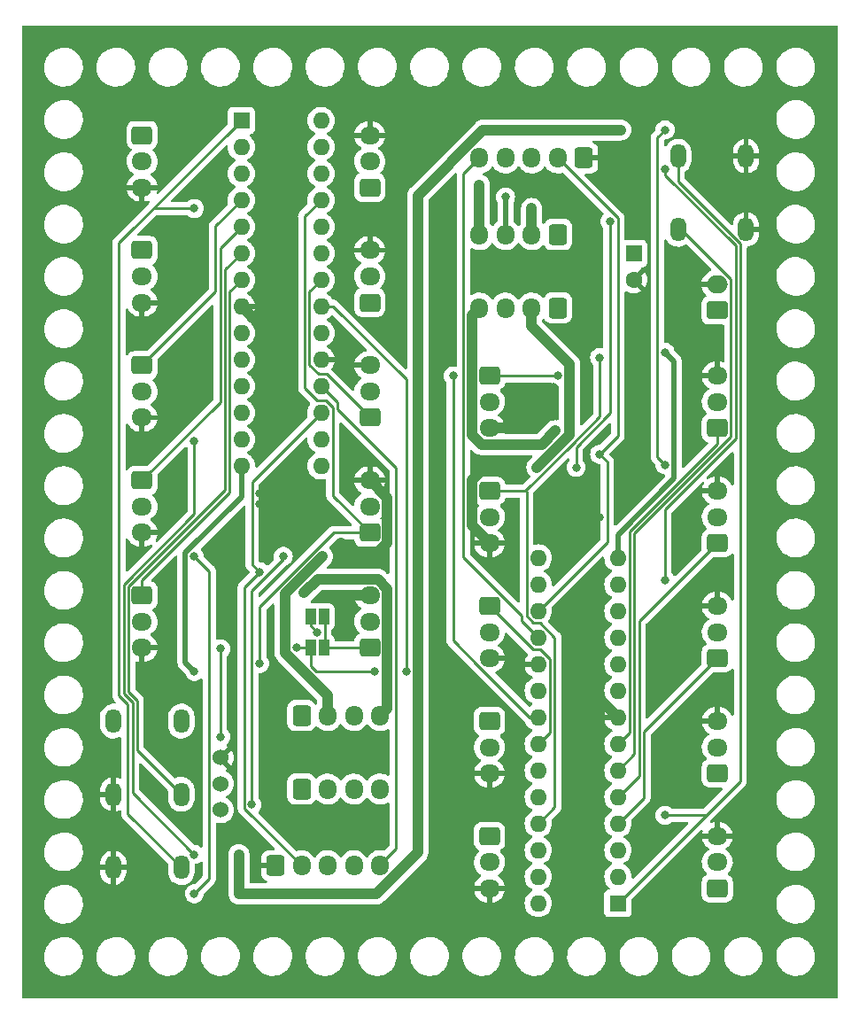
<source format=gbr>
%TF.GenerationSoftware,KiCad,Pcbnew,7.0.6*%
%TF.CreationDate,2023-12-18T00:28:03+09:00*%
%TF.ProjectId,Controller_20220713_TOINIOT2,436f6e74-726f-46c6-9c65-725f32303232,rev?*%
%TF.SameCoordinates,Original*%
%TF.FileFunction,Copper,L2,Bot*%
%TF.FilePolarity,Positive*%
%FSLAX46Y46*%
G04 Gerber Fmt 4.6, Leading zero omitted, Abs format (unit mm)*
G04 Created by KiCad (PCBNEW 7.0.6) date 2023-12-18 00:28:03*
%MOMM*%
%LPD*%
G01*
G04 APERTURE LIST*
G04 Aperture macros list*
%AMRoundRect*
0 Rectangle with rounded corners*
0 $1 Rounding radius*
0 $2 $3 $4 $5 $6 $7 $8 $9 X,Y pos of 4 corners*
0 Add a 4 corners polygon primitive as box body*
4,1,4,$2,$3,$4,$5,$6,$7,$8,$9,$2,$3,0*
0 Add four circle primitives for the rounded corners*
1,1,$1+$1,$2,$3*
1,1,$1+$1,$4,$5*
1,1,$1+$1,$6,$7*
1,1,$1+$1,$8,$9*
0 Add four rect primitives between the rounded corners*
20,1,$1+$1,$2,$3,$4,$5,0*
20,1,$1+$1,$4,$5,$6,$7,0*
20,1,$1+$1,$6,$7,$8,$9,0*
20,1,$1+$1,$8,$9,$2,$3,0*%
G04 Aperture macros list end*
%TA.AperFunction,ComponentPad*%
%ADD10RoundRect,0.250000X-0.725000X0.600000X-0.725000X-0.600000X0.725000X-0.600000X0.725000X0.600000X0*%
%TD*%
%TA.AperFunction,ComponentPad*%
%ADD11O,1.950000X1.700000*%
%TD*%
%TA.AperFunction,ComponentPad*%
%ADD12RoundRect,0.250000X-0.600000X-0.725000X0.600000X-0.725000X0.600000X0.725000X-0.600000X0.725000X0*%
%TD*%
%TA.AperFunction,ComponentPad*%
%ADD13O,1.700000X1.950000*%
%TD*%
%TA.AperFunction,ComponentPad*%
%ADD14RoundRect,0.250000X0.600000X0.725000X-0.600000X0.725000X-0.600000X-0.725000X0.600000X-0.725000X0*%
%TD*%
%TA.AperFunction,ComponentPad*%
%ADD15O,1.512000X2.300000*%
%TD*%
%TA.AperFunction,ComponentPad*%
%ADD16R,1.600000X1.600000*%
%TD*%
%TA.AperFunction,ComponentPad*%
%ADD17C,1.600000*%
%TD*%
%TA.AperFunction,ComponentPad*%
%ADD18RoundRect,0.250000X0.725000X-0.600000X0.725000X0.600000X-0.725000X0.600000X-0.725000X-0.600000X0*%
%TD*%
%TA.AperFunction,ComponentPad*%
%ADD19O,1.600000X1.600000*%
%TD*%
%TA.AperFunction,ComponentPad*%
%ADD20C,1.524000*%
%TD*%
%TA.AperFunction,ComponentPad*%
%ADD21RoundRect,0.250000X0.750000X-0.600000X0.750000X0.600000X-0.750000X0.600000X-0.750000X-0.600000X0*%
%TD*%
%TA.AperFunction,ComponentPad*%
%ADD22O,2.000000X1.700000*%
%TD*%
%TA.AperFunction,SMDPad,CuDef*%
%ADD23R,1.000000X1.500000*%
%TD*%
%TA.AperFunction,ViaPad*%
%ADD24C,0.800000*%
%TD*%
%TA.AperFunction,Conductor*%
%ADD25C,0.250000*%
%TD*%
%TA.AperFunction,Conductor*%
%ADD26C,0.500000*%
%TD*%
%TA.AperFunction,Conductor*%
%ADD27C,1.000000*%
%TD*%
G04 APERTURE END LIST*
D10*
%TO.P,CN1,1,Pin_1*%
%TO.N,AD1*%
X27500000Y-26500000D03*
D11*
%TO.P,CN1,2,Pin_2*%
%TO.N,+5V*%
X27500000Y-29000000D03*
%TO.P,CN1,3,Pin_3*%
%TO.N,GND*%
X27500000Y-31500000D03*
%TD*%
D12*
%TO.P,I2C1,1,Pin_1*%
%TO.N,SCL*%
X42750000Y-81975000D03*
D13*
%TO.P,I2C1,2,Pin_2*%
%TO.N,+5V_I2C*%
X45250000Y-81975000D03*
%TO.P,I2C1,3,Pin_3*%
%TO.N,SDA*%
X47750000Y-81975000D03*
%TO.P,I2C1,4,Pin_4*%
%TO.N,GND_I2C*%
X50250000Y-81975000D03*
%TD*%
D10*
%TO.P,CN2,1,Pin_1*%
%TO.N,AD2*%
X27500000Y-37500000D03*
D11*
%TO.P,CN2,2,Pin_2*%
%TO.N,+5V*%
X27500000Y-40000000D03*
%TO.P,CN2,3,Pin_3*%
%TO.N,GND*%
X27500000Y-42500000D03*
%TD*%
D14*
%TO.P,I2C3,1,Pin_1*%
%TO.N,SCL*%
X67250000Y-43025000D03*
D13*
%TO.P,I2C3,2,Pin_2*%
%TO.N,+5V_I2C*%
X64750000Y-43025000D03*
%TO.P,I2C3,3,Pin_3*%
%TO.N,SDA*%
X62250000Y-43025000D03*
%TO.P,I2C3,4,Pin_4*%
%TO.N,GND_I2C*%
X59750000Y-43025000D03*
%TD*%
D10*
%TO.P,CN17,1,Pin_1*%
%TO.N,AD7_2*%
X60725000Y-82500000D03*
D11*
%TO.P,CN17,2,Pin_2*%
%TO.N,+5V*%
X60725000Y-85000000D03*
%TO.P,CN17,3,Pin_3*%
%TO.N,GND*%
X60725000Y-87500000D03*
%TD*%
D15*
%TO.P,RESET2,1*%
%TO.N,MCLR_2*%
X78750000Y-28500000D03*
%TO.P,RESET2,2*%
%TO.N,GND*%
X85250000Y-28500000D03*
%TD*%
%TO.P,RESET,1*%
%TO.N,MCLR*%
X31250000Y-96500000D03*
%TO.P,RESET,2*%
%TO.N,GND*%
X24750000Y-96500000D03*
%TD*%
D16*
%TO.P,C1,1*%
%TO.N,+5V*%
X74500000Y-37817621D03*
D17*
%TO.P,C1,2*%
%TO.N,GND*%
X74500000Y-40317621D03*
%TD*%
D18*
%TO.P,CN11,1,Pin_1*%
%TO.N,AD1_2*%
X82500000Y-98500000D03*
D11*
%TO.P,CN11,2,Pin_2*%
%TO.N,+5V*%
X82500000Y-96000000D03*
%TO.P,CN11,3,Pin_3*%
%TO.N,GND*%
X82500000Y-93500000D03*
%TD*%
D16*
%TO.P,U1,1,MCLR*%
%TO.N,MCLR*%
X37000000Y-25100000D03*
D19*
%TO.P,U1,2,AD1*%
%TO.N,AD1*%
X37000000Y-27640000D03*
%TO.P,U1,3,AD2*%
%TO.N,AD2*%
X37000000Y-30180000D03*
%TO.P,U1,4,AD3*%
%TO.N,AD3*%
X37000000Y-32720000D03*
%TO.P,U1,5,AD4*%
%TO.N,AD4*%
X37000000Y-35260000D03*
%TO.P,U1,6,RA4*%
%TO.N,RA4*%
X37000000Y-37800000D03*
%TO.P,U1,7,AD5*%
%TO.N,AD5*%
X37000000Y-40340000D03*
%TO.P,U1,8,GND*%
%TO.N,GND*%
X37000000Y-42880000D03*
%TO.P,U1,9,PWR_LED*%
%TO.N,PWR_LED*%
X37000000Y-45420000D03*
%TO.P,U1,10,MON_LED*%
%TO.N,MON_LED*%
X37000000Y-47960000D03*
%TO.P,U1,11,D_OUT2*%
%TO.N,unconnected-(U1-D_OUT2-Pad11)*%
X37000000Y-50500000D03*
%TO.P,U1,12,PWM_1*%
%TO.N,unconnected-(U1-PWM_1-Pad12)*%
X37000000Y-53040000D03*
%TO.P,U1,13,PWM_2*%
%TO.N,unconnected-(U1-PWM_2-Pad13)*%
X37000000Y-55580000D03*
%TO.P,U1,14,SCL*%
%TO.N,SCL*%
X37000000Y-58120000D03*
%TO.P,U1,15,SDA*%
%TO.N,SDA*%
X44620000Y-58120000D03*
%TO.P,U1,16,D_OUT1*%
%TO.N,unconnected-(U1-D_OUT1-Pad16)*%
X44620000Y-55580000D03*
%TO.P,U1,17,TX*%
%TO.N,TX*%
X44620000Y-53040000D03*
%TO.P,U1,18,RX*%
%TO.N,RX*%
X44620000Y-50500000D03*
%TO.P,U1,19,VSS*%
%TO.N,GND*%
X44620000Y-47960000D03*
%TO.P,U1,20,VDD*%
%TO.N,+5V*%
X44620000Y-45420000D03*
%TO.P,U1,21,AD10*%
%TO.N,AD10*%
X44620000Y-42880000D03*
%TO.P,U1,22,AD8*%
%TO.N,AD8*%
X44620000Y-40340000D03*
%TO.P,U1,23,AD6*%
%TO.N,AD6*%
X44620000Y-37800000D03*
%TO.P,U1,24,AD7*%
%TO.N,AD7*%
X44620000Y-35260000D03*
%TO.P,U1,25,AD9*%
%TO.N,AD9*%
X44620000Y-32720000D03*
%TO.P,U1,26,D_OUT3*%
%TO.N,unconnected-(U1-D_OUT3-Pad26)*%
X44620000Y-30180000D03*
%TO.P,U1,27,D_OUT4*%
%TO.N,unconnected-(U1-D_OUT4-Pad27)*%
X44620000Y-27640000D03*
%TO.P,U1,28,PGD*%
%TO.N,unconnected-(U1-PGD-Pad28)*%
X44620000Y-25100000D03*
%TD*%
D18*
%TO.P,CN15,1,Pin_1*%
%TO.N,AD5_2*%
X82500000Y-54500000D03*
D11*
%TO.P,CN15,2,Pin_2*%
%TO.N,+5V*%
X82500000Y-52000000D03*
%TO.P,CN15,3,Pin_3*%
%TO.N,GND*%
X82500000Y-49500000D03*
%TD*%
D18*
%TO.P,CN7,1,Pin_1*%
%TO.N,AD7*%
X49275000Y-42500000D03*
D11*
%TO.P,CN7,2,Pin_2*%
%TO.N,+5V*%
X49275000Y-40000000D03*
%TO.P,CN7,3,Pin_3*%
%TO.N,GND*%
X49275000Y-37500000D03*
%TD*%
D15*
%TO.P,START,1*%
%TO.N,RA4*%
X31250000Y-89500000D03*
%TO.P,START,2*%
%TO.N,GND*%
X24750000Y-89500000D03*
%TD*%
D16*
%TO.P,U2,1,MCLR*%
%TO.N,MCLR_2*%
X73000000Y-99925000D03*
D19*
%TO.P,U2,2,AD1*%
%TO.N,AD1_2*%
X73000000Y-97385000D03*
%TO.P,U2,3,AD2*%
%TO.N,AD2_2*%
X73000000Y-94845000D03*
%TO.P,U2,4,AD3*%
%TO.N,AD3_2*%
X73000000Y-92305000D03*
%TO.P,U2,5,AD4*%
%TO.N,AD4_2*%
X73000000Y-89765000D03*
%TO.P,U2,6,RA4*%
%TO.N,RA4_2*%
X73000000Y-87225000D03*
%TO.P,U2,7,AD5*%
%TO.N,AD5_2*%
X73000000Y-84685000D03*
%TO.P,U2,8,GND*%
%TO.N,GND*%
X73000000Y-82145000D03*
%TO.P,U2,9,PWR_LED*%
%TO.N,PWR_LED_2*%
X73000000Y-79605000D03*
%TO.P,U2,10,MON_LED*%
%TO.N,MON_LED_2*%
X73000000Y-77065000D03*
%TO.P,U2,11,D_OUT2*%
%TO.N,unconnected-(U2-D_OUT2-Pad11)*%
X73000000Y-74525000D03*
%TO.P,U2,12,PWM_1*%
%TO.N,unconnected-(U2-PWM_1-Pad12)*%
X73000000Y-71985000D03*
%TO.P,U2,13,PWM_2*%
%TO.N,unconnected-(U2-PWM_2-Pad13)*%
X73000000Y-69445000D03*
%TO.P,U2,14,SCL*%
%TO.N,SCL*%
X73000000Y-66905000D03*
%TO.P,U2,15,SDA*%
%TO.N,SDA*%
X65380000Y-66905000D03*
%TO.P,U2,16,D_OUT1*%
%TO.N,unconnected-(U2-D_OUT1-Pad16)*%
X65380000Y-69445000D03*
%TO.P,U2,17,TX*%
%TO.N,TX_2*%
X65380000Y-71985000D03*
%TO.P,U2,18,RX*%
%TO.N,RX_2*%
X65380000Y-74525000D03*
%TO.P,U2,19,VSS*%
%TO.N,GND*%
X65380000Y-77065000D03*
%TO.P,U2,20,VDD*%
%TO.N,+5V*%
X65380000Y-79605000D03*
%TO.P,U2,21,AD10*%
%TO.N,AD10_2*%
X65380000Y-82145000D03*
%TO.P,U2,22,AD8*%
%TO.N,AD8_2*%
X65380000Y-84685000D03*
%TO.P,U2,23,AD6*%
%TO.N,AD6_2*%
X65380000Y-87225000D03*
%TO.P,U2,24,AD7*%
%TO.N,AD7_2*%
X65380000Y-89765000D03*
%TO.P,U2,25,AD9*%
%TO.N,AD9_2*%
X65380000Y-92305000D03*
%TO.P,U2,26,D_OUT3*%
%TO.N,unconnected-(U2-D_OUT3-Pad26)*%
X65380000Y-94845000D03*
%TO.P,U2,27,D_OUT4*%
%TO.N,unconnected-(U2-D_OUT4-Pad27)*%
X65380000Y-97385000D03*
%TO.P,U2,28,PGD*%
%TO.N,unconnected-(U2-PGD-Pad28)*%
X65380000Y-99925000D03*
%TD*%
D10*
%TO.P,CN4,1,Pin_1*%
%TO.N,AD4*%
X27500000Y-59500000D03*
D11*
%TO.P,CN4,2,Pin_2*%
%TO.N,+5V*%
X27500000Y-62000000D03*
%TO.P,CN4,3,Pin_3*%
%TO.N,GND*%
X27500000Y-64500000D03*
%TD*%
D12*
%TO.P,SER1,1,Pin_1*%
%TO.N,GND*%
X40250000Y-96330000D03*
D13*
%TO.P,SER1,2,Pin_2*%
%TO.N,TX*%
X42750000Y-96330000D03*
%TO.P,SER1,3,Pin_3*%
%TO.N,+5V*%
X45250000Y-96330000D03*
%TO.P,SER1,4,Pin_4*%
%TO.N,unconnected-(SER1-Pin_4-Pad4)*%
X47750000Y-96330000D03*
%TO.P,SER1,5,Pin_5*%
%TO.N,RX*%
X50250000Y-96330000D03*
%TD*%
D10*
%TO.P,CN5,1,Pin_1*%
%TO.N,AD5*%
X27500000Y-70500000D03*
D11*
%TO.P,CN5,2,Pin_2*%
%TO.N,+5V*%
X27500000Y-73000000D03*
%TO.P,CN5,3,Pin_3*%
%TO.N,GND*%
X27500000Y-75500000D03*
%TD*%
D20*
%TO.P,SW5,1,A*%
%TO.N,GND*%
X35000000Y-86000000D03*
%TO.P,SW5,2,B*%
%TO.N,LED_GND*%
X35000000Y-88500000D03*
%TO.P,SW5,3,C*%
X35000000Y-91000000D03*
%TD*%
D12*
%TO.P,I2C2,1,Pin_1*%
%TO.N,SCL*%
X42750000Y-89000000D03*
D13*
%TO.P,I2C2,2,Pin_2*%
%TO.N,+5V_I2C*%
X45250000Y-89000000D03*
%TO.P,I2C2,3,Pin_3*%
%TO.N,SDA*%
X47750000Y-89000000D03*
%TO.P,I2C2,4,Pin_4*%
%TO.N,GND_I2C*%
X50250000Y-89000000D03*
%TD*%
D14*
%TO.P,I2C4,1,Pin_1*%
%TO.N,SCL*%
X67250000Y-36000000D03*
D13*
%TO.P,I2C4,2,Pin_2*%
%TO.N,+5V_I2C*%
X64750000Y-36000000D03*
%TO.P,I2C4,3,Pin_3*%
%TO.N,SDA*%
X62250000Y-36000000D03*
%TO.P,I2C4,4,Pin_4*%
%TO.N,GND_I2C*%
X59750000Y-36000000D03*
%TD*%
D18*
%TO.P,CN6,1,Pin_1*%
%TO.N,AD6*%
X49275000Y-31500000D03*
D11*
%TO.P,CN6,2,Pin_2*%
%TO.N,+5V*%
X49275000Y-29000000D03*
%TO.P,CN6,3,Pin_3*%
%TO.N,GND*%
X49275000Y-26500000D03*
%TD*%
D18*
%TO.P,CN13,1,Pin_1*%
%TO.N,AD3_2*%
X82500000Y-76500000D03*
D11*
%TO.P,CN13,2,Pin_2*%
%TO.N,+5V*%
X82500000Y-74000000D03*
%TO.P,CN13,3,Pin_3*%
%TO.N,GND*%
X82500000Y-71500000D03*
%TD*%
D10*
%TO.P,CN20,1,Pin_1*%
%TO.N,AD10_2*%
X60725000Y-49500000D03*
D11*
%TO.P,CN20,2,Pin_2*%
%TO.N,+5V*%
X60725000Y-52000000D03*
%TO.P,CN20,3,Pin_3*%
%TO.N,GND*%
X60725000Y-54500000D03*
%TD*%
D18*
%TO.P,CN14,1,Pin_1*%
%TO.N,AD4_2*%
X82500000Y-65500000D03*
D11*
%TO.P,CN14,2,Pin_2*%
%TO.N,+5V*%
X82500000Y-63000000D03*
%TO.P,CN14,3,Pin_3*%
%TO.N,GND*%
X82500000Y-60500000D03*
%TD*%
D15*
%TO.P,BTN-CN10,1,A*%
%TO.N,+5V*%
X24750000Y-82500000D03*
%TO.P,BTN-CN10,2,B*%
%TO.N,Net-(SW6A-B)*%
X31250000Y-82500000D03*
%TD*%
%TO.P,START2,1*%
%TO.N,RA4_2*%
X78750000Y-35500000D03*
%TO.P,START2,2*%
%TO.N,GND*%
X85250000Y-35500000D03*
%TD*%
D21*
%TO.P,J1,1,Pin_1*%
%TO.N,+5V*%
X82475000Y-43250000D03*
D22*
%TO.P,J1,2,Pin_2*%
%TO.N,GND*%
X82475000Y-40750000D03*
%TD*%
D18*
%TO.P,CN9,1,Pin_1*%
%TO.N,AD9*%
X49275000Y-64500000D03*
D11*
%TO.P,CN9,2,Pin_2*%
%TO.N,+5V*%
X49275000Y-62000000D03*
%TO.P,CN9,3,Pin_3*%
%TO.N,GND*%
X49275000Y-59500000D03*
%TD*%
D14*
%TO.P,SER2,1,Pin_1*%
%TO.N,GND*%
X69750000Y-28670000D03*
D13*
%TO.P,SER2,2,Pin_2*%
%TO.N,TX_2*%
X67250000Y-28670000D03*
%TO.P,SER2,3,Pin_3*%
%TO.N,+5V*%
X64750000Y-28670000D03*
%TO.P,SER2,4,Pin_4*%
%TO.N,unconnected-(SER2-Pin_4-Pad4)*%
X62250000Y-28670000D03*
%TO.P,SER2,5,Pin_5*%
%TO.N,RX_2*%
X59750000Y-28670000D03*
%TD*%
D10*
%TO.P,CN18,1,Pin_1*%
%TO.N,AD8_2*%
X60725000Y-71500000D03*
D11*
%TO.P,CN18,2,Pin_2*%
%TO.N,+5V*%
X60725000Y-74000000D03*
%TO.P,CN18,3,Pin_3*%
%TO.N,GND*%
X60725000Y-76500000D03*
%TD*%
D18*
%TO.P,CN12,1,Pin_1*%
%TO.N,AD2_2*%
X82500000Y-87500000D03*
D11*
%TO.P,CN12,2,Pin_2*%
%TO.N,+5V*%
X82500000Y-85000000D03*
%TO.P,CN12,3,Pin_3*%
%TO.N,GND*%
X82500000Y-82500000D03*
%TD*%
D10*
%TO.P,CN19,1,Pin_1*%
%TO.N,AD9_2*%
X60725000Y-60500000D03*
D11*
%TO.P,CN19,2,Pin_2*%
%TO.N,+5V*%
X60725000Y-63000000D03*
%TO.P,CN19,3,Pin_3*%
%TO.N,GND*%
X60725000Y-65500000D03*
%TD*%
D10*
%TO.P,CN3,1,Pin_1*%
%TO.N,AD3*%
X27500000Y-48500000D03*
D11*
%TO.P,CN3,2,Pin_2*%
%TO.N,+5V*%
X27500000Y-51000000D03*
%TO.P,CN3,3,Pin_3*%
%TO.N,GND*%
X27500000Y-53500000D03*
%TD*%
D18*
%TO.P,CN8,1,Pin_1*%
%TO.N,AD8*%
X49275000Y-53500000D03*
D11*
%TO.P,CN8,2,Pin_2*%
%TO.N,+5V*%
X49275000Y-51000000D03*
%TO.P,CN8,3,Pin_3*%
%TO.N,GND*%
X49275000Y-48500000D03*
%TD*%
D10*
%TO.P,CN16,1,Pin_1*%
%TO.N,AD6_2*%
X60725000Y-93500000D03*
D11*
%TO.P,CN16,2,Pin_2*%
%TO.N,+5V*%
X60725000Y-96000000D03*
%TO.P,CN16,3,Pin_3*%
%TO.N,GND*%
X60725000Y-98500000D03*
%TD*%
D18*
%TO.P,CN10,1,Pin_1*%
%TO.N,Net-(CN10-Pin_1)*%
X49275000Y-75500000D03*
D11*
%TO.P,CN10,2,Pin_2*%
%TO.N,+5V*%
X49275000Y-73000000D03*
%TO.P,CN10,3,Pin_3*%
%TO.N,GND*%
X49275000Y-70500000D03*
%TD*%
D23*
%TO.P,JP2,1,A*%
%TO.N,Net-(CN10-Pin_1)*%
X44900000Y-72500000D03*
%TO.P,JP2,2,B*%
%TO.N,AD10_BTN*%
X43600000Y-72500000D03*
%TD*%
%TO.P,JP1,1,A*%
%TO.N,AD10*%
X43600000Y-75500000D03*
%TO.P,JP1,2,B*%
%TO.N,Net-(CN10-Pin_1)*%
X44900000Y-75500000D03*
%TD*%
D24*
%TO.N,AD9*%
X38750000Y-77000000D03*
%TO.N,AD10*%
X49750000Y-77750000D03*
X42250000Y-75500000D03*
X52750000Y-77750000D03*
%TO.N,SCL*%
X32500000Y-77750000D03*
X77500000Y-47250000D03*
%TO.N,SDA*%
X62250000Y-32400500D03*
%TO.N,MCLR*%
X38000000Y-90500000D03*
X32500000Y-33500000D03*
X41000000Y-66750000D03*
%TO.N,TX*%
X38750000Y-68250000D03*
%TO.N,GND_I2C*%
X59750000Y-31250000D03*
X67000000Y-54750000D03*
X43000000Y-70250000D03*
%TO.N,Net-(GRN1-A)*%
X32500000Y-95250000D03*
X32500000Y-55750000D03*
%TO.N,Net-(GRN2-A)*%
X77500000Y-69000000D03*
X77500000Y-29750000D03*
%TO.N,Net-(RED1-A)*%
X32500000Y-99000000D03*
X32500000Y-66750000D03*
%TO.N,Net-(RED2-A)*%
X77500000Y-58000000D03*
X77500000Y-26000000D03*
%TO.N,AD9_2*%
X71250000Y-47750000D03*
%TO.N,AD10_2*%
X57250000Y-49500000D03*
X67250000Y-49500000D03*
%TO.N,+5V_I2C*%
X65250000Y-58250000D03*
X64750000Y-33500000D03*
X44750000Y-66750000D03*
%TO.N,LED_GND*%
X36750000Y-99000000D03*
X36750000Y-95250000D03*
X73250000Y-26000000D03*
%TO.N,MCLR_2*%
X77500000Y-91500000D03*
X72250000Y-34750000D03*
X69000000Y-58250000D03*
%TO.N,TX_2*%
X71250000Y-57000000D03*
%TO.N,GND*%
X79750000Y-66750000D03*
X43000000Y-93000000D03*
X42000000Y-60750000D03*
X66800000Y-50600000D03*
X68155000Y-78405000D03*
X65800000Y-50600000D03*
X38750000Y-60750000D03*
X80000000Y-56000000D03*
X46500000Y-70500000D03*
X46500000Y-65500000D03*
X63250000Y-58400000D03*
X38750000Y-61750000D03*
X41750000Y-46595000D03*
X32500000Y-46000000D03*
X71250000Y-63000000D03*
X68800000Y-32200000D03*
X63250000Y-54500000D03*
X69000000Y-63000000D03*
X66800000Y-51600000D03*
X78750000Y-66750000D03*
X36000000Y-66400000D03*
X78750000Y-67750000D03*
%TO.N,AD10_BTN*%
X44250000Y-74000000D03*
X35000000Y-75600000D03*
X35000000Y-84000000D03*
%TD*%
D25*
%TO.N,AD3*%
X37000000Y-32695000D02*
X34525000Y-35170000D01*
X34525000Y-41475000D02*
X27500000Y-48500000D01*
X34525000Y-35170000D02*
X34525000Y-41475000D01*
%TO.N,AD4*%
X34975000Y-52025000D02*
X34975000Y-37260000D01*
X27500000Y-59500000D02*
X34975000Y-52025000D01*
X34975000Y-37260000D02*
X37000000Y-35235000D01*
%TO.N,AD5*%
X27500000Y-70500000D02*
X27500000Y-68998223D01*
X35875000Y-41440000D02*
X35875000Y-60623223D01*
X27500000Y-68998223D02*
X35875000Y-60623223D01*
X37000000Y-40315000D02*
X35875000Y-41440000D01*
%TO.N,AD8*%
X45125000Y-49350000D02*
X44419009Y-49350000D01*
X49275000Y-53500000D02*
X45125000Y-49350000D01*
X43495000Y-41440000D02*
X44620000Y-40315000D01*
X44419009Y-49350000D02*
X43495000Y-48425991D01*
X43495000Y-48425991D02*
X43495000Y-41440000D01*
%TO.N,AD9*%
X44250000Y-51890000D02*
X43045000Y-50685000D01*
X45745000Y-60970000D02*
X45745000Y-52549009D01*
X38750000Y-77000000D02*
X38750000Y-71583274D01*
X45833274Y-64500000D02*
X49275000Y-64500000D01*
X43045000Y-34270000D02*
X44620000Y-32695000D01*
X45085991Y-51890000D02*
X44250000Y-51890000D01*
X43045000Y-50685000D02*
X43045000Y-34270000D01*
X38750000Y-71583274D02*
X45833274Y-64500000D01*
X49275000Y-64500000D02*
X45745000Y-60970000D01*
X45745000Y-52549009D02*
X45085991Y-51890000D01*
%TO.N,AD10*%
X45751370Y-42855000D02*
X44620000Y-42855000D01*
X52750000Y-77750000D02*
X52750000Y-49853630D01*
X43600000Y-75500000D02*
X42250000Y-75500000D01*
X52750000Y-49853630D02*
X45751370Y-42855000D01*
X43600000Y-75500000D02*
X43600000Y-77238909D01*
X43600000Y-77238909D02*
X44111091Y-77750000D01*
X44111091Y-77750000D02*
X49750000Y-77750000D01*
D26*
%TO.N,SCL*%
X78350000Y-59338605D02*
X78350000Y-48100000D01*
X73000000Y-64688605D02*
X78350000Y-59338605D01*
X37000000Y-61047918D02*
X37000000Y-58095000D01*
X31650000Y-76900000D02*
X31650000Y-66397918D01*
X31650000Y-66397918D02*
X37000000Y-61047918D01*
X78350000Y-48100000D02*
X77500000Y-47250000D01*
X73000000Y-66905000D02*
X73000000Y-64688605D01*
X32500000Y-77750000D02*
X31650000Y-76900000D01*
%TO.N,SDA*%
X62250000Y-32400500D02*
X62250000Y-36000000D01*
D25*
%TO.N,RA4*%
X26200000Y-79700352D02*
X27036572Y-80536924D01*
X27036572Y-80536924D02*
X27036572Y-85286572D01*
X26200000Y-69661827D02*
X26200000Y-79700352D01*
X35425000Y-39350000D02*
X35425000Y-60436827D01*
X37000000Y-37775000D02*
X35425000Y-39350000D01*
X35425000Y-60436827D02*
X26200000Y-69661827D01*
X27036572Y-85286572D02*
X31250000Y-89500000D01*
%TO.N,MCLR*%
X31250000Y-96500000D02*
X26136572Y-91386572D01*
X26136572Y-80909716D02*
X25363428Y-80136572D01*
X25300000Y-80073145D02*
X25300000Y-36775000D01*
X41000000Y-67025305D02*
X38000000Y-70025305D01*
X26136572Y-91386572D02*
X26136572Y-80909716D01*
X25300000Y-36775000D02*
X37000000Y-25075000D01*
X38000000Y-70025305D02*
X38000000Y-87250000D01*
X38000000Y-87250000D02*
X38000000Y-90500000D01*
X25300000Y-80073145D02*
X25363428Y-80136572D01*
X32500000Y-33500000D02*
X28575000Y-33500000D01*
X41000000Y-66750000D02*
X41000000Y-67025305D01*
%TO.N,TX*%
X44620000Y-53015000D02*
X38025000Y-59610000D01*
X38750000Y-68250000D02*
X37275000Y-69725000D01*
X38025000Y-59610000D02*
X38025000Y-67525000D01*
X37275000Y-90855000D02*
X42750000Y-96330000D01*
X37275000Y-69725000D02*
X37275000Y-90855000D01*
X38025000Y-67525000D02*
X38750000Y-68250000D01*
%TO.N,RX*%
X51775000Y-58275000D02*
X46195000Y-52695000D01*
X46195000Y-52695000D02*
X46195000Y-52050000D01*
X46195000Y-52050000D02*
X44620000Y-50475000D01*
X50250000Y-96330000D02*
X50250000Y-96205000D01*
X51775000Y-94680000D02*
X51775000Y-58275000D01*
X50250000Y-96205000D02*
X51775000Y-94680000D01*
D27*
%TO.N,GND_I2C*%
X59050000Y-43725000D02*
X59750000Y-43025000D01*
X50042031Y-68950000D02*
X44300000Y-68950000D01*
X59957969Y-56050000D02*
X59050000Y-55142031D01*
X50950000Y-69857969D02*
X50042031Y-68950000D01*
X50950000Y-81275000D02*
X50950000Y-69857969D01*
X59050000Y-55142031D02*
X59050000Y-43725000D01*
X50250000Y-81975000D02*
X50950000Y-81275000D01*
X44300000Y-68950000D02*
X43000000Y-70250000D01*
X65700000Y-56050000D02*
X59957969Y-56050000D01*
X59750000Y-31250000D02*
X59750000Y-36000000D01*
X67000000Y-54750000D02*
X65700000Y-56050000D01*
D25*
%TO.N,Net-(GRN1-A)*%
X32500000Y-62725431D02*
X25750000Y-69475431D01*
X26586572Y-80723320D02*
X26586572Y-89336572D01*
X26586572Y-89336572D02*
X32500000Y-95250000D01*
X32500000Y-55750000D02*
X32500000Y-62725431D01*
X25750000Y-79886748D02*
X26586572Y-80723320D01*
X25750000Y-69475431D02*
X25750000Y-79886748D01*
%TO.N,Net-(GRN2-A)*%
X84250000Y-55524569D02*
X77500000Y-62274569D01*
X77500000Y-62274569D02*
X77500000Y-69000000D01*
X77500000Y-29750000D02*
X77500000Y-30309161D01*
X84250000Y-37059161D02*
X84250000Y-55524569D01*
X77500000Y-30309161D02*
X84250000Y-37059161D01*
%TO.N,Net-(RED1-A)*%
X32500000Y-66750000D02*
X33913000Y-68163000D01*
X33913000Y-97587000D02*
X32500000Y-99000000D01*
X33913000Y-68163000D02*
X33913000Y-97587000D01*
%TO.N,Net-(RED2-A)*%
X76775000Y-57275000D02*
X76775000Y-26725000D01*
X76775000Y-26725000D02*
X77500000Y-26000000D01*
X77500000Y-58000000D02*
X76775000Y-57275000D01*
%TO.N,AD3_2*%
X75475000Y-89830000D02*
X73000000Y-92305000D01*
X82500000Y-76500000D02*
X75475000Y-83525000D01*
X75475000Y-83525000D02*
X75475000Y-89830000D01*
%TO.N,AD4_2*%
X75025000Y-87740000D02*
X73000000Y-89765000D01*
X75025000Y-72975000D02*
X75025000Y-87740000D01*
X82500000Y-65500000D02*
X75025000Y-72975000D01*
%TO.N,AD5_2*%
X74125000Y-64376777D02*
X82500000Y-56001777D01*
X74125000Y-83560000D02*
X74125000Y-64376777D01*
X73000000Y-84685000D02*
X74125000Y-83560000D01*
X82500000Y-56001777D02*
X82500000Y-54500000D01*
%TO.N,AD8_2*%
X66505000Y-83560000D02*
X65380000Y-84685000D01*
X66505000Y-76599009D02*
X66505000Y-83560000D01*
X64875000Y-75650000D02*
X65555991Y-75650000D01*
X65555991Y-75650000D02*
X66505000Y-76599009D01*
X60725000Y-71500000D02*
X64875000Y-75650000D01*
%TO.N,AD9_2*%
X65555991Y-73110000D02*
X64914009Y-73110000D01*
X64914009Y-73110000D02*
X64255000Y-72450991D01*
X71250000Y-53416726D02*
X71250000Y-47750000D01*
X68583363Y-56083363D02*
X71250000Y-53416726D01*
X66955000Y-74509009D02*
X65555991Y-73110000D01*
X66955000Y-90730000D02*
X66955000Y-74509009D01*
X64255000Y-72450991D02*
X64255000Y-60588274D01*
X60725000Y-60500000D02*
X64166726Y-60500000D01*
X64255000Y-60588274D02*
X64166726Y-60500000D01*
X64166726Y-60500000D02*
X68583363Y-56083363D01*
X65380000Y-92305000D02*
X66955000Y-90730000D01*
%TO.N,AD10_2*%
X64583299Y-82145000D02*
X59594149Y-77155850D01*
X60725000Y-49500000D02*
X67250000Y-49500000D01*
X57500000Y-75061701D02*
X57250000Y-74811701D01*
X59594149Y-77155850D02*
X57500000Y-75061701D01*
X57250000Y-74811701D02*
X57250000Y-49500000D01*
X65380000Y-82145000D02*
X64583299Y-82145000D01*
D27*
%TO.N,+5V_I2C*%
X64750000Y-33500000D02*
X64750000Y-36000000D01*
X68350000Y-48350000D02*
X64750000Y-44750000D01*
X64750000Y-44750000D02*
X64750000Y-43025000D01*
X65250000Y-58250000D02*
X68350000Y-55150000D01*
X68350000Y-55150000D02*
X68350000Y-48350000D01*
X41150000Y-75955635D02*
X45250000Y-80055635D01*
X41150000Y-70350000D02*
X41150000Y-75955635D01*
X44750000Y-66750000D02*
X41150000Y-70350000D01*
X45250000Y-80055635D02*
X45250000Y-81975000D01*
%TO.N,LED_GND*%
X53850000Y-95047031D02*
X53850000Y-32252969D01*
X36750000Y-99000000D02*
X49897031Y-99000000D01*
X36750000Y-99000000D02*
X36750000Y-95250000D01*
X49897031Y-99000000D02*
X53850000Y-95047031D01*
X53850000Y-32252969D02*
X60102969Y-26000000D01*
X60102969Y-26000000D02*
X73250000Y-26000000D01*
D25*
%TO.N,RA4_2*%
X83800000Y-55338173D02*
X83800000Y-40263299D01*
X79036701Y-35500000D02*
X78750000Y-35500000D01*
X73000000Y-87225000D02*
X74575000Y-85650000D01*
X74575000Y-85650000D02*
X74575000Y-64563173D01*
X74575000Y-64563173D02*
X83800000Y-55338173D01*
X83800000Y-40263299D02*
X79036701Y-35500000D01*
%TO.N,MCLR_2*%
X78750000Y-28500000D02*
X78750000Y-30922765D01*
X69000000Y-56303122D02*
X71975000Y-53328122D01*
X69000000Y-58250000D02*
X69000000Y-56303122D01*
X84700000Y-88225000D02*
X82462500Y-90462500D01*
X78750000Y-30922765D02*
X84700000Y-36872765D01*
X71975000Y-53328122D02*
X72250000Y-53053122D01*
X77500000Y-91500000D02*
X81425000Y-91500000D01*
X84700000Y-36872765D02*
X84700000Y-88225000D01*
X82462500Y-90462500D02*
X73000000Y-99925000D01*
X72250000Y-53053122D02*
X72250000Y-34750000D01*
%TO.N,TX_2*%
X73000000Y-34420000D02*
X73000000Y-55250000D01*
X71975000Y-65390000D02*
X71975000Y-57725000D01*
X73000000Y-55250000D02*
X71250000Y-57000000D01*
X65380000Y-71985000D02*
X71975000Y-65390000D01*
X71975000Y-57725000D02*
X71250000Y-57000000D01*
X67250000Y-28670000D02*
X73000000Y-34420000D01*
%TO.N,RX_2*%
X58225000Y-30195000D02*
X59750000Y-28670000D01*
X63805000Y-72441827D02*
X58225000Y-66861827D01*
X58225000Y-66861827D02*
X58225000Y-30195000D01*
X65380000Y-74525000D02*
X63805000Y-72950000D01*
X63805000Y-72950000D02*
X63805000Y-72441827D01*
D27*
%TO.N,GND*%
X46500000Y-65500000D02*
X47500000Y-66500000D01*
X50950000Y-65493503D02*
X49943503Y-66500000D01*
X60725000Y-65500000D02*
X59050000Y-63825000D01*
X40740000Y-46595000D02*
X37000000Y-42855000D01*
X41750000Y-46595000D02*
X40740000Y-46595000D01*
X49275000Y-59500000D02*
X50950000Y-61175000D01*
X60156496Y-58400000D02*
X63250000Y-58400000D01*
D25*
X41000000Y-58750000D02*
X40750000Y-58750000D01*
X71250000Y-63000000D02*
X69000000Y-63000000D01*
D27*
X69260000Y-78405000D02*
X73000000Y-82145000D01*
X49275000Y-70500000D02*
X46500000Y-70500000D01*
X59050000Y-63825000D02*
X59050000Y-59506497D01*
X47500000Y-66500000D02*
X49943503Y-66500000D01*
X60725000Y-54500000D02*
X63250000Y-54500000D01*
X50950000Y-61175000D02*
X50950000Y-65493503D01*
X59050000Y-59506497D02*
X60156496Y-58400000D01*
X68155000Y-78405000D02*
X69260000Y-78405000D01*
D25*
%TO.N,AD10_BTN*%
X44250000Y-74000000D02*
X43600000Y-73350000D01*
X35000000Y-84000000D02*
X35000000Y-78500000D01*
X43600000Y-73350000D02*
X43600000Y-72500000D01*
X35000000Y-78500000D02*
X35000000Y-75600000D01*
%TO.N,Net-(CN10-Pin_1)*%
X44975000Y-72575000D02*
X44975000Y-75425000D01*
X44900000Y-75500000D02*
X49275000Y-75500000D01*
X44900000Y-72500000D02*
X44975000Y-72575000D01*
X44975000Y-75425000D02*
X44900000Y-75500000D01*
%TD*%
%TA.AperFunction,Conductor*%
%TO.N,GND*%
G36*
X84021953Y-77522582D02*
G01*
X84060810Y-77580650D01*
X84066500Y-77617783D01*
X84066500Y-81837607D01*
X84046815Y-81904646D01*
X83994011Y-81950401D01*
X83924853Y-81960345D01*
X83861297Y-81931320D01*
X83830118Y-81890012D01*
X83798600Y-81822422D01*
X83798599Y-81822420D01*
X83663113Y-81628926D01*
X83663108Y-81628920D01*
X83496079Y-81461891D01*
X83496073Y-81461886D01*
X83302579Y-81326400D01*
X83302577Y-81326399D01*
X83088492Y-81226570D01*
X83088483Y-81226566D01*
X82860326Y-81165432D01*
X82860316Y-81165430D01*
X82749999Y-81155778D01*
X82749999Y-82091981D01*
X82635199Y-82039554D01*
X82533975Y-82025000D01*
X82466025Y-82025000D01*
X82364801Y-82039554D01*
X82250000Y-82091981D01*
X82250000Y-81155778D01*
X82139683Y-81165430D01*
X82139673Y-81165432D01*
X81911516Y-81226566D01*
X81911507Y-81226570D01*
X81697422Y-81326399D01*
X81697420Y-81326400D01*
X81503926Y-81461886D01*
X81503920Y-81461891D01*
X81336894Y-81628917D01*
X81201399Y-81822421D01*
X81101570Y-82036507D01*
X81101567Y-82036513D01*
X81044364Y-82249999D01*
X81044364Y-82250000D01*
X82096031Y-82250000D01*
X82063481Y-82300649D01*
X82025000Y-82431705D01*
X82025000Y-82568295D01*
X82063481Y-82699351D01*
X82096031Y-82750000D01*
X81044364Y-82750000D01*
X81101567Y-82963486D01*
X81101570Y-82963492D01*
X81201399Y-83177577D01*
X81201400Y-83177579D01*
X81336886Y-83371073D01*
X81336891Y-83371079D01*
X81503920Y-83538108D01*
X81503926Y-83538113D01*
X81654910Y-83643833D01*
X81698535Y-83698410D01*
X81705729Y-83767908D01*
X81674206Y-83830263D01*
X81653224Y-83848143D01*
X81518487Y-83939209D01*
X81518477Y-83939217D01*
X81351528Y-84099223D01*
X81351525Y-84099227D01*
X81351524Y-84099228D01*
X81327097Y-84132256D01*
X81214013Y-84285155D01*
X81109905Y-84491641D01*
X81042188Y-84712759D01*
X81012816Y-84942135D01*
X81022630Y-85173172D01*
X81022630Y-85173178D01*
X81071351Y-85399240D01*
X81151657Y-85599088D01*
X81157574Y-85613813D01*
X81205219Y-85691193D01*
X81265275Y-85788731D01*
X81278821Y-85810730D01*
X81431602Y-85984324D01*
X81461222Y-86008240D01*
X81501014Y-86065671D01*
X81503440Y-86135499D01*
X81467730Y-86195553D01*
X81448419Y-86210254D01*
X81301351Y-86300967D01*
X81301347Y-86300970D01*
X81175971Y-86426346D01*
X81082886Y-86577259D01*
X81082884Y-86577264D01*
X81027113Y-86745572D01*
X81016500Y-86849447D01*
X81016500Y-88150537D01*
X81016501Y-88150553D01*
X81027113Y-88254427D01*
X81082884Y-88422735D01*
X81082886Y-88422740D01*
X81105908Y-88460064D01*
X81175970Y-88573652D01*
X81301348Y-88699030D01*
X81452262Y-88792115D01*
X81620574Y-88847887D01*
X81724455Y-88858500D01*
X82871233Y-88858499D01*
X82938272Y-88878184D01*
X82984027Y-88930987D01*
X82993971Y-89000146D01*
X82964946Y-89063702D01*
X82958914Y-89070180D01*
X82461500Y-89567595D01*
X81986365Y-90042730D01*
X81986361Y-90042734D01*
X81584232Y-90444864D01*
X81198915Y-90830181D01*
X81137592Y-90863666D01*
X81111234Y-90866500D01*
X78207309Y-90866500D01*
X78140270Y-90846815D01*
X78115160Y-90825473D01*
X78111254Y-90821135D01*
X78095970Y-90810030D01*
X77956752Y-90708882D01*
X77782288Y-90631206D01*
X77782286Y-90631205D01*
X77595487Y-90591500D01*
X77404513Y-90591500D01*
X77217714Y-90631205D01*
X77197372Y-90640262D01*
X77056370Y-90703040D01*
X77043246Y-90708883D01*
X76888745Y-90821135D01*
X76760959Y-90963057D01*
X76665473Y-91128443D01*
X76665470Y-91128450D01*
X76608776Y-91302938D01*
X76606458Y-91310072D01*
X76586496Y-91500000D01*
X76606458Y-91689928D01*
X76608442Y-91696035D01*
X76665470Y-91871549D01*
X76665473Y-91871556D01*
X76760960Y-92036944D01*
X76888747Y-92178866D01*
X77043248Y-92291118D01*
X77217712Y-92368794D01*
X77404513Y-92408500D01*
X77595487Y-92408500D01*
X77782288Y-92368794D01*
X77956752Y-92291118D01*
X78111253Y-92178866D01*
X78115159Y-92174527D01*
X78174646Y-92137879D01*
X78207309Y-92133500D01*
X79596234Y-92133500D01*
X79663273Y-92153185D01*
X79709028Y-92205989D01*
X79718972Y-92275147D01*
X79689947Y-92338703D01*
X79683915Y-92345181D01*
X74522703Y-97506390D01*
X74461380Y-97539875D01*
X74391688Y-97534891D01*
X74335755Y-97493019D01*
X74311338Y-97427555D01*
X74311493Y-97407906D01*
X74313498Y-97385000D01*
X74293543Y-97156913D01*
X74234284Y-96935757D01*
X74219160Y-96903324D01*
X74160152Y-96776779D01*
X74137523Y-96728251D01*
X74006198Y-96540700D01*
X73844300Y-96378802D01*
X73656749Y-96247477D01*
X73613655Y-96227382D01*
X73561215Y-96181210D01*
X73542063Y-96114017D01*
X73562278Y-96047136D01*
X73613655Y-96002618D01*
X73616882Y-96001112D01*
X73656749Y-95982523D01*
X73844300Y-95851198D01*
X74006198Y-95689300D01*
X74137523Y-95501749D01*
X74234284Y-95294243D01*
X74293543Y-95073087D01*
X74312830Y-94852631D01*
X74313498Y-94845001D01*
X74313498Y-94844998D01*
X74302909Y-94723967D01*
X74293543Y-94616913D01*
X74234284Y-94395757D01*
X74227498Y-94381205D01*
X74177652Y-94274309D01*
X74137523Y-94188251D01*
X74006198Y-94000700D01*
X73844300Y-93838802D01*
X73656749Y-93707477D01*
X73613655Y-93687382D01*
X73561215Y-93641210D01*
X73542063Y-93574017D01*
X73562278Y-93507136D01*
X73613655Y-93462618D01*
X73616882Y-93461112D01*
X73656749Y-93442523D01*
X73844300Y-93311198D01*
X74006198Y-93149300D01*
X74137523Y-92961749D01*
X74234284Y-92754243D01*
X74293543Y-92533087D01*
X74313498Y-92305000D01*
X74313145Y-92300970D01*
X74307429Y-92235628D01*
X74293543Y-92076913D01*
X74276240Y-92012341D01*
X74277904Y-91942491D01*
X74308333Y-91892569D01*
X75863815Y-90337087D01*
X75876180Y-90327183D01*
X75876006Y-90326973D01*
X75882012Y-90322003D01*
X75882018Y-90322000D01*
X75929999Y-90270904D01*
X75951135Y-90249769D01*
X75955458Y-90244195D01*
X75959257Y-90239747D01*
X75991585Y-90205322D01*
X75992899Y-90202933D01*
X76001420Y-90187430D01*
X76012098Y-90171174D01*
X76024614Y-90155040D01*
X76043374Y-90111686D01*
X76045935Y-90106458D01*
X76068695Y-90065060D01*
X76073774Y-90045274D01*
X76080072Y-90026882D01*
X76088181Y-90008145D01*
X76095569Y-89961497D01*
X76096751Y-89955786D01*
X76108500Y-89910030D01*
X76108500Y-89889615D01*
X76110027Y-89870214D01*
X76110942Y-89864437D01*
X76113220Y-89850057D01*
X76108775Y-89803033D01*
X76108500Y-89797195D01*
X76108500Y-83838765D01*
X76128185Y-83771726D01*
X76144814Y-83751089D01*
X82001085Y-77894817D01*
X82062408Y-77861333D01*
X82088766Y-77858499D01*
X83275537Y-77858499D01*
X83275544Y-77858499D01*
X83379426Y-77847887D01*
X83547738Y-77792115D01*
X83698652Y-77699030D01*
X83824030Y-77573652D01*
X83836961Y-77552686D01*
X83888908Y-77505962D01*
X83957870Y-77494739D01*
X84021953Y-77522582D01*
G37*
%TD.AperFunction*%
%TA.AperFunction,Conductor*%
G36*
X40060834Y-71270858D02*
G01*
X40116767Y-71312730D01*
X40141184Y-71378194D01*
X40141500Y-71387040D01*
X40141500Y-75903036D01*
X40141201Y-75909116D01*
X40136620Y-75955635D01*
X40137698Y-75966579D01*
X40156091Y-76153338D01*
X40200168Y-76298637D01*
X40213758Y-76343436D01*
X40213762Y-76343446D01*
X40307401Y-76518633D01*
X40307405Y-76518640D01*
X40433430Y-76672202D01*
X40457844Y-76692237D01*
X40466118Y-76699028D01*
X40469566Y-76701857D01*
X40474067Y-76705936D01*
X42360562Y-78592431D01*
X44205181Y-80437050D01*
X44238666Y-80498373D01*
X44241500Y-80524731D01*
X44241500Y-80813278D01*
X44221815Y-80880317D01*
X44169011Y-80926072D01*
X44099853Y-80936016D01*
X44036297Y-80906991D01*
X44011962Y-80878375D01*
X43949032Y-80776351D01*
X43949029Y-80776347D01*
X43823653Y-80650971D01*
X43823652Y-80650970D01*
X43672738Y-80557885D01*
X43637927Y-80546350D01*
X43504427Y-80502113D01*
X43400545Y-80491500D01*
X42099462Y-80491500D01*
X42099446Y-80491501D01*
X41995572Y-80502113D01*
X41827264Y-80557884D01*
X41827259Y-80557886D01*
X41676346Y-80650971D01*
X41550971Y-80776346D01*
X41457886Y-80927259D01*
X41457884Y-80927264D01*
X41402113Y-81095572D01*
X41391500Y-81199447D01*
X41391500Y-82750537D01*
X41391501Y-82750553D01*
X41402113Y-82854427D01*
X41457884Y-83022735D01*
X41457886Y-83022740D01*
X41467543Y-83038396D01*
X41550970Y-83173652D01*
X41676348Y-83299030D01*
X41827262Y-83392115D01*
X41995574Y-83447887D01*
X42099455Y-83458500D01*
X43400544Y-83458499D01*
X43504426Y-83447887D01*
X43672738Y-83392115D01*
X43823652Y-83299030D01*
X43949030Y-83173652D01*
X44040417Y-83025489D01*
X44092363Y-82978768D01*
X44161326Y-82967545D01*
X44225408Y-82995389D01*
X44235468Y-83004780D01*
X44328395Y-83101739D01*
X44346565Y-83120698D01*
X44349228Y-83123476D01*
X44535153Y-83260985D01*
X44741643Y-83365095D01*
X44962757Y-83432811D01*
X45192135Y-83462184D01*
X45423178Y-83452369D01*
X45649238Y-83403649D01*
X45863813Y-83317426D01*
X46060730Y-83196179D01*
X46234324Y-83043398D01*
X46379600Y-82863476D01*
X46393030Y-82839434D01*
X46442906Y-82790509D01*
X46511318Y-82776314D01*
X46576545Y-82801359D01*
X46604019Y-82830470D01*
X46689209Y-82956512D01*
X46689212Y-82956516D01*
X46689217Y-82956523D01*
X46787060Y-83058611D01*
X46846565Y-83120698D01*
X46849228Y-83123476D01*
X47035153Y-83260985D01*
X47241643Y-83365095D01*
X47462757Y-83432811D01*
X47692135Y-83462184D01*
X47923178Y-83452369D01*
X48149238Y-83403649D01*
X48363813Y-83317426D01*
X48560730Y-83196179D01*
X48734324Y-83043398D01*
X48879600Y-82863476D01*
X48893030Y-82839434D01*
X48942906Y-82790509D01*
X49011318Y-82776314D01*
X49076545Y-82801359D01*
X49104019Y-82830470D01*
X49189209Y-82956512D01*
X49189212Y-82956516D01*
X49189217Y-82956523D01*
X49287060Y-83058611D01*
X49346565Y-83120698D01*
X49349228Y-83123476D01*
X49535153Y-83260985D01*
X49741643Y-83365095D01*
X49962757Y-83432811D01*
X50192135Y-83462184D01*
X50423178Y-83452369D01*
X50649238Y-83403649D01*
X50863813Y-83317426D01*
X50932501Y-83275133D01*
X50952486Y-83262828D01*
X51019892Y-83244440D01*
X51086540Y-83265414D01*
X51131267Y-83319091D01*
X51141500Y-83368417D01*
X51141500Y-87601693D01*
X51121815Y-87668732D01*
X51069011Y-87714487D01*
X50999853Y-87724431D01*
X50961676Y-87712416D01*
X50885954Y-87674238D01*
X50758358Y-87609905D01*
X50622487Y-87568295D01*
X50537243Y-87542189D01*
X50537241Y-87542188D01*
X50537242Y-87542188D01*
X50307859Y-87512815D01*
X50076827Y-87522630D01*
X50076821Y-87522630D01*
X49850759Y-87571351D01*
X49636190Y-87657572D01*
X49439270Y-87778820D01*
X49265679Y-87931599D01*
X49265672Y-87931605D01*
X49120404Y-88111517D01*
X49120397Y-88111527D01*
X49106968Y-88135567D01*
X49057089Y-88184493D01*
X48988675Y-88198685D01*
X48923450Y-88173637D01*
X48895980Y-88144529D01*
X48810790Y-88018487D01*
X48810788Y-88018485D01*
X48810783Y-88018477D01*
X48650772Y-87851524D01*
X48464847Y-87714015D01*
X48464846Y-87714014D01*
X48464844Y-87714013D01*
X48258358Y-87609905D01*
X48122487Y-87568295D01*
X48037243Y-87542189D01*
X48037241Y-87542188D01*
X48037242Y-87542188D01*
X47807859Y-87512815D01*
X47576827Y-87522630D01*
X47576821Y-87522630D01*
X47350759Y-87571351D01*
X47136190Y-87657572D01*
X46939270Y-87778820D01*
X46765679Y-87931599D01*
X46765672Y-87931605D01*
X46620404Y-88111517D01*
X46620397Y-88111527D01*
X46606968Y-88135567D01*
X46557089Y-88184493D01*
X46488675Y-88198685D01*
X46423450Y-88173637D01*
X46395980Y-88144529D01*
X46310790Y-88018487D01*
X46310788Y-88018485D01*
X46310783Y-88018477D01*
X46150772Y-87851524D01*
X45964847Y-87714015D01*
X45964846Y-87714014D01*
X45964844Y-87714013D01*
X45758358Y-87609905D01*
X45622487Y-87568295D01*
X45537243Y-87542189D01*
X45537241Y-87542188D01*
X45537242Y-87542188D01*
X45307859Y-87512815D01*
X45076827Y-87522630D01*
X45076821Y-87522630D01*
X44850759Y-87571351D01*
X44636190Y-87657572D01*
X44439270Y-87778820D01*
X44265679Y-87931599D01*
X44265674Y-87931604D01*
X44241757Y-87961224D01*
X44184326Y-88001015D01*
X44114498Y-88003440D01*
X44054444Y-87967728D01*
X44039747Y-87948423D01*
X43949030Y-87801348D01*
X43823652Y-87675970D01*
X43716544Y-87609905D01*
X43672740Y-87582886D01*
X43672735Y-87582884D01*
X43504427Y-87527113D01*
X43400545Y-87516500D01*
X42099462Y-87516500D01*
X42099446Y-87516501D01*
X41995572Y-87527113D01*
X41827264Y-87582884D01*
X41827259Y-87582886D01*
X41676346Y-87675971D01*
X41550971Y-87801346D01*
X41457886Y-87952259D01*
X41457884Y-87952264D01*
X41402113Y-88120572D01*
X41391500Y-88224447D01*
X41391500Y-89775537D01*
X41391501Y-89775553D01*
X41402113Y-89879427D01*
X41457884Y-90047735D01*
X41457886Y-90047740D01*
X41470238Y-90067765D01*
X41550970Y-90198652D01*
X41676348Y-90324030D01*
X41827262Y-90417115D01*
X41995574Y-90472887D01*
X42099455Y-90483500D01*
X43400544Y-90483499D01*
X43504426Y-90472887D01*
X43672738Y-90417115D01*
X43823652Y-90324030D01*
X43949030Y-90198652D01*
X44040417Y-90050489D01*
X44092363Y-90003768D01*
X44161326Y-89992545D01*
X44225408Y-90020389D01*
X44235468Y-90029780D01*
X44349228Y-90148476D01*
X44535153Y-90285985D01*
X44741643Y-90390095D01*
X44962757Y-90457811D01*
X45192135Y-90487184D01*
X45423178Y-90477369D01*
X45649238Y-90428649D01*
X45863813Y-90342426D01*
X46060730Y-90221179D01*
X46234324Y-90068398D01*
X46379600Y-89888476D01*
X46393030Y-89864434D01*
X46442906Y-89815509D01*
X46511318Y-89801314D01*
X46576545Y-89826359D01*
X46604019Y-89855470D01*
X46689209Y-89981512D01*
X46689212Y-89981516D01*
X46689217Y-89981523D01*
X46849228Y-90148476D01*
X47035153Y-90285985D01*
X47241643Y-90390095D01*
X47462757Y-90457811D01*
X47692135Y-90487184D01*
X47923178Y-90477369D01*
X48149238Y-90428649D01*
X48363813Y-90342426D01*
X48560730Y-90221179D01*
X48734324Y-90068398D01*
X48879600Y-89888476D01*
X48893030Y-89864434D01*
X48942906Y-89815509D01*
X49011318Y-89801314D01*
X49076545Y-89826359D01*
X49104019Y-89855470D01*
X49189209Y-89981512D01*
X49189212Y-89981516D01*
X49189217Y-89981523D01*
X49349228Y-90148476D01*
X49535153Y-90285985D01*
X49741643Y-90390095D01*
X49962757Y-90457811D01*
X50192135Y-90487184D01*
X50423178Y-90477369D01*
X50649238Y-90428649D01*
X50863813Y-90342426D01*
X50948286Y-90290414D01*
X50952486Y-90287828D01*
X51019892Y-90269440D01*
X51086540Y-90290414D01*
X51131267Y-90344091D01*
X51141500Y-90393417D01*
X51141500Y-94366232D01*
X51121815Y-94433271D01*
X51105181Y-94453913D01*
X50704530Y-94854564D01*
X50643207Y-94888049D01*
X50580541Y-94885448D01*
X50537243Y-94872188D01*
X50307859Y-94842815D01*
X50076827Y-94852630D01*
X50076821Y-94852630D01*
X49850759Y-94901351D01*
X49636190Y-94987572D01*
X49439270Y-95108820D01*
X49265679Y-95261599D01*
X49265672Y-95261605D01*
X49120404Y-95441517D01*
X49120397Y-95441527D01*
X49106968Y-95465567D01*
X49057089Y-95514493D01*
X48988675Y-95528685D01*
X48923450Y-95503637D01*
X48895980Y-95474529D01*
X48810790Y-95348487D01*
X48810788Y-95348485D01*
X48810783Y-95348477D01*
X48650772Y-95181524D01*
X48464847Y-95044015D01*
X48464846Y-95044014D01*
X48464844Y-95044013D01*
X48258358Y-94939905D01*
X48081795Y-94885833D01*
X48037243Y-94872189D01*
X48037241Y-94872188D01*
X48037242Y-94872188D01*
X47807859Y-94842815D01*
X47576827Y-94852630D01*
X47576821Y-94852630D01*
X47350759Y-94901351D01*
X47136190Y-94987572D01*
X46939270Y-95108820D01*
X46765679Y-95261599D01*
X46765672Y-95261605D01*
X46620404Y-95441517D01*
X46620397Y-95441527D01*
X46606968Y-95465567D01*
X46557089Y-95514493D01*
X46488675Y-95528685D01*
X46423450Y-95503637D01*
X46395980Y-95474529D01*
X46310790Y-95348487D01*
X46310788Y-95348485D01*
X46310783Y-95348477D01*
X46150772Y-95181524D01*
X45964847Y-95044015D01*
X45964846Y-95044014D01*
X45964844Y-95044013D01*
X45758358Y-94939905D01*
X45581795Y-94885833D01*
X45537243Y-94872189D01*
X45537241Y-94872188D01*
X45537242Y-94872188D01*
X45307859Y-94842815D01*
X45076827Y-94852630D01*
X45076821Y-94852630D01*
X44850759Y-94901351D01*
X44636190Y-94987572D01*
X44439270Y-95108820D01*
X44265679Y-95261599D01*
X44265672Y-95261605D01*
X44120404Y-95441517D01*
X44120397Y-95441527D01*
X44106968Y-95465567D01*
X44057089Y-95514493D01*
X43988675Y-95528685D01*
X43923450Y-95503637D01*
X43895980Y-95474529D01*
X43810790Y-95348487D01*
X43810788Y-95348485D01*
X43810783Y-95348477D01*
X43650772Y-95181524D01*
X43464847Y-95044015D01*
X43464846Y-95044014D01*
X43464844Y-95044013D01*
X43258358Y-94939905D01*
X43081795Y-94885833D01*
X43037243Y-94872189D01*
X43037241Y-94872188D01*
X43037242Y-94872188D01*
X42807859Y-94842815D01*
X42576827Y-94852630D01*
X42576821Y-94852630D01*
X42350760Y-94901351D01*
X42331522Y-94909082D01*
X42261977Y-94915812D01*
X42199834Y-94883874D01*
X42197609Y-94881704D01*
X38639270Y-91323365D01*
X38605785Y-91262042D01*
X38610769Y-91192350D01*
X38634796Y-91152717D01*
X38739040Y-91036944D01*
X38834527Y-90871556D01*
X38893542Y-90689928D01*
X38913504Y-90500000D01*
X38893542Y-90310072D01*
X38834527Y-90128444D01*
X38756380Y-89993089D01*
X38739041Y-89963057D01*
X38739036Y-89963050D01*
X38665350Y-89881213D01*
X38635120Y-89818221D01*
X38633500Y-89798241D01*
X38633500Y-78032500D01*
X38653185Y-77965461D01*
X38705989Y-77919706D01*
X38757500Y-77908500D01*
X38845487Y-77908500D01*
X39032288Y-77868794D01*
X39206752Y-77791118D01*
X39361253Y-77678866D01*
X39489040Y-77536944D01*
X39584527Y-77371556D01*
X39643542Y-77189928D01*
X39663504Y-77000000D01*
X39643542Y-76810072D01*
X39584527Y-76628444D01*
X39521131Y-76518639D01*
X39489041Y-76463057D01*
X39489036Y-76463050D01*
X39415350Y-76381213D01*
X39385120Y-76318221D01*
X39383500Y-76298241D01*
X39383500Y-71897040D01*
X39403185Y-71830001D01*
X39419819Y-71809359D01*
X39929819Y-71299359D01*
X39991142Y-71265874D01*
X40060834Y-71270858D01*
G37*
%TD.AperFunction*%
%TA.AperFunction,Conductor*%
G36*
X30810834Y-66685806D02*
G01*
X30866767Y-66727678D01*
X30891184Y-66793142D01*
X30891500Y-66801988D01*
X30891500Y-76835706D01*
X30890191Y-76853676D01*
X30886658Y-76877791D01*
X30891264Y-76930420D01*
X30891500Y-76935827D01*
X30891500Y-76944178D01*
X30895347Y-76977096D01*
X30902112Y-77054427D01*
X30903572Y-77061494D01*
X30903526Y-77061503D01*
X30905209Y-77069094D01*
X30905254Y-77069084D01*
X30906919Y-77076110D01*
X30933473Y-77149065D01*
X30957886Y-77222737D01*
X30960940Y-77229286D01*
X30960896Y-77229306D01*
X30964284Y-77236304D01*
X30964327Y-77236283D01*
X30967568Y-77242737D01*
X31007233Y-77303045D01*
X31010233Y-77307605D01*
X31050970Y-77373651D01*
X31050972Y-77373653D01*
X31055451Y-77379318D01*
X31055413Y-77379347D01*
X31060320Y-77385372D01*
X31060357Y-77385342D01*
X31065002Y-77390878D01*
X31121482Y-77444163D01*
X31580213Y-77902894D01*
X31610463Y-77952256D01*
X31665471Y-78121552D01*
X31665473Y-78121556D01*
X31760960Y-78286944D01*
X31888747Y-78428866D01*
X32043248Y-78541118D01*
X32217712Y-78618794D01*
X32404513Y-78658500D01*
X32595487Y-78658500D01*
X32782288Y-78618794D01*
X32956752Y-78541118D01*
X33082616Y-78449671D01*
X33148419Y-78426193D01*
X33216473Y-78442018D01*
X33265168Y-78492123D01*
X33279499Y-78549991D01*
X33279499Y-94450008D01*
X33259814Y-94517047D01*
X33207010Y-94562802D01*
X33137852Y-94572746D01*
X33082613Y-94550326D01*
X32956752Y-94458882D01*
X32782288Y-94381206D01*
X32782286Y-94381205D01*
X32595487Y-94341500D01*
X32538766Y-94341500D01*
X32471727Y-94321815D01*
X32451085Y-94305181D01*
X27256391Y-89110486D01*
X27222906Y-89049163D01*
X27220072Y-89022805D01*
X27220072Y-86665338D01*
X27239757Y-86598299D01*
X27292561Y-86552544D01*
X27361719Y-86542600D01*
X27425275Y-86571625D01*
X27431753Y-86577657D01*
X29949181Y-89095085D01*
X29982666Y-89156408D01*
X29985500Y-89182766D01*
X29985500Y-89950784D01*
X30000791Y-90120696D01*
X30000792Y-90120702D01*
X30061342Y-90340099D01*
X30061347Y-90340112D01*
X30160100Y-90545176D01*
X30160104Y-90545183D01*
X30293887Y-90729320D01*
X30293890Y-90729324D01*
X30293892Y-90729326D01*
X30458410Y-90886622D01*
X30512942Y-90922618D01*
X30648367Y-91012012D01*
X30648369Y-91012013D01*
X30648371Y-91012014D01*
X30857669Y-91101472D01*
X31079576Y-91152121D01*
X31306961Y-91162333D01*
X31532515Y-91131779D01*
X31748989Y-91061443D01*
X31949425Y-90953583D01*
X32127381Y-90811668D01*
X32277137Y-90640259D01*
X32393880Y-90444864D01*
X32473858Y-90231763D01*
X32494290Y-90119174D01*
X32514500Y-90007810D01*
X32514500Y-89049218D01*
X32514500Y-89049212D01*
X32499208Y-88879302D01*
X32499207Y-88879297D01*
X32438657Y-88659900D01*
X32438652Y-88659887D01*
X32427572Y-88636880D01*
X32361655Y-88500000D01*
X32339899Y-88454823D01*
X32339895Y-88454816D01*
X32329343Y-88440293D01*
X32241936Y-88319987D01*
X32206112Y-88270679D01*
X32206105Y-88270671D01*
X32041591Y-88113379D01*
X32041590Y-88113378D01*
X31966489Y-88063804D01*
X31851632Y-87987987D01*
X31754347Y-87946406D01*
X31642331Y-87898528D01*
X31642324Y-87898526D01*
X31642320Y-87898525D01*
X31420429Y-87847880D01*
X31420425Y-87847879D01*
X31420424Y-87847879D01*
X31420423Y-87847878D01*
X31420418Y-87847878D01*
X31193042Y-87837667D01*
X31193041Y-87837667D01*
X31193039Y-87837667D01*
X31023873Y-87860582D01*
X30967484Y-87868221D01*
X30967479Y-87868222D01*
X30751008Y-87938558D01*
X30723948Y-87953119D01*
X30655585Y-87967551D01*
X30590272Y-87942732D01*
X30577510Y-87931605D01*
X27706391Y-85060486D01*
X27672906Y-84999163D01*
X27670072Y-84972805D01*
X27670072Y-82950788D01*
X29985500Y-82950788D01*
X29989514Y-82995389D01*
X30000791Y-83120696D01*
X30000792Y-83120702D01*
X30061342Y-83340099D01*
X30061347Y-83340112D01*
X30160100Y-83545176D01*
X30160104Y-83545183D01*
X30293887Y-83729320D01*
X30293890Y-83729324D01*
X30293892Y-83729326D01*
X30458410Y-83886622D01*
X30530683Y-83934329D01*
X30648367Y-84012012D01*
X30648369Y-84012013D01*
X30648371Y-84012014D01*
X30857669Y-84101472D01*
X31079576Y-84152121D01*
X31306961Y-84162333D01*
X31532515Y-84131779D01*
X31748989Y-84061443D01*
X31949425Y-83953583D01*
X32127381Y-83811668D01*
X32277137Y-83640259D01*
X32393880Y-83444864D01*
X32473858Y-83231763D01*
X32495957Y-83109988D01*
X32514500Y-83007810D01*
X32514500Y-82049218D01*
X32514500Y-82049212D01*
X32499208Y-81879302D01*
X32490971Y-81849455D01*
X32438657Y-81659900D01*
X32438652Y-81659887D01*
X32339899Y-81454823D01*
X32339895Y-81454816D01*
X32319210Y-81426346D01*
X32270816Y-81359737D01*
X32206112Y-81270679D01*
X32206105Y-81270671D01*
X32041591Y-81113379D01*
X32041590Y-81113378D01*
X31990426Y-81079605D01*
X31851632Y-80987987D01*
X31757033Y-80947554D01*
X31642331Y-80898528D01*
X31642324Y-80898526D01*
X31642320Y-80898525D01*
X31420429Y-80847880D01*
X31420425Y-80847879D01*
X31420424Y-80847879D01*
X31420423Y-80847878D01*
X31420418Y-80847878D01*
X31193042Y-80837667D01*
X31193041Y-80837667D01*
X31193039Y-80837667D01*
X31023873Y-80860582D01*
X30967484Y-80868221D01*
X30967479Y-80868222D01*
X30751009Y-80938557D01*
X30550577Y-81046415D01*
X30550574Y-81046417D01*
X30372621Y-81188329D01*
X30222865Y-81359737D01*
X30106120Y-81555136D01*
X30026141Y-81768237D01*
X30026141Y-81768238D01*
X29985500Y-81992189D01*
X29985500Y-81992192D01*
X29985500Y-81992193D01*
X29985500Y-82950788D01*
X27670072Y-82950788D01*
X27670072Y-80620549D01*
X27671810Y-80604804D01*
X27671539Y-80604779D01*
X27672271Y-80597021D01*
X27672273Y-80597015D01*
X27670071Y-80526983D01*
X27670072Y-80497068D01*
X27669187Y-80490064D01*
X27668728Y-80484233D01*
X27667245Y-80437033D01*
X27661551Y-80417438D01*
X27657604Y-80398381D01*
X27655046Y-80378127D01*
X27637660Y-80334215D01*
X27635768Y-80328688D01*
X27630347Y-80310031D01*
X27622590Y-80283330D01*
X27612197Y-80265757D01*
X27603635Y-80248279D01*
X27596124Y-80229307D01*
X27596122Y-80229304D01*
X27596121Y-80229302D01*
X27568366Y-80191101D01*
X27565158Y-80186217D01*
X27557205Y-80172771D01*
X27541114Y-80145561D01*
X27526680Y-80131126D01*
X27514041Y-80116330D01*
X27502044Y-80099817D01*
X27465656Y-80069714D01*
X27461334Y-80065781D01*
X26869819Y-79474265D01*
X26836334Y-79412942D01*
X26833500Y-79386584D01*
X26833500Y-76914128D01*
X26853185Y-76847089D01*
X26905989Y-76801334D01*
X26975147Y-76791390D01*
X26989594Y-76794353D01*
X27139680Y-76834568D01*
X27139679Y-76834568D01*
X27250000Y-76844219D01*
X27249999Y-75908018D01*
X27364801Y-75960446D01*
X27466025Y-75975000D01*
X27533975Y-75975000D01*
X27635199Y-75960446D01*
X27750000Y-75908018D01*
X27750000Y-76844219D01*
X27860320Y-76834568D01*
X27860323Y-76834568D01*
X28088483Y-76773433D01*
X28088492Y-76773429D01*
X28302577Y-76673600D01*
X28302579Y-76673599D01*
X28496073Y-76538113D01*
X28496079Y-76538108D01*
X28663105Y-76371082D01*
X28798600Y-76177578D01*
X28898429Y-75963492D01*
X28898432Y-75963486D01*
X28955636Y-75750000D01*
X27903969Y-75750000D01*
X27936519Y-75699351D01*
X27975000Y-75568295D01*
X27975000Y-75431705D01*
X27936519Y-75300649D01*
X27903969Y-75250000D01*
X28955636Y-75250000D01*
X28955635Y-75249999D01*
X28898432Y-75036513D01*
X28898429Y-75036507D01*
X28798600Y-74822422D01*
X28798599Y-74822420D01*
X28663113Y-74628926D01*
X28663108Y-74628920D01*
X28496079Y-74461891D01*
X28496072Y-74461886D01*
X28345089Y-74356166D01*
X28301464Y-74301589D01*
X28294270Y-74232091D01*
X28325793Y-74169736D01*
X28346769Y-74151860D01*
X28481523Y-74060783D01*
X28648476Y-73900772D01*
X28785985Y-73714847D01*
X28890095Y-73508357D01*
X28957811Y-73287243D01*
X28987184Y-73057865D01*
X28977369Y-72826822D01*
X28928649Y-72600762D01*
X28917755Y-72573652D01*
X28842427Y-72386190D01*
X28842426Y-72386187D01*
X28721179Y-72189270D01*
X28568398Y-72015676D01*
X28538775Y-71991757D01*
X28498984Y-71934329D01*
X28496557Y-71864501D01*
X28532267Y-71804447D01*
X28551571Y-71789750D01*
X28698652Y-71699030D01*
X28824030Y-71573652D01*
X28917115Y-71422738D01*
X28972887Y-71254426D01*
X28983500Y-71150545D01*
X28983499Y-69849456D01*
X28972887Y-69745574D01*
X28917115Y-69577262D01*
X28824030Y-69426348D01*
X28698652Y-69300970D01*
X28580393Y-69228027D01*
X28547740Y-69207886D01*
X28547735Y-69207884D01*
X28467043Y-69181146D01*
X28409598Y-69141374D01*
X28382775Y-69076858D01*
X28395090Y-69008082D01*
X28418363Y-68975762D01*
X30679821Y-66714305D01*
X30741142Y-66680822D01*
X30810834Y-66685806D01*
G37*
%TD.AperFunction*%
%TA.AperFunction,Conductor*%
G36*
X84021953Y-66522582D02*
G01*
X84060810Y-66580650D01*
X84066500Y-66617783D01*
X84066500Y-70837607D01*
X84046815Y-70904646D01*
X83994011Y-70950401D01*
X83924853Y-70960345D01*
X83861297Y-70931320D01*
X83830118Y-70890012D01*
X83798600Y-70822422D01*
X83798599Y-70822420D01*
X83663113Y-70628926D01*
X83663108Y-70628920D01*
X83496079Y-70461891D01*
X83496073Y-70461886D01*
X83302579Y-70326400D01*
X83302577Y-70326399D01*
X83088492Y-70226570D01*
X83088483Y-70226566D01*
X82860326Y-70165432D01*
X82860316Y-70165430D01*
X82749999Y-70155778D01*
X82749999Y-71091981D01*
X82635199Y-71039554D01*
X82533975Y-71025000D01*
X82466025Y-71025000D01*
X82364801Y-71039554D01*
X82250000Y-71091981D01*
X82250000Y-70155778D01*
X82139683Y-70165430D01*
X82139673Y-70165432D01*
X81911516Y-70226566D01*
X81911507Y-70226570D01*
X81697422Y-70326399D01*
X81697420Y-70326400D01*
X81503926Y-70461886D01*
X81503920Y-70461891D01*
X81336894Y-70628917D01*
X81201399Y-70822421D01*
X81101570Y-71036507D01*
X81101567Y-71036513D01*
X81044364Y-71249999D01*
X81044364Y-71250000D01*
X82096031Y-71250000D01*
X82063481Y-71300649D01*
X82025000Y-71431705D01*
X82025000Y-71568295D01*
X82063481Y-71699351D01*
X82096031Y-71750000D01*
X81044364Y-71750000D01*
X81101567Y-71963486D01*
X81101570Y-71963492D01*
X81201399Y-72177577D01*
X81201400Y-72177579D01*
X81336886Y-72371073D01*
X81336891Y-72371079D01*
X81503920Y-72538108D01*
X81503926Y-72538113D01*
X81654910Y-72643833D01*
X81698535Y-72698410D01*
X81705729Y-72767908D01*
X81674206Y-72830263D01*
X81653224Y-72848143D01*
X81518487Y-72939209D01*
X81518477Y-72939217D01*
X81351528Y-73099223D01*
X81214013Y-73285155D01*
X81109905Y-73491641D01*
X81042188Y-73712759D01*
X81012816Y-73942135D01*
X81022630Y-74173172D01*
X81022630Y-74173178D01*
X81071351Y-74399240D01*
X81149066Y-74592641D01*
X81157574Y-74613813D01*
X81205408Y-74691500D01*
X81277683Y-74808883D01*
X81278821Y-74810730D01*
X81431599Y-74984321D01*
X81431600Y-74984322D01*
X81461222Y-75008240D01*
X81501014Y-75065671D01*
X81503440Y-75135499D01*
X81467730Y-75195553D01*
X81448419Y-75210254D01*
X81301351Y-75300967D01*
X81301347Y-75300970D01*
X81175971Y-75426346D01*
X81082886Y-75577259D01*
X81082884Y-75577264D01*
X81027113Y-75745572D01*
X81016500Y-75849447D01*
X81016500Y-77036232D01*
X80996815Y-77103271D01*
X80980181Y-77123913D01*
X75870181Y-82233913D01*
X75808858Y-82267398D01*
X75739166Y-82262414D01*
X75683233Y-82220542D01*
X75658816Y-82155078D01*
X75658500Y-82146232D01*
X75658500Y-73288765D01*
X75678185Y-73221726D01*
X75694819Y-73201084D01*
X82001085Y-66894818D01*
X82062408Y-66861333D01*
X82088766Y-66858499D01*
X83275537Y-66858499D01*
X83275544Y-66858499D01*
X83379426Y-66847887D01*
X83547738Y-66792115D01*
X83698652Y-66699030D01*
X83824030Y-66573652D01*
X83836961Y-66552686D01*
X83888908Y-66505962D01*
X83957870Y-66494739D01*
X84021953Y-66522582D01*
G37*
%TD.AperFunction*%
%TA.AperFunction,Conductor*%
G36*
X62410620Y-74081524D02*
G01*
X64367910Y-76038814D01*
X64377815Y-76051177D01*
X64378025Y-76051004D01*
X64382998Y-76057015D01*
X64383000Y-76057018D01*
X64383002Y-76057020D01*
X64386458Y-76061197D01*
X64414025Y-76125398D01*
X64402507Y-76194312D01*
X64383175Y-76221494D01*
X64383819Y-76222034D01*
X64380345Y-76226174D01*
X64249866Y-76412517D01*
X64153734Y-76618673D01*
X64153730Y-76618682D01*
X64101127Y-76814999D01*
X64101128Y-76815000D01*
X65064314Y-76815000D01*
X65052359Y-76826955D01*
X64994835Y-76939852D01*
X64975014Y-77065000D01*
X64994835Y-77190148D01*
X65052359Y-77303045D01*
X65064314Y-77315000D01*
X64101128Y-77315000D01*
X64153730Y-77511317D01*
X64153734Y-77511326D01*
X64249865Y-77717482D01*
X64380342Y-77903820D01*
X64541179Y-78064657D01*
X64727517Y-78195133D01*
X64776399Y-78217927D01*
X64828839Y-78264099D01*
X64847992Y-78331292D01*
X64827777Y-78398174D01*
X64776402Y-78442691D01*
X64723256Y-78467474D01*
X64723252Y-78467476D01*
X64723249Y-78467477D01*
X64723251Y-78467477D01*
X64535700Y-78598802D01*
X64535698Y-78598803D01*
X64535695Y-78598806D01*
X64373806Y-78760695D01*
X64373803Y-78760698D01*
X64373802Y-78760700D01*
X64337105Y-78813109D01*
X64242476Y-78948252D01*
X64242475Y-78948254D01*
X64145718Y-79155750D01*
X64145714Y-79155761D01*
X64086457Y-79376910D01*
X64086456Y-79376918D01*
X64066502Y-79604998D01*
X64066502Y-79605001D01*
X64086456Y-79833081D01*
X64086457Y-79833089D01*
X64145714Y-80054238D01*
X64145718Y-80054249D01*
X64228578Y-80231942D01*
X64242477Y-80261749D01*
X64373802Y-80449300D01*
X64535700Y-80611198D01*
X64699190Y-80725675D01*
X64723251Y-80742523D01*
X64766345Y-80762618D01*
X64818784Y-80808791D01*
X64837936Y-80875984D01*
X64817720Y-80942865D01*
X64766345Y-80987382D01*
X64723250Y-81007477D01*
X64723246Y-81007479D01*
X64584055Y-81104942D01*
X64517849Y-81127269D01*
X64450082Y-81110259D01*
X64425251Y-81091048D01*
X61298321Y-77964117D01*
X61264836Y-77902794D01*
X61269820Y-77833102D01*
X61311692Y-77777169D01*
X61333598Y-77764054D01*
X61527573Y-77673602D01*
X61527579Y-77673599D01*
X61721073Y-77538113D01*
X61721079Y-77538108D01*
X61888105Y-77371082D01*
X62023600Y-77177578D01*
X62123429Y-76963492D01*
X62123432Y-76963486D01*
X62180636Y-76750000D01*
X61128969Y-76750000D01*
X61161519Y-76699351D01*
X61200000Y-76568295D01*
X61200000Y-76431705D01*
X61161519Y-76300649D01*
X61128969Y-76250000D01*
X62180636Y-76250000D01*
X62180635Y-76249999D01*
X62123432Y-76036513D01*
X62123429Y-76036507D01*
X62023600Y-75822422D01*
X62023599Y-75822420D01*
X61888113Y-75628926D01*
X61888108Y-75628920D01*
X61721079Y-75461891D01*
X61721072Y-75461886D01*
X61570089Y-75356166D01*
X61526464Y-75301589D01*
X61519270Y-75232091D01*
X61550793Y-75169736D01*
X61571769Y-75151860D01*
X61706523Y-75060783D01*
X61873476Y-74900772D01*
X62010985Y-74714847D01*
X62115095Y-74508357D01*
X62182811Y-74287243D01*
X62199943Y-74153454D01*
X62227984Y-74089459D01*
X62286171Y-74050781D01*
X62356033Y-74049703D01*
X62410620Y-74081524D01*
G37*
%TD.AperFunction*%
%TA.AperFunction,Conductor*%
G36*
X47802910Y-69978185D02*
G01*
X47848665Y-70030989D01*
X47858609Y-70100147D01*
X47855646Y-70114594D01*
X47819364Y-70249999D01*
X47819364Y-70250000D01*
X48871031Y-70250000D01*
X48838481Y-70300649D01*
X48800000Y-70431705D01*
X48800000Y-70568295D01*
X48838481Y-70699351D01*
X48871031Y-70750000D01*
X47819364Y-70750000D01*
X47876567Y-70963486D01*
X47876570Y-70963492D01*
X47976399Y-71177577D01*
X47976400Y-71177579D01*
X48111886Y-71371073D01*
X48111891Y-71371079D01*
X48278920Y-71538108D01*
X48278926Y-71538113D01*
X48429910Y-71643833D01*
X48473535Y-71698410D01*
X48480729Y-71767908D01*
X48449206Y-71830263D01*
X48428224Y-71848143D01*
X48293487Y-71939209D01*
X48293477Y-71939217D01*
X48126528Y-72099223D01*
X47989013Y-72285155D01*
X47884905Y-72491641D01*
X47817188Y-72712759D01*
X47787816Y-72942135D01*
X47797630Y-73173172D01*
X47797630Y-73173178D01*
X47846351Y-73399240D01*
X47932572Y-73613809D01*
X48053820Y-73810729D01*
X48059522Y-73817208D01*
X48206602Y-73984324D01*
X48236222Y-74008240D01*
X48276014Y-74065671D01*
X48278440Y-74135499D01*
X48242730Y-74195553D01*
X48223419Y-74210254D01*
X48076351Y-74300967D01*
X48076347Y-74300970D01*
X47950971Y-74426346D01*
X47857886Y-74577259D01*
X47857884Y-74577264D01*
X47802113Y-74745572D01*
X47801139Y-74755106D01*
X47774741Y-74819797D01*
X47717559Y-74859947D01*
X47677781Y-74866500D01*
X46032500Y-74866500D01*
X45965461Y-74846815D01*
X45919706Y-74794011D01*
X45908500Y-74742500D01*
X45908500Y-74701362D01*
X45908499Y-74701345D01*
X45903008Y-74650279D01*
X45901989Y-74640799D01*
X45898978Y-74632727D01*
X45867859Y-74549295D01*
X45850889Y-74503796D01*
X45763261Y-74386739D01*
X45658188Y-74308082D01*
X45616317Y-74252148D01*
X45608499Y-74208815D01*
X45608499Y-73791184D01*
X45628184Y-73724145D01*
X45658189Y-73691917D01*
X45673180Y-73680695D01*
X45763261Y-73613261D01*
X45850889Y-73496204D01*
X45901989Y-73359201D01*
X45906205Y-73319986D01*
X45908499Y-73298654D01*
X45908500Y-73298637D01*
X45908500Y-71701362D01*
X45908499Y-71701345D01*
X45905157Y-71670270D01*
X45901989Y-71640799D01*
X45896469Y-71626000D01*
X45876944Y-71573652D01*
X45850889Y-71503796D01*
X45763261Y-71386739D01*
X45646204Y-71299111D01*
X45615932Y-71287820D01*
X45509203Y-71248011D01*
X45448654Y-71241500D01*
X45448638Y-71241500D01*
X44351362Y-71241500D01*
X44351345Y-71241500D01*
X44290799Y-71248010D01*
X44283248Y-71249795D01*
X44282782Y-71247823D01*
X44223618Y-71252044D01*
X44212701Y-71248837D01*
X44209202Y-71248011D01*
X44148654Y-71241500D01*
X44148638Y-71241500D01*
X43728118Y-71241500D01*
X43661079Y-71221815D01*
X43615324Y-71169011D01*
X43605380Y-71099853D01*
X43634405Y-71036297D01*
X43649451Y-71021648D01*
X43678082Y-70998152D01*
X44681414Y-69994819D01*
X44742738Y-69961334D01*
X44769096Y-69958500D01*
X47735871Y-69958500D01*
X47802910Y-69978185D01*
G37*
%TD.AperFunction*%
%TA.AperFunction,Conductor*%
G36*
X59063703Y-56582414D02*
G01*
X59070181Y-56588446D01*
X59207665Y-56725930D01*
X59211745Y-56730432D01*
X59241401Y-56766568D01*
X59295614Y-56811060D01*
X59394965Y-56892595D01*
X59481454Y-56938824D01*
X59570165Y-56986241D01*
X59760268Y-57043909D01*
X59957969Y-57063380D01*
X59991451Y-57060082D01*
X60004487Y-57058799D01*
X60010567Y-57058500D01*
X64715904Y-57058500D01*
X64782943Y-57078185D01*
X64828698Y-57130989D01*
X64838642Y-57200147D01*
X64809617Y-57263703D01*
X64803585Y-57270181D01*
X64501852Y-57571912D01*
X64407405Y-57686995D01*
X64407401Y-57687002D01*
X64313759Y-57862194D01*
X64256091Y-58052296D01*
X64236620Y-58249999D01*
X64256091Y-58447703D01*
X64313759Y-58637805D01*
X64407401Y-58812997D01*
X64407406Y-58813004D01*
X64533431Y-58966567D01*
X64576420Y-59001847D01*
X64615755Y-59059592D01*
X64617626Y-59129437D01*
X64585437Y-59185382D01*
X63940640Y-59830181D01*
X63879317Y-59863666D01*
X63852959Y-59866500D01*
X62322218Y-59866500D01*
X62255179Y-59846815D01*
X62209424Y-59794011D01*
X62198860Y-59755099D01*
X62197887Y-59745573D01*
X62179296Y-59689469D01*
X62142115Y-59577262D01*
X62049030Y-59426348D01*
X61923652Y-59300970D01*
X61772738Y-59207885D01*
X61705914Y-59185742D01*
X61604427Y-59152113D01*
X61500545Y-59141500D01*
X59949462Y-59141500D01*
X59949446Y-59141501D01*
X59845572Y-59152113D01*
X59677264Y-59207884D01*
X59677259Y-59207886D01*
X59526346Y-59300971D01*
X59400971Y-59426346D01*
X59307886Y-59577259D01*
X59307884Y-59577264D01*
X59252113Y-59745572D01*
X59241500Y-59849447D01*
X59241500Y-61150537D01*
X59241501Y-61150553D01*
X59252113Y-61254427D01*
X59294349Y-61381888D01*
X59307885Y-61422738D01*
X59384803Y-61547442D01*
X59400971Y-61573653D01*
X59526347Y-61699029D01*
X59526351Y-61699032D01*
X59674506Y-61790416D01*
X59721231Y-61842364D01*
X59732452Y-61911326D01*
X59704609Y-61975408D01*
X59695210Y-61985476D01*
X59576529Y-62099223D01*
X59576524Y-62099228D01*
X59478303Y-62232031D01*
X59439013Y-62285155D01*
X59334905Y-62491641D01*
X59267188Y-62712759D01*
X59237816Y-62942135D01*
X59247630Y-63173172D01*
X59247630Y-63173178D01*
X59296351Y-63399240D01*
X59367887Y-63577264D01*
X59382574Y-63613813D01*
X59440605Y-63708061D01*
X59503820Y-63810729D01*
X59514109Y-63822420D01*
X59656602Y-63984324D01*
X59656605Y-63984327D01*
X59836517Y-64129595D01*
X59836523Y-64129600D01*
X59868029Y-64147200D01*
X59916956Y-64197080D01*
X59931148Y-64265493D01*
X59906100Y-64330719D01*
X59878679Y-64357029D01*
X59728922Y-64461890D01*
X59728920Y-64461891D01*
X59561894Y-64628917D01*
X59426399Y-64822421D01*
X59326570Y-65036507D01*
X59326567Y-65036513D01*
X59269364Y-65249999D01*
X59269364Y-65250000D01*
X60321031Y-65250000D01*
X60288481Y-65300649D01*
X60250000Y-65431705D01*
X60250000Y-65568295D01*
X60288481Y-65699351D01*
X60321031Y-65750000D01*
X59269364Y-65750000D01*
X59326567Y-65963486D01*
X59326570Y-65963492D01*
X59426399Y-66177577D01*
X59426400Y-66177579D01*
X59561886Y-66371073D01*
X59561891Y-66371079D01*
X59728920Y-66538108D01*
X59728926Y-66538113D01*
X59922420Y-66673599D01*
X59922422Y-66673600D01*
X60136507Y-66773429D01*
X60136516Y-66773433D01*
X60364678Y-66834568D01*
X60475000Y-66844219D01*
X60475000Y-65908018D01*
X60589801Y-65960446D01*
X60691025Y-65975000D01*
X60758975Y-65975000D01*
X60860199Y-65960446D01*
X60975000Y-65908018D01*
X60975000Y-66844219D01*
X61085320Y-66834568D01*
X61085323Y-66834568D01*
X61313483Y-66773433D01*
X61313492Y-66773429D01*
X61527577Y-66673600D01*
X61527579Y-66673599D01*
X61721073Y-66538113D01*
X61721079Y-66538108D01*
X61888105Y-66371082D01*
X62023600Y-66177578D01*
X62123429Y-65963492D01*
X62123432Y-65963486D01*
X62180636Y-65750000D01*
X61128969Y-65750000D01*
X61161519Y-65699351D01*
X61200000Y-65568295D01*
X61200000Y-65431705D01*
X61161519Y-65300649D01*
X61128969Y-65250000D01*
X62180636Y-65250000D01*
X62180635Y-65249999D01*
X62123432Y-65036513D01*
X62123429Y-65036507D01*
X62023600Y-64822422D01*
X62023599Y-64822420D01*
X61888113Y-64628926D01*
X61888108Y-64628920D01*
X61721079Y-64461891D01*
X61721072Y-64461886D01*
X61570089Y-64356166D01*
X61526464Y-64301589D01*
X61519270Y-64232091D01*
X61550793Y-64169736D01*
X61571769Y-64151860D01*
X61706523Y-64060783D01*
X61873476Y-63900772D01*
X62010985Y-63714847D01*
X62115095Y-63508357D01*
X62182811Y-63287243D01*
X62212184Y-63057865D01*
X62210770Y-63024591D01*
X62202369Y-62826827D01*
X62202369Y-62826821D01*
X62158392Y-62622770D01*
X62153649Y-62600762D01*
X62150960Y-62594071D01*
X62077663Y-62411664D01*
X62067426Y-62386187D01*
X61946179Y-62189270D01*
X61793398Y-62015676D01*
X61763775Y-61991757D01*
X61723984Y-61934329D01*
X61721557Y-61864501D01*
X61757267Y-61804447D01*
X61776571Y-61789750D01*
X61923652Y-61699030D01*
X62049030Y-61573652D01*
X62142115Y-61422738D01*
X62197887Y-61254426D01*
X62198860Y-61244894D01*
X62225259Y-61180203D01*
X62282441Y-61140053D01*
X62322219Y-61133500D01*
X63497500Y-61133500D01*
X63564539Y-61153185D01*
X63610294Y-61205989D01*
X63621500Y-61257500D01*
X63621499Y-71063059D01*
X63601814Y-71130098D01*
X63549010Y-71175853D01*
X63479852Y-71185797D01*
X63416296Y-71156772D01*
X63409818Y-71150740D01*
X58894819Y-66635741D01*
X58861334Y-66574418D01*
X58858500Y-66548060D01*
X58858500Y-56676127D01*
X58878185Y-56609088D01*
X58930989Y-56563333D01*
X59000147Y-56553389D01*
X59063703Y-56582414D01*
G37*
%TD.AperFunction*%
%TA.AperFunction,Conductor*%
G36*
X43230708Y-55402708D02*
G01*
X43286641Y-55444580D01*
X43311058Y-55510044D01*
X43310902Y-55529696D01*
X43306502Y-55579996D01*
X43306502Y-55580001D01*
X43326456Y-55808081D01*
X43326457Y-55808089D01*
X43385714Y-56029238D01*
X43385718Y-56029249D01*
X43469482Y-56208882D01*
X43482477Y-56236749D01*
X43613802Y-56424300D01*
X43775700Y-56586198D01*
X43909683Y-56680014D01*
X43963251Y-56717523D01*
X44006345Y-56737618D01*
X44058784Y-56783791D01*
X44077936Y-56850984D01*
X44057720Y-56917865D01*
X44006345Y-56962382D01*
X43963251Y-56982476D01*
X43875517Y-57043909D01*
X43775700Y-57113802D01*
X43775698Y-57113803D01*
X43775695Y-57113806D01*
X43613806Y-57275695D01*
X43613803Y-57275698D01*
X43613802Y-57275700D01*
X43546688Y-57371549D01*
X43482476Y-57463252D01*
X43482475Y-57463254D01*
X43385718Y-57670750D01*
X43385714Y-57670761D01*
X43326457Y-57891910D01*
X43326456Y-57891918D01*
X43306502Y-58119998D01*
X43306502Y-58120001D01*
X43326456Y-58348081D01*
X43326457Y-58348089D01*
X43385714Y-58569238D01*
X43385718Y-58569249D01*
X43452366Y-58712175D01*
X43482477Y-58776749D01*
X43613802Y-58964300D01*
X43775700Y-59126198D01*
X43963251Y-59257523D01*
X44055736Y-59300649D01*
X44170750Y-59354281D01*
X44170752Y-59354281D01*
X44170757Y-59354284D01*
X44391913Y-59413543D01*
X44554832Y-59427796D01*
X44619998Y-59433498D01*
X44620000Y-59433498D01*
X44620002Y-59433498D01*
X44677021Y-59428509D01*
X44848087Y-59413543D01*
X44955408Y-59384786D01*
X45025256Y-59386449D01*
X45083118Y-59425611D01*
X45110623Y-59489839D01*
X45111500Y-59504561D01*
X45111500Y-60886366D01*
X45109761Y-60902113D01*
X45110032Y-60902139D01*
X45109298Y-60909905D01*
X45109298Y-60909908D01*
X45109298Y-60909909D01*
X45111344Y-60975000D01*
X45111500Y-60979957D01*
X45111500Y-61009859D01*
X45112384Y-61016856D01*
X45112842Y-61022679D01*
X45114326Y-61069889D01*
X45114327Y-61069891D01*
X45120022Y-61089495D01*
X45123967Y-61108542D01*
X45126526Y-61128797D01*
X45126527Y-61128800D01*
X45126528Y-61128803D01*
X45143914Y-61172716D01*
X45145806Y-61178244D01*
X45158981Y-61223592D01*
X45169372Y-61241162D01*
X45177932Y-61258635D01*
X45185447Y-61277617D01*
X45213209Y-61315827D01*
X45216416Y-61320710D01*
X45240458Y-61361362D01*
X45240462Y-61361366D01*
X45254889Y-61375793D01*
X45267526Y-61390588D01*
X45279528Y-61407107D01*
X45315931Y-61437222D01*
X45320231Y-61441135D01*
X47008690Y-63129595D01*
X47533914Y-63654819D01*
X47567399Y-63716142D01*
X47562415Y-63785834D01*
X47520543Y-63841767D01*
X47455079Y-63866184D01*
X47446233Y-63866500D01*
X45916908Y-63866500D01*
X45901160Y-63864761D01*
X45901135Y-63865032D01*
X45893368Y-63864298D01*
X45893365Y-63864298D01*
X45823316Y-63866500D01*
X45793411Y-63866500D01*
X45786417Y-63867384D01*
X45780594Y-63867842D01*
X45733385Y-63869326D01*
X45733382Y-63869327D01*
X45713779Y-63875022D01*
X45694733Y-63878966D01*
X45674477Y-63881526D01*
X45674475Y-63881526D01*
X45674473Y-63881527D01*
X45630556Y-63898914D01*
X45625030Y-63900806D01*
X45579680Y-63913982D01*
X45562107Y-63924374D01*
X45544644Y-63932929D01*
X45525659Y-63940446D01*
X45525657Y-63940447D01*
X45487453Y-63968204D01*
X45482570Y-63971412D01*
X45441911Y-63995458D01*
X45427470Y-64009898D01*
X45412682Y-64022527D01*
X45396171Y-64034523D01*
X45396166Y-64034528D01*
X45366064Y-64070914D01*
X45362132Y-64075236D01*
X38845181Y-70592187D01*
X38783858Y-70625672D01*
X38714166Y-70620688D01*
X38658233Y-70578816D01*
X38633816Y-70513352D01*
X38633500Y-70504506D01*
X38633500Y-70339070D01*
X38653185Y-70272031D01*
X38669814Y-70251394D01*
X41302317Y-67618890D01*
X41339561Y-67593294D01*
X41456748Y-67541120D01*
X41456748Y-67541119D01*
X41456752Y-67541118D01*
X41611253Y-67428866D01*
X41739040Y-67286944D01*
X41834527Y-67121556D01*
X41893542Y-66939928D01*
X41913504Y-66750000D01*
X41893542Y-66560072D01*
X41834527Y-66378444D01*
X41739040Y-66213056D01*
X41611253Y-66071134D01*
X41456752Y-65958882D01*
X41282288Y-65881206D01*
X41282286Y-65881205D01*
X41095487Y-65841500D01*
X40904513Y-65841500D01*
X40717714Y-65881205D01*
X40667178Y-65903705D01*
X40551038Y-65955414D01*
X40543246Y-65958883D01*
X40388745Y-66071135D01*
X40260959Y-66213057D01*
X40165473Y-66378443D01*
X40165470Y-66378450D01*
X40106459Y-66560068D01*
X40106458Y-66560072D01*
X40086496Y-66750000D01*
X40088959Y-66773433D01*
X40106458Y-66939929D01*
X40107013Y-66942536D01*
X40106895Y-66944079D01*
X40107138Y-66946390D01*
X40106715Y-66946434D01*
X40101696Y-67012203D01*
X40073403Y-67055996D01*
X39546994Y-67582405D01*
X39485671Y-67615890D01*
X39415979Y-67610906D01*
X39367165Y-67577699D01*
X39361255Y-67571136D01*
X39361254Y-67571135D01*
X39361253Y-67571134D01*
X39206752Y-67458882D01*
X39032288Y-67381206D01*
X39032286Y-67381205D01*
X38845487Y-67341500D01*
X38788767Y-67341500D01*
X38721728Y-67321815D01*
X38701079Y-67305174D01*
X38694812Y-67298906D01*
X38661332Y-67237580D01*
X38658500Y-67211232D01*
X38658500Y-59923765D01*
X38678185Y-59856726D01*
X38694819Y-59836084D01*
X40864544Y-57666359D01*
X43099695Y-55431207D01*
X43161016Y-55397724D01*
X43230708Y-55402708D01*
G37*
%TD.AperFunction*%
%TA.AperFunction,Conductor*%
G36*
X72285834Y-54015705D02*
G01*
X72341767Y-54057577D01*
X72366184Y-54123041D01*
X72366500Y-54131887D01*
X72366500Y-54936233D01*
X72346815Y-55003272D01*
X72330181Y-55023914D01*
X71298914Y-56055181D01*
X71237591Y-56088666D01*
X71211233Y-56091500D01*
X71154513Y-56091500D01*
X70967714Y-56131205D01*
X70967711Y-56131206D01*
X70967712Y-56131206D01*
X70834358Y-56190579D01*
X70793246Y-56208883D01*
X70638745Y-56321135D01*
X70510959Y-56463057D01*
X70415473Y-56628443D01*
X70415470Y-56628450D01*
X70364997Y-56783791D01*
X70356458Y-56810072D01*
X70336496Y-57000000D01*
X70356458Y-57189928D01*
X70356459Y-57189931D01*
X70415470Y-57371549D01*
X70415473Y-57371556D01*
X70510960Y-57536944D01*
X70581494Y-57615280D01*
X70631445Y-57670757D01*
X70638747Y-57678866D01*
X70793248Y-57791118D01*
X70967712Y-57868794D01*
X71154513Y-57908500D01*
X71211232Y-57908500D01*
X71278271Y-57928185D01*
X71298906Y-57944812D01*
X71305174Y-57951079D01*
X71338664Y-58012399D01*
X71341500Y-58038767D01*
X71341500Y-65076232D01*
X71321815Y-65143271D01*
X71305181Y-65163913D01*
X66902703Y-69566390D01*
X66841380Y-69599875D01*
X66771688Y-69594891D01*
X66715755Y-69553019D01*
X66691338Y-69487555D01*
X66691493Y-69467906D01*
X66693498Y-69445000D01*
X66673543Y-69216913D01*
X66614284Y-68995757D01*
X66517523Y-68788251D01*
X66386198Y-68600700D01*
X66224300Y-68438802D01*
X66036749Y-68307477D01*
X65993655Y-68287382D01*
X65941215Y-68241210D01*
X65922063Y-68174017D01*
X65942278Y-68107136D01*
X65993655Y-68062618D01*
X65996882Y-68061112D01*
X66036749Y-68042523D01*
X66224300Y-67911198D01*
X66386198Y-67749300D01*
X66517523Y-67561749D01*
X66614284Y-67354243D01*
X66673543Y-67133087D01*
X66693498Y-66905000D01*
X66693497Y-66904993D01*
X66681987Y-66773429D01*
X66673543Y-66676913D01*
X66614284Y-66455757D01*
X66517523Y-66248251D01*
X66386198Y-66060700D01*
X66224300Y-65898802D01*
X66036749Y-65767477D01*
X66036745Y-65767475D01*
X65829249Y-65670718D01*
X65829238Y-65670714D01*
X65608089Y-65611457D01*
X65608081Y-65611456D01*
X65380002Y-65591502D01*
X65379998Y-65591502D01*
X65151918Y-65611456D01*
X65151907Y-65611458D01*
X65044592Y-65640213D01*
X64974742Y-65638550D01*
X64916880Y-65599387D01*
X64889376Y-65535158D01*
X64888499Y-65520454D01*
X64888499Y-60725491D01*
X64908184Y-60658453D01*
X64924818Y-60637811D01*
X66598864Y-58963765D01*
X68154821Y-57407808D01*
X68216142Y-57374325D01*
X68285834Y-57379309D01*
X68341767Y-57421181D01*
X68366184Y-57486645D01*
X68366500Y-57495491D01*
X68366500Y-57548241D01*
X68346815Y-57615280D01*
X68334650Y-57631213D01*
X68260963Y-57713050D01*
X68260958Y-57713057D01*
X68165473Y-57878443D01*
X68165470Y-57878450D01*
X68106459Y-58060068D01*
X68106458Y-58060072D01*
X68086496Y-58250000D01*
X68106458Y-58439928D01*
X68106459Y-58439931D01*
X68165470Y-58621549D01*
X68165473Y-58621556D01*
X68260960Y-58786944D01*
X68317245Y-58849455D01*
X68373924Y-58912404D01*
X68388747Y-58928866D01*
X68543248Y-59041118D01*
X68717712Y-59118794D01*
X68904513Y-59158500D01*
X69095487Y-59158500D01*
X69282288Y-59118794D01*
X69456752Y-59041118D01*
X69611253Y-58928866D01*
X69739040Y-58786944D01*
X69834527Y-58621556D01*
X69893542Y-58439928D01*
X69913504Y-58250000D01*
X69893542Y-58060072D01*
X69834527Y-57878444D01*
X69785126Y-57792879D01*
X69739041Y-57713057D01*
X69739036Y-57713050D01*
X69665350Y-57631213D01*
X69635120Y-57568221D01*
X69633500Y-57548241D01*
X69633500Y-56616887D01*
X69653185Y-56549848D01*
X69669814Y-56529211D01*
X72154819Y-54044205D01*
X72216142Y-54010721D01*
X72285834Y-54015705D01*
G37*
%TD.AperFunction*%
%TA.AperFunction,Conductor*%
G36*
X81155510Y-59617475D02*
G01*
X81211443Y-59659347D01*
X81235860Y-59724811D01*
X81221008Y-59793084D01*
X81213753Y-59804777D01*
X81201404Y-59822413D01*
X81201400Y-59822420D01*
X81101570Y-60036507D01*
X81101567Y-60036513D01*
X81044364Y-60249999D01*
X81044364Y-60250000D01*
X82096031Y-60250000D01*
X82063481Y-60300649D01*
X82025000Y-60431705D01*
X82025000Y-60568295D01*
X82063481Y-60699351D01*
X82096031Y-60750000D01*
X81044364Y-60750000D01*
X81101567Y-60963486D01*
X81101570Y-60963492D01*
X81201399Y-61177577D01*
X81201400Y-61177579D01*
X81336886Y-61371073D01*
X81336891Y-61371079D01*
X81503920Y-61538108D01*
X81503926Y-61538113D01*
X81654910Y-61643833D01*
X81698535Y-61698410D01*
X81705729Y-61767908D01*
X81674206Y-61830263D01*
X81653224Y-61848143D01*
X81518487Y-61939209D01*
X81518477Y-61939217D01*
X81351528Y-62099223D01*
X81214013Y-62285155D01*
X81109905Y-62491641D01*
X81042188Y-62712759D01*
X81012816Y-62942135D01*
X81022630Y-63173172D01*
X81022630Y-63173178D01*
X81071351Y-63399240D01*
X81142887Y-63577264D01*
X81157574Y-63613813D01*
X81215605Y-63708061D01*
X81278820Y-63810729D01*
X81289109Y-63822420D01*
X81431602Y-63984324D01*
X81460211Y-64007424D01*
X81461222Y-64008240D01*
X81501014Y-64065671D01*
X81503440Y-64135499D01*
X81467730Y-64195553D01*
X81448419Y-64210254D01*
X81301351Y-64300967D01*
X81301347Y-64300970D01*
X81175971Y-64426346D01*
X81082886Y-64577259D01*
X81082884Y-64577264D01*
X81027113Y-64745572D01*
X81016500Y-64849447D01*
X81016500Y-66036232D01*
X80996815Y-66103271D01*
X80980181Y-66123913D01*
X78500449Y-68603644D01*
X78439126Y-68637129D01*
X78369434Y-68632145D01*
X78313501Y-68590273D01*
X78305389Y-68577975D01*
X78239040Y-68463056D01*
X78239039Y-68463054D01*
X78239036Y-68463050D01*
X78165350Y-68381213D01*
X78135120Y-68318221D01*
X78133500Y-68298241D01*
X78133500Y-62588334D01*
X78153185Y-62521295D01*
X78169814Y-62500658D01*
X81024498Y-59645974D01*
X81085818Y-59612491D01*
X81155510Y-59617475D01*
G37*
%TD.AperFunction*%
%TA.AperFunction,Conductor*%
G36*
X46583703Y-53980052D02*
G01*
X46590180Y-53986083D01*
X48869968Y-56265872D01*
X51105180Y-58501084D01*
X51138665Y-58562407D01*
X51141499Y-58588765D01*
X51141500Y-68323873D01*
X51121815Y-68390912D01*
X51069011Y-68436667D01*
X50999853Y-68446611D01*
X50936297Y-68417586D01*
X50929819Y-68411554D01*
X50864106Y-68345841D01*
X50792332Y-68274067D01*
X50788253Y-68269566D01*
X50758598Y-68233430D01*
X50605036Y-68107405D01*
X50605033Y-68107403D01*
X50508692Y-68055909D01*
X50454391Y-68026884D01*
X50444241Y-68018129D01*
X50429835Y-68013758D01*
X50239732Y-67956091D01*
X50239729Y-67956090D01*
X50052966Y-67937697D01*
X50042031Y-67936620D01*
X50042030Y-67936620D01*
X49995513Y-67941201D01*
X49989433Y-67941500D01*
X45284096Y-67941500D01*
X45217057Y-67921815D01*
X45171302Y-67869011D01*
X45161358Y-67799853D01*
X45190383Y-67736297D01*
X45196415Y-67729819D01*
X45498147Y-67428087D01*
X45498152Y-67428082D01*
X45592595Y-67313003D01*
X45686241Y-67137803D01*
X45743909Y-66947701D01*
X45763380Y-66750000D01*
X45743909Y-66552299D01*
X45686241Y-66362196D01*
X45606526Y-66213060D01*
X45592598Y-66187002D01*
X45592596Y-66187000D01*
X45592595Y-66186997D01*
X45523883Y-66103271D01*
X45466570Y-66033434D01*
X45466568Y-66033432D01*
X45423576Y-65998149D01*
X45384242Y-65940405D01*
X45382371Y-65870560D01*
X45414558Y-65814618D01*
X46059358Y-65169819D01*
X46120682Y-65136334D01*
X46147040Y-65133500D01*
X47677782Y-65133500D01*
X47744821Y-65153185D01*
X47790576Y-65205989D01*
X47801140Y-65244901D01*
X47802112Y-65254426D01*
X47857884Y-65422735D01*
X47857885Y-65422738D01*
X47950970Y-65573652D01*
X48076348Y-65699030D01*
X48227262Y-65792115D01*
X48395574Y-65847887D01*
X48499455Y-65858500D01*
X50050544Y-65858499D01*
X50154426Y-65847887D01*
X50322738Y-65792115D01*
X50473652Y-65699030D01*
X50599030Y-65573652D01*
X50692115Y-65422738D01*
X50747887Y-65254426D01*
X50758500Y-65150545D01*
X50758499Y-63849456D01*
X50747887Y-63745574D01*
X50692115Y-63577262D01*
X50599030Y-63426348D01*
X50473652Y-63300970D01*
X50473648Y-63300967D01*
X50325492Y-63209583D01*
X50278767Y-63157635D01*
X50267546Y-63088673D01*
X50295389Y-63024591D01*
X50304771Y-63014540D01*
X50423476Y-62900772D01*
X50560985Y-62714847D01*
X50665095Y-62508357D01*
X50732811Y-62287243D01*
X50762184Y-62057865D01*
X50752369Y-61826822D01*
X50748971Y-61811057D01*
X50724828Y-61699032D01*
X50703649Y-61600762D01*
X50692755Y-61573652D01*
X50650535Y-61468582D01*
X50617426Y-61386187D01*
X50496179Y-61189270D01*
X50343398Y-61015676D01*
X50343396Y-61015674D01*
X50343394Y-61015672D01*
X50163482Y-60870404D01*
X50163471Y-60870397D01*
X50131969Y-60852798D01*
X50083043Y-60802918D01*
X50068851Y-60734505D01*
X50093899Y-60669279D01*
X50121321Y-60642970D01*
X50271073Y-60538113D01*
X50271079Y-60538108D01*
X50438105Y-60371082D01*
X50573600Y-60177578D01*
X50673429Y-59963492D01*
X50673432Y-59963486D01*
X50730636Y-59750000D01*
X49678969Y-59750000D01*
X49711519Y-59699351D01*
X49750000Y-59568295D01*
X49750000Y-59431705D01*
X49711519Y-59300649D01*
X49678969Y-59250000D01*
X50730636Y-59250000D01*
X50730635Y-59249999D01*
X50673432Y-59036513D01*
X50673429Y-59036507D01*
X50573600Y-58822422D01*
X50573599Y-58822420D01*
X50438113Y-58628926D01*
X50438108Y-58628920D01*
X50271079Y-58461891D01*
X50271073Y-58461886D01*
X50077579Y-58326400D01*
X50077577Y-58326399D01*
X49863492Y-58226570D01*
X49863483Y-58226566D01*
X49635326Y-58165432D01*
X49635316Y-58165430D01*
X49525000Y-58155778D01*
X49525000Y-59091981D01*
X49410199Y-59039554D01*
X49308975Y-59025000D01*
X49241025Y-59025000D01*
X49139801Y-59039554D01*
X49025000Y-59091981D01*
X49025000Y-58155778D01*
X48914683Y-58165430D01*
X48914673Y-58165432D01*
X48686516Y-58226566D01*
X48686507Y-58226570D01*
X48472422Y-58326399D01*
X48472420Y-58326400D01*
X48278926Y-58461886D01*
X48278920Y-58461891D01*
X48111894Y-58628917D01*
X47976399Y-58822421D01*
X47876570Y-59036507D01*
X47876567Y-59036513D01*
X47819364Y-59249999D01*
X47819364Y-59250000D01*
X48871031Y-59250000D01*
X48838481Y-59300649D01*
X48800000Y-59431705D01*
X48800000Y-59568295D01*
X48838481Y-59699351D01*
X48871031Y-59750000D01*
X47819364Y-59750000D01*
X47876567Y-59963486D01*
X47876570Y-59963492D01*
X47976399Y-60177577D01*
X47976400Y-60177579D01*
X48111886Y-60371073D01*
X48111891Y-60371079D01*
X48278920Y-60538108D01*
X48278926Y-60538113D01*
X48429910Y-60643833D01*
X48473535Y-60698410D01*
X48480729Y-60767908D01*
X48449206Y-60830263D01*
X48428224Y-60848143D01*
X48293487Y-60939209D01*
X48293477Y-60939217D01*
X48126528Y-61099223D01*
X48126525Y-61099227D01*
X48126524Y-61099228D01*
X48118566Y-61109988D01*
X47989013Y-61285155D01*
X47884905Y-61491641D01*
X47817188Y-61712758D01*
X47800056Y-61846544D01*
X47772015Y-61910540D01*
X47713827Y-61949217D01*
X47643965Y-61950295D01*
X47589379Y-61918474D01*
X46414819Y-60743914D01*
X46381334Y-60682591D01*
X46378500Y-60656233D01*
X46378500Y-54073765D01*
X46398185Y-54006726D01*
X46450989Y-53960971D01*
X46520147Y-53951027D01*
X46583703Y-53980052D01*
G37*
%TD.AperFunction*%
%TA.AperFunction,Conductor*%
G36*
X27750000Y-65844219D02*
G01*
X27860320Y-65834568D01*
X27860323Y-65834568D01*
X28088483Y-65773433D01*
X28088492Y-65773429D01*
X28302577Y-65673600D01*
X28320212Y-65661252D01*
X28386418Y-65638923D01*
X28454186Y-65655932D01*
X28502000Y-65706879D01*
X28514679Y-65775588D01*
X28488199Y-65840245D01*
X28479019Y-65850506D01*
X26145181Y-68184345D01*
X26083858Y-68217830D01*
X26014166Y-68212846D01*
X25958233Y-68170974D01*
X25933816Y-68105510D01*
X25933500Y-68096664D01*
X25933500Y-65162392D01*
X25953185Y-65095353D01*
X26005989Y-65049598D01*
X26075147Y-65039654D01*
X26138703Y-65068679D01*
X26169882Y-65109988D01*
X26201397Y-65177573D01*
X26201400Y-65177579D01*
X26336886Y-65371073D01*
X26336891Y-65371079D01*
X26503920Y-65538108D01*
X26503926Y-65538113D01*
X26697420Y-65673599D01*
X26697422Y-65673600D01*
X26911507Y-65773429D01*
X26911516Y-65773433D01*
X27139678Y-65834568D01*
X27250000Y-65844219D01*
X27249999Y-64908018D01*
X27364801Y-64960446D01*
X27466025Y-64975000D01*
X27533975Y-64975000D01*
X27635199Y-64960446D01*
X27750000Y-64908018D01*
X27750000Y-65844219D01*
G37*
%TD.AperFunction*%
%TA.AperFunction,Conductor*%
G36*
X31727560Y-56270856D02*
G01*
X31776375Y-56304065D01*
X31805839Y-56336787D01*
X31834649Y-56368784D01*
X31864879Y-56431774D01*
X31866500Y-56451756D01*
X31866500Y-62411664D01*
X31846815Y-62478703D01*
X31830181Y-62499345D01*
X28975507Y-65354018D01*
X28914184Y-65387503D01*
X28844492Y-65382519D01*
X28788559Y-65340647D01*
X28764142Y-65275183D01*
X28778994Y-65206910D01*
X28786254Y-65195210D01*
X28798597Y-65177583D01*
X28798599Y-65177579D01*
X28898429Y-64963492D01*
X28898432Y-64963486D01*
X28955636Y-64750000D01*
X27903969Y-64750000D01*
X27936519Y-64699351D01*
X27975000Y-64568295D01*
X27975000Y-64431705D01*
X27936519Y-64300649D01*
X27903969Y-64250000D01*
X28955636Y-64250000D01*
X28955635Y-64249999D01*
X28898432Y-64036513D01*
X28898429Y-64036507D01*
X28798600Y-63822422D01*
X28798599Y-63822420D01*
X28663113Y-63628926D01*
X28663108Y-63628920D01*
X28496079Y-63461891D01*
X28496072Y-63461886D01*
X28345089Y-63356166D01*
X28301464Y-63301589D01*
X28294270Y-63232091D01*
X28325793Y-63169736D01*
X28346769Y-63151860D01*
X28481523Y-63060783D01*
X28648476Y-62900772D01*
X28785985Y-62714847D01*
X28890095Y-62508357D01*
X28957811Y-62287243D01*
X28987184Y-62057865D01*
X28977369Y-61826822D01*
X28973971Y-61811057D01*
X28949828Y-61699032D01*
X28928649Y-61600762D01*
X28917755Y-61573652D01*
X28875535Y-61468582D01*
X28842426Y-61386187D01*
X28721179Y-61189270D01*
X28568398Y-61015676D01*
X28538775Y-60991757D01*
X28498984Y-60934329D01*
X28496557Y-60864501D01*
X28532267Y-60804447D01*
X28551571Y-60789750D01*
X28698652Y-60699030D01*
X28824030Y-60573652D01*
X28917115Y-60422738D01*
X28972887Y-60254426D01*
X28983500Y-60150545D01*
X28983499Y-58963764D01*
X29003184Y-58896726D01*
X29019813Y-58876089D01*
X31596547Y-56299355D01*
X31657868Y-56265872D01*
X31727560Y-56270856D01*
G37*
%TD.AperFunction*%
%TA.AperFunction,Conductor*%
G36*
X83985834Y-56787152D02*
G01*
X84041767Y-56829024D01*
X84066184Y-56894488D01*
X84066500Y-56903334D01*
X84066500Y-59837607D01*
X84046815Y-59904646D01*
X83994011Y-59950401D01*
X83924853Y-59960345D01*
X83861297Y-59931320D01*
X83830118Y-59890012D01*
X83798600Y-59822422D01*
X83798599Y-59822420D01*
X83663113Y-59628926D01*
X83663108Y-59628920D01*
X83496079Y-59461891D01*
X83496073Y-59461886D01*
X83302579Y-59326400D01*
X83302577Y-59326399D01*
X83088492Y-59226570D01*
X83088483Y-59226566D01*
X82860326Y-59165432D01*
X82860316Y-59165430D01*
X82749999Y-59155778D01*
X82749999Y-60091981D01*
X82635199Y-60039554D01*
X82533975Y-60025000D01*
X82466025Y-60025000D01*
X82364801Y-60039554D01*
X82250000Y-60091981D01*
X82250000Y-59155778D01*
X82139683Y-59165430D01*
X82139673Y-59165432D01*
X81911516Y-59226566D01*
X81911507Y-59226570D01*
X81697422Y-59326399D01*
X81697418Y-59326402D01*
X81679775Y-59338755D01*
X81613568Y-59361081D01*
X81545801Y-59344068D01*
X81497990Y-59293118D01*
X81485314Y-59224408D01*
X81511798Y-59159752D01*
X81520961Y-59149510D01*
X83854819Y-56815652D01*
X83916142Y-56782168D01*
X83985834Y-56787152D01*
G37*
%TD.AperFunction*%
%TA.AperFunction,Conductor*%
G36*
X34260834Y-42737583D02*
G01*
X34316767Y-42779455D01*
X34341184Y-42844919D01*
X34341500Y-42853765D01*
X34341500Y-51711232D01*
X34321815Y-51778271D01*
X34305181Y-51798913D01*
X27998912Y-58105181D01*
X27937589Y-58138666D01*
X27911231Y-58141500D01*
X26724462Y-58141500D01*
X26724446Y-58141501D01*
X26620572Y-58152113D01*
X26452264Y-58207884D01*
X26452259Y-58207886D01*
X26301346Y-58300971D01*
X26175970Y-58426347D01*
X26175967Y-58426351D01*
X26163038Y-58447313D01*
X26111090Y-58494038D01*
X26042128Y-58505259D01*
X25978046Y-58477416D01*
X25939190Y-58419347D01*
X25933500Y-58382216D01*
X25933500Y-54162392D01*
X25953185Y-54095353D01*
X26005989Y-54049598D01*
X26075147Y-54039654D01*
X26138703Y-54068679D01*
X26169882Y-54109988D01*
X26201397Y-54177573D01*
X26201400Y-54177579D01*
X26336886Y-54371073D01*
X26336891Y-54371079D01*
X26503920Y-54538108D01*
X26503926Y-54538113D01*
X26697420Y-54673599D01*
X26697422Y-54673600D01*
X26911507Y-54773429D01*
X26911516Y-54773433D01*
X27139678Y-54834568D01*
X27250000Y-54844219D01*
X27249999Y-53908018D01*
X27364801Y-53960446D01*
X27466025Y-53975000D01*
X27533975Y-53975000D01*
X27635199Y-53960446D01*
X27750000Y-53908018D01*
X27750000Y-54844219D01*
X27860320Y-54834568D01*
X27860323Y-54834568D01*
X28088483Y-54773433D01*
X28088492Y-54773429D01*
X28302577Y-54673600D01*
X28302579Y-54673599D01*
X28496073Y-54538113D01*
X28496079Y-54538108D01*
X28663105Y-54371082D01*
X28798600Y-54177578D01*
X28898429Y-53963492D01*
X28898432Y-53963486D01*
X28955636Y-53750000D01*
X27903969Y-53750000D01*
X27936519Y-53699351D01*
X27975000Y-53568295D01*
X27975000Y-53431705D01*
X27936519Y-53300649D01*
X27903969Y-53250000D01*
X28955636Y-53250000D01*
X28955635Y-53249999D01*
X28898432Y-53036513D01*
X28898429Y-53036507D01*
X28798600Y-52822422D01*
X28798599Y-52822420D01*
X28663113Y-52628926D01*
X28663108Y-52628920D01*
X28496079Y-52461891D01*
X28496072Y-52461886D01*
X28345089Y-52356166D01*
X28301464Y-52301589D01*
X28294270Y-52232091D01*
X28325793Y-52169736D01*
X28346769Y-52151860D01*
X28481523Y-52060783D01*
X28648476Y-51900772D01*
X28785985Y-51714847D01*
X28890095Y-51508357D01*
X28957811Y-51287243D01*
X28987184Y-51057865D01*
X28977369Y-50826822D01*
X28928649Y-50600762D01*
X28927976Y-50599088D01*
X28842427Y-50386190D01*
X28842426Y-50386187D01*
X28721179Y-50189270D01*
X28568398Y-50015676D01*
X28538775Y-49991757D01*
X28498984Y-49934329D01*
X28496557Y-49864501D01*
X28532267Y-49804447D01*
X28551571Y-49789750D01*
X28698652Y-49699030D01*
X28824030Y-49573652D01*
X28917115Y-49422738D01*
X28972887Y-49254426D01*
X28983500Y-49150545D01*
X28983499Y-47963764D01*
X29003184Y-47896726D01*
X29019813Y-47876089D01*
X34129821Y-42766082D01*
X34191142Y-42732599D01*
X34260834Y-42737583D01*
G37*
%TD.AperFunction*%
%TA.AperFunction,Conductor*%
G36*
X77613703Y-36472288D02*
G01*
X77644219Y-36512197D01*
X77660104Y-36545183D01*
X77675022Y-36565716D01*
X77793887Y-36729320D01*
X77793894Y-36729328D01*
X77875973Y-36807804D01*
X77958410Y-36886622D01*
X77991427Y-36908416D01*
X78148367Y-37012012D01*
X78148369Y-37012013D01*
X78148371Y-37012014D01*
X78357669Y-37101472D01*
X78579576Y-37152121D01*
X78806961Y-37162333D01*
X79032515Y-37131779D01*
X79248989Y-37061443D01*
X79449425Y-36953583D01*
X79449434Y-36953575D01*
X79452297Y-36951687D01*
X79453813Y-36951221D01*
X79454329Y-36950944D01*
X79454384Y-36951046D01*
X79519090Y-36931183D01*
X79586366Y-36950045D01*
X79608290Y-36967493D01*
X81911459Y-39270662D01*
X81944944Y-39331985D01*
X81939960Y-39401677D01*
X81898088Y-39457610D01*
X81866200Y-39474861D01*
X81861511Y-39476567D01*
X81647422Y-39576399D01*
X81647420Y-39576400D01*
X81453926Y-39711886D01*
X81453920Y-39711891D01*
X81286894Y-39878917D01*
X81151399Y-40072421D01*
X81051570Y-40286507D01*
X81051567Y-40286513D01*
X80994364Y-40499999D01*
X80994364Y-40500000D01*
X82041314Y-40500000D01*
X82015507Y-40540156D01*
X81975000Y-40678111D01*
X81975000Y-40821889D01*
X82015507Y-40959844D01*
X82041314Y-41000000D01*
X80994364Y-41000000D01*
X81051567Y-41213486D01*
X81051570Y-41213492D01*
X81151399Y-41427577D01*
X81151400Y-41427579D01*
X81286886Y-41621073D01*
X81428329Y-41762517D01*
X81461813Y-41823840D01*
X81456829Y-41893532D01*
X81414957Y-41949465D01*
X81405744Y-41955736D01*
X81251351Y-42050967D01*
X81251347Y-42050970D01*
X81125971Y-42176346D01*
X81032886Y-42327259D01*
X81032884Y-42327264D01*
X80977113Y-42495572D01*
X80966500Y-42599447D01*
X80966500Y-43900537D01*
X80966501Y-43900553D01*
X80977113Y-44004427D01*
X81032884Y-44172735D01*
X81032886Y-44172740D01*
X81056805Y-44211519D01*
X81125970Y-44323652D01*
X81251348Y-44449030D01*
X81402262Y-44542115D01*
X81570574Y-44597887D01*
X81674455Y-44608500D01*
X83042500Y-44608499D01*
X83109539Y-44628184D01*
X83155294Y-44680987D01*
X83166500Y-44732499D01*
X83166500Y-48085871D01*
X83146815Y-48152910D01*
X83094011Y-48198665D01*
X83024853Y-48208609D01*
X83010407Y-48205646D01*
X82860326Y-48165432D01*
X82860316Y-48165430D01*
X82749999Y-48155778D01*
X82749999Y-49091981D01*
X82635199Y-49039554D01*
X82533975Y-49025000D01*
X82466025Y-49025000D01*
X82364801Y-49039554D01*
X82250000Y-49091981D01*
X82250000Y-48155778D01*
X82139683Y-48165430D01*
X82139673Y-48165432D01*
X81911516Y-48226566D01*
X81911507Y-48226570D01*
X81697422Y-48326399D01*
X81697420Y-48326400D01*
X81503926Y-48461886D01*
X81503920Y-48461891D01*
X81336894Y-48628917D01*
X81201399Y-48822421D01*
X81101570Y-49036507D01*
X81101567Y-49036513D01*
X81044364Y-49249999D01*
X81044364Y-49250000D01*
X82096031Y-49250000D01*
X82063481Y-49300649D01*
X82025000Y-49431705D01*
X82025000Y-49568295D01*
X82063481Y-49699351D01*
X82096031Y-49750000D01*
X81044364Y-49750000D01*
X81101567Y-49963486D01*
X81101570Y-49963492D01*
X81201399Y-50177577D01*
X81201400Y-50177579D01*
X81336886Y-50371073D01*
X81336891Y-50371079D01*
X81503920Y-50538108D01*
X81503926Y-50538113D01*
X81654910Y-50643833D01*
X81698535Y-50698410D01*
X81705729Y-50767908D01*
X81674206Y-50830263D01*
X81653224Y-50848143D01*
X81518487Y-50939209D01*
X81518477Y-50939217D01*
X81351528Y-51099223D01*
X81351525Y-51099227D01*
X81351524Y-51099228D01*
X81332711Y-51124665D01*
X81214013Y-51285155D01*
X81109905Y-51491641D01*
X81042188Y-51712759D01*
X81012816Y-51942135D01*
X81022630Y-52173172D01*
X81022630Y-52173178D01*
X81071351Y-52399240D01*
X81148309Y-52590757D01*
X81157574Y-52613813D01*
X81219781Y-52714844D01*
X81278820Y-52810729D01*
X81289109Y-52822420D01*
X81431599Y-52984321D01*
X81431600Y-52984322D01*
X81461222Y-53008240D01*
X81501014Y-53065671D01*
X81503440Y-53135499D01*
X81467730Y-53195553D01*
X81448419Y-53210254D01*
X81301351Y-53300967D01*
X81301347Y-53300970D01*
X81175971Y-53426346D01*
X81082886Y-53577259D01*
X81082884Y-53577264D01*
X81027113Y-53745572D01*
X81016500Y-53849447D01*
X81016500Y-55150537D01*
X81016501Y-55150553D01*
X81027113Y-55254427D01*
X81052165Y-55330030D01*
X81082885Y-55422738D01*
X81175970Y-55573652D01*
X81301348Y-55699030D01*
X81452262Y-55792115D01*
X81532954Y-55818853D01*
X81590399Y-55858625D01*
X81617222Y-55923141D01*
X81604907Y-55991917D01*
X81581631Y-56024240D01*
X79320181Y-58285690D01*
X79258858Y-58319175D01*
X79189166Y-58314191D01*
X79133233Y-58272319D01*
X79108816Y-58206855D01*
X79108500Y-58198009D01*
X79108500Y-48164294D01*
X79109809Y-48146324D01*
X79113341Y-48122208D01*
X79108736Y-48069579D01*
X79108500Y-48064172D01*
X79108500Y-48055824D01*
X79108499Y-48055813D01*
X79104652Y-48022903D01*
X79097887Y-47945576D01*
X79096427Y-47938503D01*
X79096473Y-47938493D01*
X79094790Y-47930902D01*
X79094744Y-47930914D01*
X79093080Y-47923895D01*
X79093079Y-47923887D01*
X79066526Y-47850934D01*
X79042114Y-47777262D01*
X79042113Y-47777260D01*
X79039061Y-47770715D01*
X79039105Y-47770694D01*
X79035717Y-47763695D01*
X79035674Y-47763717D01*
X79032436Y-47757269D01*
X78989766Y-47692394D01*
X78949030Y-47626349D01*
X78944553Y-47620687D01*
X78944590Y-47620656D01*
X78939681Y-47614629D01*
X78939645Y-47614660D01*
X78935005Y-47609131D01*
X78935003Y-47609129D01*
X78935001Y-47609126D01*
X78898655Y-47574835D01*
X78878517Y-47555835D01*
X78419785Y-47097104D01*
X78389535Y-47047741D01*
X78381105Y-47021797D01*
X78361180Y-46960474D01*
X78334529Y-46878449D01*
X78334526Y-46878443D01*
X78239040Y-46713056D01*
X78111253Y-46571134D01*
X77956752Y-46458882D01*
X77782288Y-46381206D01*
X77782286Y-46381205D01*
X77595487Y-46341500D01*
X77532500Y-46341500D01*
X77465461Y-46321815D01*
X77419706Y-46269011D01*
X77408500Y-46217500D01*
X77408500Y-36566001D01*
X77428185Y-36498962D01*
X77480989Y-36453207D01*
X77550147Y-36443263D01*
X77613703Y-36472288D01*
G37*
%TD.AperFunction*%
%TA.AperFunction,Conductor*%
G36*
X66609730Y-50153185D02*
G01*
X66634840Y-50174527D01*
X66638747Y-50178866D01*
X66793248Y-50291118D01*
X66967712Y-50368794D01*
X67154513Y-50408500D01*
X67217500Y-50408500D01*
X67284539Y-50428185D01*
X67330294Y-50480989D01*
X67341500Y-50532500D01*
X67341500Y-53633599D01*
X67321815Y-53700638D01*
X67269011Y-53746393D01*
X67203854Y-53755761D01*
X67203763Y-53756688D01*
X67199993Y-53756316D01*
X67199853Y-53756337D01*
X67199383Y-53756256D01*
X67026049Y-53739185D01*
X67000000Y-53736620D01*
X66999999Y-53736620D01*
X66802297Y-53756091D01*
X66612195Y-53813759D01*
X66437002Y-53907401D01*
X66436995Y-53907405D01*
X66321912Y-54001852D01*
X65318585Y-55005181D01*
X65257262Y-55038666D01*
X65230904Y-55041500D01*
X62264129Y-55041500D01*
X62197090Y-55021815D01*
X62151335Y-54969011D01*
X62141391Y-54899853D01*
X62144354Y-54885406D01*
X62180636Y-54750000D01*
X61128969Y-54750000D01*
X61161519Y-54699351D01*
X61200000Y-54568295D01*
X61200000Y-54431705D01*
X61161519Y-54300649D01*
X61128969Y-54250000D01*
X62180636Y-54250000D01*
X62180635Y-54249999D01*
X62123432Y-54036513D01*
X62123429Y-54036507D01*
X62023600Y-53822422D01*
X62023599Y-53822420D01*
X61888113Y-53628926D01*
X61888108Y-53628920D01*
X61721079Y-53461891D01*
X61721072Y-53461886D01*
X61570089Y-53356166D01*
X61526464Y-53301589D01*
X61519270Y-53232091D01*
X61550793Y-53169736D01*
X61571769Y-53151860D01*
X61706523Y-53060783D01*
X61873476Y-52900772D01*
X62010985Y-52714847D01*
X62115095Y-52508357D01*
X62182811Y-52287243D01*
X62212184Y-52057865D01*
X62210770Y-52024591D01*
X62203375Y-51850499D01*
X62202369Y-51826822D01*
X62198971Y-51811057D01*
X62161572Y-51637524D01*
X62153649Y-51600762D01*
X62150960Y-51594071D01*
X62100535Y-51468582D01*
X62067426Y-51386187D01*
X61946179Y-51189270D01*
X61793398Y-51015676D01*
X61763775Y-50991757D01*
X61723984Y-50934329D01*
X61721557Y-50864501D01*
X61757267Y-50804447D01*
X61776571Y-50789750D01*
X61923652Y-50699030D01*
X62049030Y-50573652D01*
X62142115Y-50422738D01*
X62197887Y-50254426D01*
X62198860Y-50244894D01*
X62225259Y-50180203D01*
X62282441Y-50140053D01*
X62322219Y-50133500D01*
X66542691Y-50133500D01*
X66609730Y-50153185D01*
G37*
%TD.AperFunction*%
%TA.AperFunction,Conductor*%
G36*
X66076545Y-29496359D02*
G01*
X66104019Y-29525470D01*
X66189209Y-29651512D01*
X66189212Y-29651516D01*
X66189217Y-29651523D01*
X66349228Y-29818476D01*
X66535153Y-29955985D01*
X66741643Y-30060095D01*
X66962757Y-30127811D01*
X67192135Y-30157184D01*
X67423178Y-30147369D01*
X67649238Y-30098649D01*
X67668475Y-30090918D01*
X67738017Y-30084186D01*
X67800162Y-30116121D01*
X67802391Y-30118295D01*
X71610729Y-33926634D01*
X71644214Y-33987957D01*
X71639230Y-34057649D01*
X71615198Y-34097287D01*
X71510959Y-34213057D01*
X71415473Y-34378443D01*
X71415470Y-34378450D01*
X71356533Y-34559840D01*
X71356458Y-34560072D01*
X71336496Y-34750000D01*
X71356458Y-34939928D01*
X71356459Y-34939931D01*
X71415470Y-35121549D01*
X71415473Y-35121556D01*
X71495403Y-35260000D01*
X71510960Y-35286944D01*
X71584649Y-35368784D01*
X71614880Y-35431775D01*
X71616500Y-35451756D01*
X71616500Y-46745978D01*
X71596815Y-46813017D01*
X71544011Y-46858772D01*
X71474853Y-46868716D01*
X71466720Y-46867268D01*
X71345488Y-46841500D01*
X71345487Y-46841500D01*
X71154513Y-46841500D01*
X70967714Y-46881205D01*
X70793246Y-46958883D01*
X70638745Y-47071135D01*
X70510959Y-47213057D01*
X70415473Y-47378443D01*
X70415470Y-47378450D01*
X70357834Y-47555836D01*
X70356458Y-47560072D01*
X70336496Y-47750000D01*
X70356458Y-47939928D01*
X70356459Y-47939931D01*
X70415470Y-48121549D01*
X70415473Y-48121556D01*
X70510959Y-48286943D01*
X70519070Y-48295951D01*
X70584649Y-48368784D01*
X70614880Y-48431775D01*
X70616500Y-48451756D01*
X70616500Y-53102959D01*
X70596815Y-53169998D01*
X70580181Y-53190640D01*
X69570181Y-54200640D01*
X69508858Y-54234125D01*
X69439166Y-54229141D01*
X69383233Y-54187269D01*
X69358816Y-54121805D01*
X69358500Y-54112959D01*
X69358500Y-48402597D01*
X69358799Y-48396517D01*
X69361530Y-48368783D01*
X69363380Y-48350000D01*
X69343909Y-48152299D01*
X69286684Y-47963659D01*
X69286320Y-47962343D01*
X69192598Y-47787001D01*
X69192594Y-47786994D01*
X69066568Y-47633432D01*
X69043694Y-47614660D01*
X69030430Y-47603774D01*
X69025930Y-47599696D01*
X65794819Y-44368585D01*
X65761334Y-44307262D01*
X65758500Y-44280904D01*
X65758500Y-44186721D01*
X65778185Y-44119682D01*
X65830989Y-44073927D01*
X65900147Y-44063983D01*
X65963703Y-44093008D01*
X65988036Y-44121620D01*
X66050970Y-44223652D01*
X66176348Y-44349030D01*
X66327262Y-44442115D01*
X66495574Y-44497887D01*
X66599455Y-44508500D01*
X67900544Y-44508499D01*
X68004426Y-44497887D01*
X68172738Y-44442115D01*
X68323652Y-44349030D01*
X68449030Y-44223652D01*
X68542115Y-44072738D01*
X68597887Y-43904426D01*
X68608500Y-43800545D01*
X68608499Y-42249456D01*
X68597887Y-42145574D01*
X68542115Y-41977262D01*
X68449030Y-41826348D01*
X68323652Y-41700970D01*
X68194119Y-41621073D01*
X68172740Y-41607886D01*
X68172735Y-41607884D01*
X68004427Y-41552113D01*
X67900545Y-41541500D01*
X66599462Y-41541500D01*
X66599446Y-41541501D01*
X66495572Y-41552113D01*
X66327264Y-41607884D01*
X66327259Y-41607886D01*
X66176346Y-41700971D01*
X66050970Y-41826347D01*
X66050967Y-41826351D01*
X65959583Y-41974507D01*
X65907635Y-42021232D01*
X65838672Y-42032453D01*
X65774591Y-42004610D01*
X65764531Y-41995218D01*
X65650772Y-41876524D01*
X65464847Y-41739015D01*
X65464846Y-41739014D01*
X65464844Y-41739013D01*
X65258358Y-41634905D01*
X65130888Y-41595867D01*
X65037243Y-41567189D01*
X65037241Y-41567188D01*
X65037242Y-41567188D01*
X64807859Y-41537815D01*
X64576827Y-41547630D01*
X64576821Y-41547630D01*
X64350759Y-41596351D01*
X64136190Y-41682572D01*
X63939270Y-41803820D01*
X63765679Y-41956599D01*
X63765672Y-41956605D01*
X63620404Y-42136517D01*
X63620397Y-42136527D01*
X63606968Y-42160567D01*
X63557089Y-42209493D01*
X63488675Y-42223685D01*
X63423450Y-42198637D01*
X63395980Y-42169529D01*
X63310790Y-42043487D01*
X63310788Y-42043485D01*
X63310783Y-42043477D01*
X63150772Y-41876524D01*
X62964847Y-41739015D01*
X62964846Y-41739014D01*
X62964844Y-41739013D01*
X62758358Y-41634905D01*
X62630888Y-41595867D01*
X62537243Y-41567189D01*
X62537241Y-41567188D01*
X62537242Y-41567188D01*
X62307859Y-41537815D01*
X62076827Y-41547630D01*
X62076821Y-41547630D01*
X61850759Y-41596351D01*
X61636190Y-41682572D01*
X61439270Y-41803820D01*
X61265679Y-41956599D01*
X61265672Y-41956605D01*
X61120404Y-42136517D01*
X61120397Y-42136527D01*
X61106968Y-42160567D01*
X61057089Y-42209493D01*
X60988675Y-42223685D01*
X60923450Y-42198637D01*
X60895980Y-42169529D01*
X60810790Y-42043487D01*
X60810788Y-42043485D01*
X60810783Y-42043477D01*
X60650772Y-41876524D01*
X60464847Y-41739015D01*
X60464846Y-41739014D01*
X60464844Y-41739013D01*
X60258358Y-41634905D01*
X60130888Y-41595867D01*
X60037243Y-41567189D01*
X60037241Y-41567188D01*
X60037242Y-41567188D01*
X59807859Y-41537815D01*
X59576827Y-41547630D01*
X59576821Y-41547630D01*
X59350759Y-41596351D01*
X59136190Y-41682572D01*
X59047514Y-41737172D01*
X58980107Y-41755559D01*
X58913460Y-41734584D01*
X58868732Y-41680907D01*
X58858500Y-41631582D01*
X58858500Y-37398306D01*
X58878185Y-37331267D01*
X58930989Y-37285512D01*
X59000147Y-37275568D01*
X59038316Y-37287580D01*
X59241643Y-37390095D01*
X59462757Y-37457811D01*
X59692135Y-37487184D01*
X59923178Y-37477369D01*
X60149238Y-37428649D01*
X60363813Y-37342426D01*
X60560730Y-37221179D01*
X60734324Y-37068398D01*
X60879600Y-36888476D01*
X60893030Y-36864434D01*
X60942906Y-36815509D01*
X61011318Y-36801314D01*
X61076545Y-36826359D01*
X61104019Y-36855470D01*
X61189209Y-36981512D01*
X61189212Y-36981516D01*
X61189217Y-36981523D01*
X61349228Y-37148476D01*
X61535153Y-37285985D01*
X61741643Y-37390095D01*
X61962757Y-37457811D01*
X62192135Y-37487184D01*
X62423178Y-37477369D01*
X62649238Y-37428649D01*
X62863813Y-37342426D01*
X63060730Y-37221179D01*
X63234324Y-37068398D01*
X63379600Y-36888476D01*
X63393030Y-36864434D01*
X63442906Y-36815509D01*
X63511318Y-36801314D01*
X63576545Y-36826359D01*
X63604019Y-36855470D01*
X63689209Y-36981512D01*
X63689212Y-36981516D01*
X63689217Y-36981523D01*
X63849228Y-37148476D01*
X64035153Y-37285985D01*
X64241643Y-37390095D01*
X64462757Y-37457811D01*
X64692135Y-37487184D01*
X64923178Y-37477369D01*
X65149238Y-37428649D01*
X65363813Y-37342426D01*
X65560730Y-37221179D01*
X65734324Y-37068398D01*
X65758242Y-37038775D01*
X65815670Y-36998985D01*
X65885497Y-36996558D01*
X65945552Y-37032268D01*
X65960254Y-37051580D01*
X66050967Y-37198648D01*
X66050970Y-37198652D01*
X66176348Y-37324030D01*
X66327262Y-37417115D01*
X66495574Y-37472887D01*
X66599455Y-37483500D01*
X67900544Y-37483499D01*
X68004426Y-37472887D01*
X68172738Y-37417115D01*
X68323652Y-37324030D01*
X68449030Y-37198652D01*
X68542115Y-37047738D01*
X68597887Y-36879426D01*
X68608500Y-36775545D01*
X68608499Y-35224456D01*
X68597887Y-35120574D01*
X68542115Y-34952262D01*
X68449030Y-34801348D01*
X68323652Y-34675970D01*
X68205758Y-34603252D01*
X68172740Y-34582886D01*
X68172735Y-34582884D01*
X68004427Y-34527113D01*
X67900545Y-34516500D01*
X66599462Y-34516500D01*
X66599446Y-34516501D01*
X66495572Y-34527113D01*
X66327264Y-34582884D01*
X66327259Y-34582886D01*
X66176346Y-34675971D01*
X66050970Y-34801347D01*
X66050967Y-34801351D01*
X65988038Y-34903375D01*
X65936090Y-34950100D01*
X65867128Y-34961321D01*
X65803046Y-34933478D01*
X65764190Y-34875409D01*
X65758500Y-34838278D01*
X65758500Y-33450456D01*
X65751753Y-33381957D01*
X65743908Y-33302299D01*
X65686241Y-33112196D01*
X65686239Y-33112193D01*
X65686239Y-33112191D01*
X65592598Y-32937001D01*
X65592594Y-32936994D01*
X65466568Y-32783431D01*
X65313005Y-32657405D01*
X65312998Y-32657401D01*
X65137808Y-32563760D01*
X65042752Y-32534925D01*
X64947701Y-32506092D01*
X64947699Y-32506091D01*
X64947701Y-32506091D01*
X64750000Y-32486620D01*
X64552300Y-32506091D01*
X64362191Y-32563760D01*
X64187001Y-32657401D01*
X64186994Y-32657405D01*
X64033431Y-32783431D01*
X63907405Y-32936994D01*
X63907401Y-32937001D01*
X63813760Y-33112191D01*
X63756091Y-33302300D01*
X63741500Y-33450456D01*
X63741500Y-34917730D01*
X63721815Y-34984769D01*
X63713977Y-34995629D01*
X63620399Y-35111524D01*
X63620397Y-35111527D01*
X63606968Y-35135567D01*
X63557089Y-35184493D01*
X63488675Y-35198685D01*
X63423450Y-35173637D01*
X63395980Y-35144529D01*
X63310790Y-35018487D01*
X63310788Y-35018485D01*
X63310783Y-35018477D01*
X63150772Y-34851524D01*
X63150771Y-34851523D01*
X63150770Y-34851522D01*
X63058765Y-34783475D01*
X63016571Y-34727785D01*
X63008500Y-34683780D01*
X63008500Y-32936963D01*
X63025113Y-32874963D01*
X63029999Y-32866500D01*
X63084527Y-32772056D01*
X63143542Y-32590428D01*
X63163504Y-32400500D01*
X63143542Y-32210572D01*
X63084527Y-32028944D01*
X62989040Y-31863556D01*
X62861253Y-31721634D01*
X62706752Y-31609382D01*
X62532288Y-31531706D01*
X62532286Y-31531705D01*
X62345487Y-31492000D01*
X62154513Y-31492000D01*
X61967714Y-31531705D01*
X61793246Y-31609383D01*
X61638745Y-31721635D01*
X61510959Y-31863557D01*
X61415473Y-32028943D01*
X61415470Y-32028950D01*
X61367178Y-32177579D01*
X61356458Y-32210572D01*
X61336496Y-32400500D01*
X61356458Y-32590428D01*
X61356459Y-32590431D01*
X61415470Y-32772049D01*
X61415473Y-32772056D01*
X61467472Y-32862121D01*
X61474887Y-32874963D01*
X61491500Y-32936963D01*
X61491500Y-34677672D01*
X61471815Y-34744711D01*
X61443179Y-34775292D01*
X61443223Y-34775342D01*
X61442713Y-34775790D01*
X61441240Y-34777364D01*
X61439269Y-34778821D01*
X61265679Y-34931599D01*
X61265672Y-34931605D01*
X61120404Y-35111517D01*
X61120397Y-35111527D01*
X61106968Y-35135567D01*
X61057089Y-35184493D01*
X60988675Y-35198685D01*
X60923450Y-35173637D01*
X60895980Y-35144529D01*
X60810784Y-35018478D01*
X60792977Y-34999898D01*
X60760801Y-34937877D01*
X60758500Y-34914098D01*
X60758500Y-33062090D01*
X60758500Y-31200453D01*
X60743908Y-31052299D01*
X60686241Y-30862196D01*
X60686239Y-30862193D01*
X60686239Y-30862191D01*
X60592598Y-30687001D01*
X60592594Y-30686994D01*
X60466568Y-30533431D01*
X60313005Y-30407405D01*
X60312998Y-30407401D01*
X60147406Y-30318891D01*
X60097562Y-30269929D01*
X60082101Y-30201792D01*
X60105932Y-30136112D01*
X60159625Y-30094475D01*
X60363813Y-30012426D01*
X60560730Y-29891179D01*
X60734324Y-29738398D01*
X60879600Y-29558476D01*
X60893030Y-29534434D01*
X60942906Y-29485509D01*
X61011318Y-29471314D01*
X61076545Y-29496359D01*
X61104019Y-29525470D01*
X61189209Y-29651512D01*
X61189212Y-29651516D01*
X61189217Y-29651523D01*
X61349228Y-29818476D01*
X61535153Y-29955985D01*
X61741643Y-30060095D01*
X61962757Y-30127811D01*
X62192135Y-30157184D01*
X62423178Y-30147369D01*
X62649238Y-30098649D01*
X62863813Y-30012426D01*
X63060730Y-29891179D01*
X63234324Y-29738398D01*
X63379600Y-29558476D01*
X63393030Y-29534434D01*
X63442906Y-29485509D01*
X63511318Y-29471314D01*
X63576545Y-29496359D01*
X63604019Y-29525470D01*
X63689209Y-29651512D01*
X63689212Y-29651516D01*
X63689217Y-29651523D01*
X63849228Y-29818476D01*
X64035153Y-29955985D01*
X64241643Y-30060095D01*
X64462757Y-30127811D01*
X64692135Y-30157184D01*
X64923178Y-30147369D01*
X65149238Y-30098649D01*
X65363813Y-30012426D01*
X65560730Y-29891179D01*
X65734324Y-29738398D01*
X65879600Y-29558476D01*
X65893030Y-29534434D01*
X65942906Y-29485509D01*
X66011318Y-29471314D01*
X66076545Y-29496359D01*
G37*
%TD.AperFunction*%
%TA.AperFunction,Conductor*%
G36*
X45718816Y-43734196D02*
G01*
X45763163Y-43762697D01*
X48960940Y-46960474D01*
X48994425Y-47021797D01*
X48989441Y-47091489D01*
X48947569Y-47147422D01*
X48905352Y-47167930D01*
X48686516Y-47226566D01*
X48686507Y-47226570D01*
X48472422Y-47326399D01*
X48472420Y-47326400D01*
X48278926Y-47461886D01*
X48278920Y-47461891D01*
X48111894Y-47628917D01*
X47976399Y-47822421D01*
X47876570Y-48036507D01*
X47876567Y-48036513D01*
X47819364Y-48249999D01*
X47819364Y-48250000D01*
X48871031Y-48250000D01*
X48838481Y-48300649D01*
X48800000Y-48431705D01*
X48800000Y-48568295D01*
X48838481Y-48699351D01*
X48871031Y-48750000D01*
X47819364Y-48750000D01*
X47876567Y-48963486D01*
X47876570Y-48963492D01*
X47976399Y-49177577D01*
X47976400Y-49177579D01*
X48111886Y-49371073D01*
X48111891Y-49371079D01*
X48278920Y-49538108D01*
X48278926Y-49538113D01*
X48429910Y-49643833D01*
X48473535Y-49698410D01*
X48480729Y-49767908D01*
X48449206Y-49830263D01*
X48428224Y-49848143D01*
X48293487Y-49939209D01*
X48293477Y-49939217D01*
X48126528Y-50099223D01*
X48126525Y-50099227D01*
X48126524Y-50099228D01*
X48112061Y-50118783D01*
X47989013Y-50285155D01*
X47884905Y-50491641D01*
X47817188Y-50712758D01*
X47800056Y-50846544D01*
X47772015Y-50910540D01*
X47713827Y-50949217D01*
X47643965Y-50950295D01*
X47589379Y-50918474D01*
X45632088Y-48961183D01*
X45615032Y-48939881D01*
X45614544Y-48939111D01*
X45595283Y-48871948D01*
X45615391Y-48805035D01*
X45617706Y-48801608D01*
X45750133Y-48612482D01*
X45846265Y-48406326D01*
X45846269Y-48406317D01*
X45898872Y-48210000D01*
X44935686Y-48210000D01*
X44947641Y-48198045D01*
X45005165Y-48085148D01*
X45024986Y-47960000D01*
X45005165Y-47834852D01*
X44947641Y-47721955D01*
X44935686Y-47710000D01*
X45898872Y-47710000D01*
X45898872Y-47709999D01*
X45846269Y-47513682D01*
X45846265Y-47513673D01*
X45750134Y-47307517D01*
X45619657Y-47121179D01*
X45458820Y-46960342D01*
X45272481Y-46829865D01*
X45272479Y-46829864D01*
X45223599Y-46807071D01*
X45171159Y-46760899D01*
X45152007Y-46693706D01*
X45172223Y-46626824D01*
X45223599Y-46582307D01*
X45276749Y-46557523D01*
X45464300Y-46426198D01*
X45626198Y-46264300D01*
X45757523Y-46076749D01*
X45854284Y-45869243D01*
X45913543Y-45648087D01*
X45933498Y-45420000D01*
X45913543Y-45191913D01*
X45854284Y-44970757D01*
X45757523Y-44763251D01*
X45626198Y-44575700D01*
X45464300Y-44413802D01*
X45276749Y-44282477D01*
X45233655Y-44262382D01*
X45181215Y-44216210D01*
X45162063Y-44149017D01*
X45182278Y-44082136D01*
X45233655Y-44037618D01*
X45242655Y-44033421D01*
X45276749Y-44017523D01*
X45464300Y-43886198D01*
X45587801Y-43762697D01*
X45649124Y-43729212D01*
X45718816Y-43734196D01*
G37*
%TD.AperFunction*%
%TA.AperFunction,Conductor*%
G36*
X35610708Y-27462708D02*
G01*
X35666641Y-27504580D01*
X35691058Y-27570044D01*
X35690902Y-27589696D01*
X35686502Y-27639996D01*
X35686502Y-27640001D01*
X35706456Y-27868081D01*
X35706457Y-27868089D01*
X35765714Y-28089238D01*
X35765718Y-28089249D01*
X35862475Y-28296745D01*
X35862477Y-28296749D01*
X35993802Y-28484300D01*
X36155700Y-28646198D01*
X36343251Y-28777523D01*
X36386345Y-28797618D01*
X36438784Y-28843791D01*
X36457936Y-28910984D01*
X36437720Y-28977865D01*
X36386345Y-29022382D01*
X36343251Y-29042476D01*
X36218126Y-29130090D01*
X36155700Y-29173802D01*
X36155698Y-29173803D01*
X36155695Y-29173806D01*
X35993806Y-29335695D01*
X35993803Y-29335698D01*
X35993802Y-29335700D01*
X35919958Y-29441160D01*
X35862476Y-29523252D01*
X35862475Y-29523254D01*
X35765718Y-29730750D01*
X35765714Y-29730761D01*
X35706457Y-29951910D01*
X35706456Y-29951918D01*
X35686502Y-30179998D01*
X35686502Y-30180001D01*
X35706456Y-30408081D01*
X35706457Y-30408089D01*
X35765714Y-30629238D01*
X35765718Y-30629249D01*
X35835311Y-30778491D01*
X35862477Y-30836749D01*
X35993802Y-31024300D01*
X36155700Y-31186198D01*
X36343251Y-31317523D01*
X36386345Y-31337618D01*
X36438784Y-31383791D01*
X36457936Y-31450984D01*
X36437720Y-31517865D01*
X36386345Y-31562382D01*
X36343251Y-31582476D01*
X36218126Y-31670090D01*
X36155700Y-31713802D01*
X36155698Y-31713803D01*
X36155695Y-31713806D01*
X35993806Y-31875695D01*
X35993803Y-31875698D01*
X35993802Y-31875700D01*
X35932329Y-31963492D01*
X35862476Y-32063252D01*
X35862475Y-32063254D01*
X35765718Y-32270750D01*
X35765714Y-32270761D01*
X35706457Y-32491910D01*
X35706456Y-32491918D01*
X35686502Y-32719998D01*
X35686502Y-32720001D01*
X35706456Y-32948081D01*
X35706458Y-32948092D01*
X35718475Y-32992939D01*
X35716812Y-33062789D01*
X35686381Y-33112713D01*
X34136179Y-34662914D01*
X34123820Y-34672818D01*
X34123993Y-34673027D01*
X34117983Y-34677999D01*
X34070016Y-34729078D01*
X34048872Y-34750222D01*
X34048857Y-34750239D01*
X34044531Y-34755814D01*
X34040747Y-34760244D01*
X34008419Y-34794671D01*
X34008412Y-34794681D01*
X33998579Y-34812567D01*
X33987903Y-34828820D01*
X33975386Y-34844957D01*
X33975385Y-34844959D01*
X33956625Y-34888310D01*
X33954055Y-34893556D01*
X33931303Y-34934941D01*
X33931303Y-34934942D01*
X33926225Y-34954720D01*
X33919925Y-34973122D01*
X33911818Y-34991857D01*
X33904431Y-35038495D01*
X33903246Y-35044216D01*
X33891500Y-35089965D01*
X33891500Y-35110384D01*
X33889973Y-35129783D01*
X33886780Y-35149941D01*
X33886780Y-35149942D01*
X33891225Y-35196966D01*
X33891500Y-35202804D01*
X33891500Y-41161232D01*
X33871815Y-41228271D01*
X33855181Y-41248913D01*
X27998912Y-47105181D01*
X27937589Y-47138666D01*
X27911231Y-47141500D01*
X26724462Y-47141500D01*
X26724446Y-47141501D01*
X26620572Y-47152113D01*
X26452264Y-47207884D01*
X26452259Y-47207886D01*
X26301346Y-47300971D01*
X26175970Y-47426347D01*
X26175967Y-47426351D01*
X26163038Y-47447313D01*
X26111090Y-47494038D01*
X26042128Y-47505259D01*
X25978046Y-47477416D01*
X25939190Y-47419347D01*
X25933500Y-47382216D01*
X25933500Y-43162392D01*
X25953185Y-43095353D01*
X26005989Y-43049598D01*
X26075147Y-43039654D01*
X26138703Y-43068679D01*
X26169882Y-43109988D01*
X26201397Y-43177573D01*
X26201400Y-43177579D01*
X26336886Y-43371073D01*
X26336891Y-43371079D01*
X26503920Y-43538108D01*
X26503926Y-43538113D01*
X26697420Y-43673599D01*
X26697422Y-43673600D01*
X26911507Y-43773429D01*
X26911516Y-43773433D01*
X27139678Y-43834568D01*
X27250000Y-43844219D01*
X27249999Y-42908018D01*
X27364801Y-42960446D01*
X27466025Y-42975000D01*
X27533975Y-42975000D01*
X27635199Y-42960446D01*
X27750000Y-42908018D01*
X27750000Y-43844219D01*
X27860320Y-43834568D01*
X27860323Y-43834568D01*
X28088483Y-43773433D01*
X28088492Y-43773429D01*
X28302577Y-43673600D01*
X28302579Y-43673599D01*
X28496073Y-43538113D01*
X28496079Y-43538108D01*
X28663105Y-43371082D01*
X28798600Y-43177578D01*
X28898429Y-42963492D01*
X28898432Y-42963486D01*
X28955636Y-42750000D01*
X27903969Y-42750000D01*
X27936519Y-42699351D01*
X27975000Y-42568295D01*
X27975000Y-42431705D01*
X27936519Y-42300649D01*
X27903969Y-42250000D01*
X28955636Y-42250000D01*
X28955635Y-42249999D01*
X28898432Y-42036513D01*
X28898429Y-42036507D01*
X28798600Y-41822422D01*
X28798599Y-41822420D01*
X28663113Y-41628926D01*
X28663108Y-41628920D01*
X28496079Y-41461891D01*
X28496072Y-41461886D01*
X28345089Y-41356166D01*
X28301464Y-41301589D01*
X28294270Y-41232091D01*
X28325793Y-41169736D01*
X28346769Y-41151860D01*
X28481523Y-41060783D01*
X28648476Y-40900772D01*
X28785985Y-40714847D01*
X28890095Y-40508357D01*
X28957811Y-40287243D01*
X28987184Y-40057865D01*
X28977369Y-39826822D01*
X28970956Y-39797068D01*
X28952598Y-39711886D01*
X28928649Y-39600762D01*
X28900495Y-39530699D01*
X28842427Y-39386190D01*
X28842426Y-39386187D01*
X28721179Y-39189270D01*
X28568398Y-39015676D01*
X28538775Y-38991757D01*
X28498984Y-38934329D01*
X28496557Y-38864501D01*
X28532267Y-38804447D01*
X28551571Y-38789750D01*
X28698652Y-38699030D01*
X28824030Y-38573652D01*
X28917115Y-38422738D01*
X28972887Y-38254426D01*
X28983500Y-38150545D01*
X28983499Y-36849456D01*
X28972887Y-36745574D01*
X28917115Y-36577262D01*
X28824030Y-36426348D01*
X28698652Y-36300970D01*
X28547738Y-36207885D01*
X28430383Y-36168998D01*
X28379427Y-36152113D01*
X28275552Y-36141500D01*
X28275545Y-36141500D01*
X27128765Y-36141500D01*
X27061726Y-36121815D01*
X27015971Y-36069011D01*
X27006027Y-35999853D01*
X27035052Y-35936297D01*
X27041084Y-35929819D01*
X27835337Y-35135567D01*
X28801084Y-34169819D01*
X28862408Y-34136334D01*
X28888766Y-34133500D01*
X31792691Y-34133500D01*
X31859730Y-34153185D01*
X31884840Y-34174527D01*
X31888747Y-34178866D01*
X32043248Y-34291118D01*
X32217712Y-34368794D01*
X32404513Y-34408500D01*
X32595487Y-34408500D01*
X32782288Y-34368794D01*
X32956752Y-34291118D01*
X33111253Y-34178866D01*
X33239040Y-34036944D01*
X33334527Y-33871556D01*
X33393542Y-33689928D01*
X33413504Y-33500000D01*
X33393542Y-33310072D01*
X33334527Y-33128444D01*
X33239040Y-32963056D01*
X33111253Y-32821134D01*
X32956752Y-32708882D01*
X32782288Y-32631206D01*
X32782286Y-32631205D01*
X32595487Y-32591500D01*
X32404513Y-32591500D01*
X32217714Y-32631205D01*
X32043246Y-32708883D01*
X31888745Y-32821135D01*
X31884840Y-32825473D01*
X31825354Y-32862121D01*
X31792691Y-32866500D01*
X30403766Y-32866500D01*
X30336727Y-32846815D01*
X30290972Y-32794011D01*
X30281028Y-32724853D01*
X30310053Y-32661297D01*
X30316085Y-32654819D01*
X31589017Y-31381887D01*
X35479695Y-27491207D01*
X35541016Y-27457724D01*
X35610708Y-27462708D01*
G37*
%TD.AperFunction*%
%TA.AperFunction,Conductor*%
G36*
X93942539Y-16020185D02*
G01*
X93988294Y-16072989D01*
X93999500Y-16124500D01*
X93999500Y-108875500D01*
X93979815Y-108942539D01*
X93927011Y-108988294D01*
X93875500Y-108999500D01*
X16124500Y-108999500D01*
X16057461Y-108979815D01*
X16011706Y-108927011D01*
X16000500Y-108875500D01*
X16000500Y-105067763D01*
X18145787Y-105067763D01*
X18175413Y-105337013D01*
X18175415Y-105337024D01*
X18243926Y-105599082D01*
X18243928Y-105599088D01*
X18349870Y-105848390D01*
X18421998Y-105966575D01*
X18490979Y-106079605D01*
X18490986Y-106079615D01*
X18664253Y-106287819D01*
X18664259Y-106287824D01*
X18865998Y-106468582D01*
X19091910Y-106618044D01*
X19337176Y-106733020D01*
X19337183Y-106733022D01*
X19337185Y-106733023D01*
X19596557Y-106811057D01*
X19596564Y-106811058D01*
X19596569Y-106811060D01*
X19864561Y-106850500D01*
X19864566Y-106850500D01*
X20067636Y-106850500D01*
X20119133Y-106846730D01*
X20270156Y-106835677D01*
X20382758Y-106810593D01*
X20534546Y-106776782D01*
X20534548Y-106776781D01*
X20534553Y-106776780D01*
X20787558Y-106680014D01*
X21023777Y-106547441D01*
X21238177Y-106381888D01*
X21426186Y-106186881D01*
X21583799Y-105966579D01*
X21657787Y-105822669D01*
X21707649Y-105725690D01*
X21707651Y-105725684D01*
X21707656Y-105725675D01*
X21795118Y-105469305D01*
X21844319Y-105202933D01*
X21849259Y-105067763D01*
X23145787Y-105067763D01*
X23175413Y-105337013D01*
X23175415Y-105337024D01*
X23243926Y-105599082D01*
X23243928Y-105599088D01*
X23349870Y-105848390D01*
X23421998Y-105966575D01*
X23490979Y-106079605D01*
X23490986Y-106079615D01*
X23664253Y-106287819D01*
X23664259Y-106287824D01*
X23865998Y-106468582D01*
X24091910Y-106618044D01*
X24337176Y-106733020D01*
X24337183Y-106733022D01*
X24337185Y-106733023D01*
X24596557Y-106811057D01*
X24596564Y-106811058D01*
X24596569Y-106811060D01*
X24864561Y-106850500D01*
X24864566Y-106850500D01*
X25067636Y-106850500D01*
X25119133Y-106846730D01*
X25270156Y-106835677D01*
X25382758Y-106810593D01*
X25534546Y-106776782D01*
X25534548Y-106776781D01*
X25534553Y-106776780D01*
X25787558Y-106680014D01*
X26023777Y-106547441D01*
X26238177Y-106381888D01*
X26426186Y-106186881D01*
X26583799Y-105966579D01*
X26657787Y-105822669D01*
X26707649Y-105725690D01*
X26707651Y-105725684D01*
X26707656Y-105725675D01*
X26795118Y-105469305D01*
X26844319Y-105202933D01*
X26849259Y-105067763D01*
X28145787Y-105067763D01*
X28175413Y-105337013D01*
X28175415Y-105337024D01*
X28243926Y-105599082D01*
X28243928Y-105599088D01*
X28349870Y-105848390D01*
X28421998Y-105966575D01*
X28490979Y-106079605D01*
X28490986Y-106079615D01*
X28664253Y-106287819D01*
X28664259Y-106287824D01*
X28865998Y-106468582D01*
X29091910Y-106618044D01*
X29337176Y-106733020D01*
X29337183Y-106733022D01*
X29337185Y-106733023D01*
X29596557Y-106811057D01*
X29596564Y-106811058D01*
X29596569Y-106811060D01*
X29864561Y-106850500D01*
X29864566Y-106850500D01*
X30067636Y-106850500D01*
X30119133Y-106846730D01*
X30270156Y-106835677D01*
X30382758Y-106810593D01*
X30534546Y-106776782D01*
X30534548Y-106776781D01*
X30534553Y-106776780D01*
X30787558Y-106680014D01*
X31023777Y-106547441D01*
X31238177Y-106381888D01*
X31426186Y-106186881D01*
X31583799Y-105966579D01*
X31657787Y-105822669D01*
X31707649Y-105725690D01*
X31707651Y-105725684D01*
X31707656Y-105725675D01*
X31795118Y-105469305D01*
X31844319Y-105202933D01*
X31849259Y-105067763D01*
X33145787Y-105067763D01*
X33175413Y-105337013D01*
X33175415Y-105337024D01*
X33243926Y-105599082D01*
X33243928Y-105599088D01*
X33349870Y-105848390D01*
X33421998Y-105966575D01*
X33490979Y-106079605D01*
X33490986Y-106079615D01*
X33664253Y-106287819D01*
X33664259Y-106287824D01*
X33865998Y-106468582D01*
X34091910Y-106618044D01*
X34337176Y-106733020D01*
X34337183Y-106733022D01*
X34337185Y-106733023D01*
X34596557Y-106811057D01*
X34596564Y-106811058D01*
X34596569Y-106811060D01*
X34864561Y-106850500D01*
X34864566Y-106850500D01*
X35067636Y-106850500D01*
X35119133Y-106846730D01*
X35270156Y-106835677D01*
X35382758Y-106810593D01*
X35534546Y-106776782D01*
X35534548Y-106776781D01*
X35534553Y-106776780D01*
X35787558Y-106680014D01*
X36023777Y-106547441D01*
X36238177Y-106381888D01*
X36426186Y-106186881D01*
X36583799Y-105966579D01*
X36657787Y-105822669D01*
X36707649Y-105725690D01*
X36707651Y-105725684D01*
X36707656Y-105725675D01*
X36795118Y-105469305D01*
X36844319Y-105202933D01*
X36849259Y-105067763D01*
X38145787Y-105067763D01*
X38175413Y-105337013D01*
X38175415Y-105337024D01*
X38243926Y-105599082D01*
X38243928Y-105599088D01*
X38349870Y-105848390D01*
X38421998Y-105966575D01*
X38490979Y-106079605D01*
X38490986Y-106079615D01*
X38664253Y-106287819D01*
X38664259Y-106287824D01*
X38865998Y-106468582D01*
X39091910Y-106618044D01*
X39337176Y-106733020D01*
X39337183Y-106733022D01*
X39337185Y-106733023D01*
X39596557Y-106811057D01*
X39596564Y-106811058D01*
X39596569Y-106811060D01*
X39864561Y-106850500D01*
X39864566Y-106850500D01*
X40067636Y-106850500D01*
X40119133Y-106846730D01*
X40270156Y-106835677D01*
X40382758Y-106810593D01*
X40534546Y-106776782D01*
X40534548Y-106776781D01*
X40534553Y-106776780D01*
X40787558Y-106680014D01*
X41023777Y-106547441D01*
X41238177Y-106381888D01*
X41426186Y-106186881D01*
X41583799Y-105966579D01*
X41657787Y-105822669D01*
X41707649Y-105725690D01*
X41707651Y-105725684D01*
X41707656Y-105725675D01*
X41795118Y-105469305D01*
X41844319Y-105202933D01*
X41849259Y-105067763D01*
X43145787Y-105067763D01*
X43175413Y-105337013D01*
X43175415Y-105337024D01*
X43243926Y-105599082D01*
X43243928Y-105599088D01*
X43349870Y-105848390D01*
X43421998Y-105966575D01*
X43490979Y-106079605D01*
X43490986Y-106079615D01*
X43664253Y-106287819D01*
X43664259Y-106287824D01*
X43865998Y-106468582D01*
X44091910Y-106618044D01*
X44337176Y-106733020D01*
X44337183Y-106733022D01*
X44337185Y-106733023D01*
X44596557Y-106811057D01*
X44596564Y-106811058D01*
X44596569Y-106811060D01*
X44864561Y-106850500D01*
X44864566Y-106850500D01*
X45067636Y-106850500D01*
X45119133Y-106846730D01*
X45270156Y-106835677D01*
X45382758Y-106810593D01*
X45534546Y-106776782D01*
X45534548Y-106776781D01*
X45534553Y-106776780D01*
X45787558Y-106680014D01*
X46023777Y-106547441D01*
X46238177Y-106381888D01*
X46426186Y-106186881D01*
X46583799Y-105966579D01*
X46657787Y-105822669D01*
X46707649Y-105725690D01*
X46707651Y-105725684D01*
X46707656Y-105725675D01*
X46795118Y-105469305D01*
X46844319Y-105202933D01*
X46849259Y-105067763D01*
X48145787Y-105067763D01*
X48175413Y-105337013D01*
X48175415Y-105337024D01*
X48243926Y-105599082D01*
X48243928Y-105599088D01*
X48349870Y-105848390D01*
X48421998Y-105966575D01*
X48490979Y-106079605D01*
X48490986Y-106079615D01*
X48664253Y-106287819D01*
X48664259Y-106287824D01*
X48865998Y-106468582D01*
X49091910Y-106618044D01*
X49337176Y-106733020D01*
X49337183Y-106733022D01*
X49337185Y-106733023D01*
X49596557Y-106811057D01*
X49596564Y-106811058D01*
X49596569Y-106811060D01*
X49864561Y-106850500D01*
X49864566Y-106850500D01*
X50067636Y-106850500D01*
X50119133Y-106846730D01*
X50270156Y-106835677D01*
X50382758Y-106810593D01*
X50534546Y-106776782D01*
X50534548Y-106776781D01*
X50534553Y-106776780D01*
X50787558Y-106680014D01*
X51023777Y-106547441D01*
X51238177Y-106381888D01*
X51426186Y-106186881D01*
X51583799Y-105966579D01*
X51657787Y-105822669D01*
X51707649Y-105725690D01*
X51707651Y-105725684D01*
X51707656Y-105725675D01*
X51795118Y-105469305D01*
X51844319Y-105202933D01*
X51849259Y-105067763D01*
X53145787Y-105067763D01*
X53175413Y-105337013D01*
X53175415Y-105337024D01*
X53243926Y-105599082D01*
X53243928Y-105599088D01*
X53349870Y-105848390D01*
X53421998Y-105966575D01*
X53490979Y-106079605D01*
X53490986Y-106079615D01*
X53664253Y-106287819D01*
X53664259Y-106287824D01*
X53865998Y-106468582D01*
X54091910Y-106618044D01*
X54337176Y-106733020D01*
X54337183Y-106733022D01*
X54337185Y-106733023D01*
X54596557Y-106811057D01*
X54596564Y-106811058D01*
X54596569Y-106811060D01*
X54864561Y-106850500D01*
X54864566Y-106850500D01*
X55067636Y-106850500D01*
X55119133Y-106846730D01*
X55270156Y-106835677D01*
X55382758Y-106810593D01*
X55534546Y-106776782D01*
X55534548Y-106776781D01*
X55534553Y-106776780D01*
X55787558Y-106680014D01*
X56023777Y-106547441D01*
X56238177Y-106381888D01*
X56426186Y-106186881D01*
X56583799Y-105966579D01*
X56657787Y-105822669D01*
X56707649Y-105725690D01*
X56707651Y-105725684D01*
X56707656Y-105725675D01*
X56795118Y-105469305D01*
X56844319Y-105202933D01*
X56849259Y-105067763D01*
X58145787Y-105067763D01*
X58175413Y-105337013D01*
X58175415Y-105337024D01*
X58243926Y-105599082D01*
X58243928Y-105599088D01*
X58349870Y-105848390D01*
X58421998Y-105966575D01*
X58490979Y-106079605D01*
X58490986Y-106079615D01*
X58664253Y-106287819D01*
X58664259Y-106287824D01*
X58865998Y-106468582D01*
X59091910Y-106618044D01*
X59337176Y-106733020D01*
X59337183Y-106733022D01*
X59337185Y-106733023D01*
X59596557Y-106811057D01*
X59596564Y-106811058D01*
X59596569Y-106811060D01*
X59864561Y-106850500D01*
X59864566Y-106850500D01*
X60067636Y-106850500D01*
X60119133Y-106846730D01*
X60270156Y-106835677D01*
X60382758Y-106810593D01*
X60534546Y-106776782D01*
X60534548Y-106776781D01*
X60534553Y-106776780D01*
X60787558Y-106680014D01*
X61023777Y-106547441D01*
X61238177Y-106381888D01*
X61426186Y-106186881D01*
X61583799Y-105966579D01*
X61657787Y-105822669D01*
X61707649Y-105725690D01*
X61707651Y-105725684D01*
X61707656Y-105725675D01*
X61795118Y-105469305D01*
X61844319Y-105202933D01*
X61849259Y-105067763D01*
X63145787Y-105067763D01*
X63175413Y-105337013D01*
X63175415Y-105337024D01*
X63243926Y-105599082D01*
X63243928Y-105599088D01*
X63349870Y-105848390D01*
X63421998Y-105966575D01*
X63490979Y-106079605D01*
X63490986Y-106079615D01*
X63664253Y-106287819D01*
X63664259Y-106287824D01*
X63865998Y-106468582D01*
X64091910Y-106618044D01*
X64337176Y-106733020D01*
X64337183Y-106733022D01*
X64337185Y-106733023D01*
X64596557Y-106811057D01*
X64596564Y-106811058D01*
X64596569Y-106811060D01*
X64864561Y-106850500D01*
X64864566Y-106850500D01*
X65067636Y-106850500D01*
X65119133Y-106846730D01*
X65270156Y-106835677D01*
X65382758Y-106810593D01*
X65534546Y-106776782D01*
X65534548Y-106776781D01*
X65534553Y-106776780D01*
X65787558Y-106680014D01*
X66023777Y-106547441D01*
X66238177Y-106381888D01*
X66426186Y-106186881D01*
X66583799Y-105966579D01*
X66657787Y-105822669D01*
X66707649Y-105725690D01*
X66707651Y-105725684D01*
X66707656Y-105725675D01*
X66795118Y-105469305D01*
X66844319Y-105202933D01*
X66849259Y-105067763D01*
X68145787Y-105067763D01*
X68175413Y-105337013D01*
X68175415Y-105337024D01*
X68243926Y-105599082D01*
X68243928Y-105599088D01*
X68349870Y-105848390D01*
X68421998Y-105966575D01*
X68490979Y-106079605D01*
X68490986Y-106079615D01*
X68664253Y-106287819D01*
X68664259Y-106287824D01*
X68865998Y-106468582D01*
X69091910Y-106618044D01*
X69337176Y-106733020D01*
X69337183Y-106733022D01*
X69337185Y-106733023D01*
X69596557Y-106811057D01*
X69596564Y-106811058D01*
X69596569Y-106811060D01*
X69864561Y-106850500D01*
X69864566Y-106850500D01*
X70067636Y-106850500D01*
X70119133Y-106846730D01*
X70270156Y-106835677D01*
X70382758Y-106810593D01*
X70534546Y-106776782D01*
X70534548Y-106776781D01*
X70534553Y-106776780D01*
X70787558Y-106680014D01*
X71023777Y-106547441D01*
X71238177Y-106381888D01*
X71426186Y-106186881D01*
X71583799Y-105966579D01*
X71657787Y-105822669D01*
X71707649Y-105725690D01*
X71707651Y-105725684D01*
X71707656Y-105725675D01*
X71795118Y-105469305D01*
X71844319Y-105202933D01*
X71849259Y-105067763D01*
X73145787Y-105067763D01*
X73175413Y-105337013D01*
X73175415Y-105337024D01*
X73243926Y-105599082D01*
X73243928Y-105599088D01*
X73349870Y-105848390D01*
X73421998Y-105966575D01*
X73490979Y-106079605D01*
X73490986Y-106079615D01*
X73664253Y-106287819D01*
X73664259Y-106287824D01*
X73865998Y-106468582D01*
X74091910Y-106618044D01*
X74337176Y-106733020D01*
X74337183Y-106733022D01*
X74337185Y-106733023D01*
X74596557Y-106811057D01*
X74596564Y-106811058D01*
X74596569Y-106811060D01*
X74864561Y-106850500D01*
X74864566Y-106850500D01*
X75067636Y-106850500D01*
X75119133Y-106846730D01*
X75270156Y-106835677D01*
X75382758Y-106810593D01*
X75534546Y-106776782D01*
X75534548Y-106776781D01*
X75534553Y-106776780D01*
X75787558Y-106680014D01*
X76023777Y-106547441D01*
X76238177Y-106381888D01*
X76426186Y-106186881D01*
X76583799Y-105966579D01*
X76657787Y-105822669D01*
X76707649Y-105725690D01*
X76707651Y-105725684D01*
X76707656Y-105725675D01*
X76795118Y-105469305D01*
X76844319Y-105202933D01*
X76849259Y-105067763D01*
X78145787Y-105067763D01*
X78175413Y-105337013D01*
X78175415Y-105337024D01*
X78243926Y-105599082D01*
X78243928Y-105599088D01*
X78349870Y-105848390D01*
X78421998Y-105966575D01*
X78490979Y-106079605D01*
X78490986Y-106079615D01*
X78664253Y-106287819D01*
X78664259Y-106287824D01*
X78865998Y-106468582D01*
X79091910Y-106618044D01*
X79337176Y-106733020D01*
X79337183Y-106733022D01*
X79337185Y-106733023D01*
X79596557Y-106811057D01*
X79596564Y-106811058D01*
X79596569Y-106811060D01*
X79864561Y-106850500D01*
X79864566Y-106850500D01*
X80067636Y-106850500D01*
X80119133Y-106846730D01*
X80270156Y-106835677D01*
X80382758Y-106810593D01*
X80534546Y-106776782D01*
X80534548Y-106776781D01*
X80534553Y-106776780D01*
X80787558Y-106680014D01*
X81023777Y-106547441D01*
X81238177Y-106381888D01*
X81426186Y-106186881D01*
X81583799Y-105966579D01*
X81657787Y-105822669D01*
X81707649Y-105725690D01*
X81707651Y-105725684D01*
X81707656Y-105725675D01*
X81795118Y-105469305D01*
X81844319Y-105202933D01*
X81849259Y-105067763D01*
X83145787Y-105067763D01*
X83175413Y-105337013D01*
X83175415Y-105337024D01*
X83243926Y-105599082D01*
X83243928Y-105599088D01*
X83349870Y-105848390D01*
X83421998Y-105966575D01*
X83490979Y-106079605D01*
X83490986Y-106079615D01*
X83664253Y-106287819D01*
X83664259Y-106287824D01*
X83865998Y-106468582D01*
X84091910Y-106618044D01*
X84337176Y-106733020D01*
X84337183Y-106733022D01*
X84337185Y-106733023D01*
X84596557Y-106811057D01*
X84596564Y-106811058D01*
X84596569Y-106811060D01*
X84864561Y-106850500D01*
X84864566Y-106850500D01*
X85067636Y-106850500D01*
X85119133Y-106846730D01*
X85270156Y-106835677D01*
X85382758Y-106810593D01*
X85534546Y-106776782D01*
X85534548Y-106776781D01*
X85534553Y-106776780D01*
X85787558Y-106680014D01*
X86023777Y-106547441D01*
X86238177Y-106381888D01*
X86426186Y-106186881D01*
X86583799Y-105966579D01*
X86657787Y-105822669D01*
X86707649Y-105725690D01*
X86707651Y-105725684D01*
X86707656Y-105725675D01*
X86795118Y-105469305D01*
X86844319Y-105202933D01*
X86849259Y-105067763D01*
X88145787Y-105067763D01*
X88175413Y-105337013D01*
X88175415Y-105337024D01*
X88243926Y-105599082D01*
X88243928Y-105599088D01*
X88349870Y-105848390D01*
X88421998Y-105966575D01*
X88490979Y-106079605D01*
X88490986Y-106079615D01*
X88664253Y-106287819D01*
X88664259Y-106287824D01*
X88865998Y-106468582D01*
X89091910Y-106618044D01*
X89337176Y-106733020D01*
X89337183Y-106733022D01*
X89337185Y-106733023D01*
X89596557Y-106811057D01*
X89596564Y-106811058D01*
X89596569Y-106811060D01*
X89864561Y-106850500D01*
X89864566Y-106850500D01*
X90067636Y-106850500D01*
X90119133Y-106846730D01*
X90270156Y-106835677D01*
X90382758Y-106810593D01*
X90534546Y-106776782D01*
X90534548Y-106776781D01*
X90534553Y-106776780D01*
X90787558Y-106680014D01*
X91023777Y-106547441D01*
X91238177Y-106381888D01*
X91426186Y-106186881D01*
X91583799Y-105966579D01*
X91657787Y-105822669D01*
X91707649Y-105725690D01*
X91707651Y-105725684D01*
X91707656Y-105725675D01*
X91795118Y-105469305D01*
X91844319Y-105202933D01*
X91854212Y-104932235D01*
X91824586Y-104662982D01*
X91756072Y-104400912D01*
X91650130Y-104151610D01*
X91509018Y-103920390D01*
X91419747Y-103813119D01*
X91335746Y-103712180D01*
X91335740Y-103712175D01*
X91134002Y-103531418D01*
X90908092Y-103381957D01*
X90908090Y-103381956D01*
X90662824Y-103266980D01*
X90662819Y-103266978D01*
X90662814Y-103266976D01*
X90403442Y-103188942D01*
X90403428Y-103188939D01*
X90287791Y-103171921D01*
X90135439Y-103149500D01*
X89932369Y-103149500D01*
X89932364Y-103149500D01*
X89729844Y-103164323D01*
X89729831Y-103164325D01*
X89465453Y-103223217D01*
X89465446Y-103223220D01*
X89212439Y-103319987D01*
X88976226Y-103452557D01*
X88761822Y-103618112D01*
X88573822Y-103813109D01*
X88573816Y-103813116D01*
X88416202Y-104033419D01*
X88416199Y-104033424D01*
X88292350Y-104274309D01*
X88292343Y-104274327D01*
X88204884Y-104530685D01*
X88204881Y-104530699D01*
X88155681Y-104797068D01*
X88155680Y-104797075D01*
X88145787Y-105067763D01*
X86849259Y-105067763D01*
X86854212Y-104932235D01*
X86824586Y-104662982D01*
X86756072Y-104400912D01*
X86650130Y-104151610D01*
X86509018Y-103920390D01*
X86419747Y-103813119D01*
X86335746Y-103712180D01*
X86335740Y-103712175D01*
X86134002Y-103531418D01*
X85908092Y-103381957D01*
X85908090Y-103381956D01*
X85662824Y-103266980D01*
X85662819Y-103266978D01*
X85662814Y-103266976D01*
X85403442Y-103188942D01*
X85403428Y-103188939D01*
X85287791Y-103171921D01*
X85135439Y-103149500D01*
X84932369Y-103149500D01*
X84932364Y-103149500D01*
X84729844Y-103164323D01*
X84729831Y-103164325D01*
X84465453Y-103223217D01*
X84465446Y-103223220D01*
X84212439Y-103319987D01*
X83976226Y-103452557D01*
X83761822Y-103618112D01*
X83573822Y-103813109D01*
X83573816Y-103813116D01*
X83416202Y-104033419D01*
X83416199Y-104033424D01*
X83292350Y-104274309D01*
X83292343Y-104274327D01*
X83204884Y-104530685D01*
X83204881Y-104530699D01*
X83155681Y-104797068D01*
X83155680Y-104797075D01*
X83145787Y-105067763D01*
X81849259Y-105067763D01*
X81854212Y-104932235D01*
X81824586Y-104662982D01*
X81756072Y-104400912D01*
X81650130Y-104151610D01*
X81509018Y-103920390D01*
X81419747Y-103813119D01*
X81335746Y-103712180D01*
X81335740Y-103712175D01*
X81134002Y-103531418D01*
X80908092Y-103381957D01*
X80908090Y-103381956D01*
X80662824Y-103266980D01*
X80662819Y-103266978D01*
X80662814Y-103266976D01*
X80403442Y-103188942D01*
X80403428Y-103188939D01*
X80287791Y-103171921D01*
X80135439Y-103149500D01*
X79932369Y-103149500D01*
X79932364Y-103149500D01*
X79729844Y-103164323D01*
X79729831Y-103164325D01*
X79465453Y-103223217D01*
X79465446Y-103223220D01*
X79212439Y-103319987D01*
X78976226Y-103452557D01*
X78761822Y-103618112D01*
X78573822Y-103813109D01*
X78573816Y-103813116D01*
X78416202Y-104033419D01*
X78416199Y-104033424D01*
X78292350Y-104274309D01*
X78292343Y-104274327D01*
X78204884Y-104530685D01*
X78204881Y-104530699D01*
X78155681Y-104797068D01*
X78155680Y-104797075D01*
X78145787Y-105067763D01*
X76849259Y-105067763D01*
X76854212Y-104932235D01*
X76824586Y-104662982D01*
X76756072Y-104400912D01*
X76650130Y-104151610D01*
X76509018Y-103920390D01*
X76419747Y-103813119D01*
X76335746Y-103712180D01*
X76335740Y-103712175D01*
X76134002Y-103531418D01*
X75908092Y-103381957D01*
X75908090Y-103381956D01*
X75662824Y-103266980D01*
X75662819Y-103266978D01*
X75662814Y-103266976D01*
X75403442Y-103188942D01*
X75403428Y-103188939D01*
X75287791Y-103171921D01*
X75135439Y-103149500D01*
X74932369Y-103149500D01*
X74932364Y-103149500D01*
X74729844Y-103164323D01*
X74729831Y-103164325D01*
X74465453Y-103223217D01*
X74465446Y-103223220D01*
X74212439Y-103319987D01*
X73976226Y-103452557D01*
X73761822Y-103618112D01*
X73573822Y-103813109D01*
X73573816Y-103813116D01*
X73416202Y-104033419D01*
X73416199Y-104033424D01*
X73292350Y-104274309D01*
X73292343Y-104274327D01*
X73204884Y-104530685D01*
X73204881Y-104530699D01*
X73155681Y-104797068D01*
X73155680Y-104797075D01*
X73145787Y-105067763D01*
X71849259Y-105067763D01*
X71854212Y-104932235D01*
X71824586Y-104662982D01*
X71756072Y-104400912D01*
X71650130Y-104151610D01*
X71509018Y-103920390D01*
X71419747Y-103813119D01*
X71335746Y-103712180D01*
X71335740Y-103712175D01*
X71134002Y-103531418D01*
X70908092Y-103381957D01*
X70908090Y-103381956D01*
X70662824Y-103266980D01*
X70662819Y-103266978D01*
X70662814Y-103266976D01*
X70403442Y-103188942D01*
X70403428Y-103188939D01*
X70287791Y-103171921D01*
X70135439Y-103149500D01*
X69932369Y-103149500D01*
X69932364Y-103149500D01*
X69729844Y-103164323D01*
X69729831Y-103164325D01*
X69465453Y-103223217D01*
X69465446Y-103223220D01*
X69212439Y-103319987D01*
X68976226Y-103452557D01*
X68761822Y-103618112D01*
X68573822Y-103813109D01*
X68573816Y-103813116D01*
X68416202Y-104033419D01*
X68416199Y-104033424D01*
X68292350Y-104274309D01*
X68292343Y-104274327D01*
X68204884Y-104530685D01*
X68204881Y-104530699D01*
X68155681Y-104797068D01*
X68155680Y-104797075D01*
X68145787Y-105067763D01*
X66849259Y-105067763D01*
X66854212Y-104932235D01*
X66824586Y-104662982D01*
X66756072Y-104400912D01*
X66650130Y-104151610D01*
X66509018Y-103920390D01*
X66419747Y-103813119D01*
X66335746Y-103712180D01*
X66335740Y-103712175D01*
X66134002Y-103531418D01*
X65908092Y-103381957D01*
X65908090Y-103381956D01*
X65662824Y-103266980D01*
X65662819Y-103266978D01*
X65662814Y-103266976D01*
X65403442Y-103188942D01*
X65403428Y-103188939D01*
X65287791Y-103171921D01*
X65135439Y-103149500D01*
X64932369Y-103149500D01*
X64932364Y-103149500D01*
X64729844Y-103164323D01*
X64729831Y-103164325D01*
X64465453Y-103223217D01*
X64465446Y-103223220D01*
X64212439Y-103319987D01*
X63976226Y-103452557D01*
X63761822Y-103618112D01*
X63573822Y-103813109D01*
X63573816Y-103813116D01*
X63416202Y-104033419D01*
X63416199Y-104033424D01*
X63292350Y-104274309D01*
X63292343Y-104274327D01*
X63204884Y-104530685D01*
X63204881Y-104530699D01*
X63155681Y-104797068D01*
X63155680Y-104797075D01*
X63145787Y-105067763D01*
X61849259Y-105067763D01*
X61854212Y-104932235D01*
X61824586Y-104662982D01*
X61756072Y-104400912D01*
X61650130Y-104151610D01*
X61509018Y-103920390D01*
X61419747Y-103813119D01*
X61335746Y-103712180D01*
X61335740Y-103712175D01*
X61134002Y-103531418D01*
X60908092Y-103381957D01*
X60908090Y-103381956D01*
X60662824Y-103266980D01*
X60662819Y-103266978D01*
X60662814Y-103266976D01*
X60403442Y-103188942D01*
X60403428Y-103188939D01*
X60287791Y-103171921D01*
X60135439Y-103149500D01*
X59932369Y-103149500D01*
X59932364Y-103149500D01*
X59729844Y-103164323D01*
X59729831Y-103164325D01*
X59465453Y-103223217D01*
X59465446Y-103223220D01*
X59212439Y-103319987D01*
X58976226Y-103452557D01*
X58761822Y-103618112D01*
X58573822Y-103813109D01*
X58573816Y-103813116D01*
X58416202Y-104033419D01*
X58416199Y-104033424D01*
X58292350Y-104274309D01*
X58292343Y-104274327D01*
X58204884Y-104530685D01*
X58204881Y-104530699D01*
X58155681Y-104797068D01*
X58155680Y-104797075D01*
X58145787Y-105067763D01*
X56849259Y-105067763D01*
X56854212Y-104932235D01*
X56824586Y-104662982D01*
X56756072Y-104400912D01*
X56650130Y-104151610D01*
X56509018Y-103920390D01*
X56419747Y-103813119D01*
X56335746Y-103712180D01*
X56335740Y-103712175D01*
X56134002Y-103531418D01*
X55908092Y-103381957D01*
X55908090Y-103381956D01*
X55662824Y-103266980D01*
X55662819Y-103266978D01*
X55662814Y-103266976D01*
X55403442Y-103188942D01*
X55403428Y-103188939D01*
X55287791Y-103171921D01*
X55135439Y-103149500D01*
X54932369Y-103149500D01*
X54932364Y-103149500D01*
X54729844Y-103164323D01*
X54729831Y-103164325D01*
X54465453Y-103223217D01*
X54465446Y-103223220D01*
X54212439Y-103319987D01*
X53976226Y-103452557D01*
X53761822Y-103618112D01*
X53573822Y-103813109D01*
X53573816Y-103813116D01*
X53416202Y-104033419D01*
X53416199Y-104033424D01*
X53292350Y-104274309D01*
X53292343Y-104274327D01*
X53204884Y-104530685D01*
X53204881Y-104530699D01*
X53155681Y-104797068D01*
X53155680Y-104797075D01*
X53145787Y-105067763D01*
X51849259Y-105067763D01*
X51854212Y-104932235D01*
X51824586Y-104662982D01*
X51756072Y-104400912D01*
X51650130Y-104151610D01*
X51509018Y-103920390D01*
X51419747Y-103813119D01*
X51335746Y-103712180D01*
X51335740Y-103712175D01*
X51134002Y-103531418D01*
X50908092Y-103381957D01*
X50908090Y-103381956D01*
X50662824Y-103266980D01*
X50662819Y-103266978D01*
X50662814Y-103266976D01*
X50403442Y-103188942D01*
X50403428Y-103188939D01*
X50287791Y-103171921D01*
X50135439Y-103149500D01*
X49932369Y-103149500D01*
X49932364Y-103149500D01*
X49729844Y-103164323D01*
X49729831Y-103164325D01*
X49465453Y-103223217D01*
X49465446Y-103223220D01*
X49212439Y-103319987D01*
X48976226Y-103452557D01*
X48761822Y-103618112D01*
X48573822Y-103813109D01*
X48573816Y-103813116D01*
X48416202Y-104033419D01*
X48416199Y-104033424D01*
X48292350Y-104274309D01*
X48292343Y-104274327D01*
X48204884Y-104530685D01*
X48204881Y-104530699D01*
X48155681Y-104797068D01*
X48155680Y-104797075D01*
X48145787Y-105067763D01*
X46849259Y-105067763D01*
X46854212Y-104932235D01*
X46824586Y-104662982D01*
X46756072Y-104400912D01*
X46650130Y-104151610D01*
X46509018Y-103920390D01*
X46419747Y-103813119D01*
X46335746Y-103712180D01*
X46335740Y-103712175D01*
X46134002Y-103531418D01*
X45908092Y-103381957D01*
X45908090Y-103381956D01*
X45662824Y-103266980D01*
X45662819Y-103266978D01*
X45662814Y-103266976D01*
X45403442Y-103188942D01*
X45403428Y-103188939D01*
X45287791Y-103171921D01*
X45135439Y-103149500D01*
X44932369Y-103149500D01*
X44932364Y-103149500D01*
X44729844Y-103164323D01*
X44729831Y-103164325D01*
X44465453Y-103223217D01*
X44465446Y-103223220D01*
X44212439Y-103319987D01*
X43976226Y-103452557D01*
X43761822Y-103618112D01*
X43573822Y-103813109D01*
X43573816Y-103813116D01*
X43416202Y-104033419D01*
X43416199Y-104033424D01*
X43292350Y-104274309D01*
X43292343Y-104274327D01*
X43204884Y-104530685D01*
X43204881Y-104530699D01*
X43155681Y-104797068D01*
X43155680Y-104797075D01*
X43145787Y-105067763D01*
X41849259Y-105067763D01*
X41854212Y-104932235D01*
X41824586Y-104662982D01*
X41756072Y-104400912D01*
X41650130Y-104151610D01*
X41509018Y-103920390D01*
X41419747Y-103813119D01*
X41335746Y-103712180D01*
X41335740Y-103712175D01*
X41134002Y-103531418D01*
X40908092Y-103381957D01*
X40908090Y-103381956D01*
X40662824Y-103266980D01*
X40662819Y-103266978D01*
X40662814Y-103266976D01*
X40403442Y-103188942D01*
X40403428Y-103188939D01*
X40287791Y-103171921D01*
X40135439Y-103149500D01*
X39932369Y-103149500D01*
X39932364Y-103149500D01*
X39729844Y-103164323D01*
X39729831Y-103164325D01*
X39465453Y-103223217D01*
X39465446Y-103223220D01*
X39212439Y-103319987D01*
X38976226Y-103452557D01*
X38761822Y-103618112D01*
X38573822Y-103813109D01*
X38573816Y-103813116D01*
X38416202Y-104033419D01*
X38416199Y-104033424D01*
X38292350Y-104274309D01*
X38292343Y-104274327D01*
X38204884Y-104530685D01*
X38204881Y-104530699D01*
X38155681Y-104797068D01*
X38155680Y-104797075D01*
X38145787Y-105067763D01*
X36849259Y-105067763D01*
X36854212Y-104932235D01*
X36824586Y-104662982D01*
X36756072Y-104400912D01*
X36650130Y-104151610D01*
X36509018Y-103920390D01*
X36419747Y-103813119D01*
X36335746Y-103712180D01*
X36335740Y-103712175D01*
X36134002Y-103531418D01*
X35908092Y-103381957D01*
X35908090Y-103381956D01*
X35662824Y-103266980D01*
X35662819Y-103266978D01*
X35662814Y-103266976D01*
X35403442Y-103188942D01*
X35403428Y-103188939D01*
X35287791Y-103171921D01*
X35135439Y-103149500D01*
X34932369Y-103149500D01*
X34932364Y-103149500D01*
X34729844Y-103164323D01*
X34729831Y-103164325D01*
X34465453Y-103223217D01*
X34465446Y-103223220D01*
X34212439Y-103319987D01*
X33976226Y-103452557D01*
X33761822Y-103618112D01*
X33573822Y-103813109D01*
X33573816Y-103813116D01*
X33416202Y-104033419D01*
X33416199Y-104033424D01*
X33292350Y-104274309D01*
X33292343Y-104274327D01*
X33204884Y-104530685D01*
X33204881Y-104530699D01*
X33155681Y-104797068D01*
X33155680Y-104797075D01*
X33145787Y-105067763D01*
X31849259Y-105067763D01*
X31854212Y-104932235D01*
X31824586Y-104662982D01*
X31756072Y-104400912D01*
X31650130Y-104151610D01*
X31509018Y-103920390D01*
X31419747Y-103813119D01*
X31335746Y-103712180D01*
X31335740Y-103712175D01*
X31134002Y-103531418D01*
X30908092Y-103381957D01*
X30908090Y-103381956D01*
X30662824Y-103266980D01*
X30662819Y-103266978D01*
X30662814Y-103266976D01*
X30403442Y-103188942D01*
X30403428Y-103188939D01*
X30287791Y-103171921D01*
X30135439Y-103149500D01*
X29932369Y-103149500D01*
X29932364Y-103149500D01*
X29729844Y-103164323D01*
X29729831Y-103164325D01*
X29465453Y-103223217D01*
X29465446Y-103223220D01*
X29212439Y-103319987D01*
X28976226Y-103452557D01*
X28761822Y-103618112D01*
X28573822Y-103813109D01*
X28573816Y-103813116D01*
X28416202Y-104033419D01*
X28416199Y-104033424D01*
X28292350Y-104274309D01*
X28292343Y-104274327D01*
X28204884Y-104530685D01*
X28204881Y-104530699D01*
X28155681Y-104797068D01*
X28155680Y-104797075D01*
X28145787Y-105067763D01*
X26849259Y-105067763D01*
X26854212Y-104932235D01*
X26824586Y-104662982D01*
X26756072Y-104400912D01*
X26650130Y-104151610D01*
X26509018Y-103920390D01*
X26419747Y-103813119D01*
X26335746Y-103712180D01*
X26335740Y-103712175D01*
X26134002Y-103531418D01*
X25908092Y-103381957D01*
X25908090Y-103381956D01*
X25662824Y-103266980D01*
X25662819Y-103266978D01*
X25662814Y-103266976D01*
X25403442Y-103188942D01*
X25403428Y-103188939D01*
X25287791Y-103171921D01*
X25135439Y-103149500D01*
X24932369Y-103149500D01*
X24932364Y-103149500D01*
X24729844Y-103164323D01*
X24729831Y-103164325D01*
X24465453Y-103223217D01*
X24465446Y-103223220D01*
X24212439Y-103319987D01*
X23976226Y-103452557D01*
X23761822Y-103618112D01*
X23573822Y-103813109D01*
X23573816Y-103813116D01*
X23416202Y-104033419D01*
X23416199Y-104033424D01*
X23292350Y-104274309D01*
X23292343Y-104274327D01*
X23204884Y-104530685D01*
X23204881Y-104530699D01*
X23155681Y-104797068D01*
X23155680Y-104797075D01*
X23145787Y-105067763D01*
X21849259Y-105067763D01*
X21854212Y-104932235D01*
X21824586Y-104662982D01*
X21756072Y-104400912D01*
X21650130Y-104151610D01*
X21509018Y-103920390D01*
X21419747Y-103813119D01*
X21335746Y-103712180D01*
X21335740Y-103712175D01*
X21134002Y-103531418D01*
X20908092Y-103381957D01*
X20908090Y-103381956D01*
X20662824Y-103266980D01*
X20662819Y-103266978D01*
X20662814Y-103266976D01*
X20403442Y-103188942D01*
X20403428Y-103188939D01*
X20287791Y-103171921D01*
X20135439Y-103149500D01*
X19932369Y-103149500D01*
X19932364Y-103149500D01*
X19729844Y-103164323D01*
X19729831Y-103164325D01*
X19465453Y-103223217D01*
X19465446Y-103223220D01*
X19212439Y-103319987D01*
X18976226Y-103452557D01*
X18761822Y-103618112D01*
X18573822Y-103813109D01*
X18573816Y-103813116D01*
X18416202Y-104033419D01*
X18416199Y-104033424D01*
X18292350Y-104274309D01*
X18292343Y-104274327D01*
X18204884Y-104530685D01*
X18204881Y-104530699D01*
X18155681Y-104797068D01*
X18155680Y-104797075D01*
X18145787Y-105067763D01*
X16000500Y-105067763D01*
X16000500Y-100067763D01*
X18145787Y-100067763D01*
X18175413Y-100337013D01*
X18175415Y-100337024D01*
X18239394Y-100581745D01*
X18243928Y-100599088D01*
X18349870Y-100848390D01*
X18421998Y-100966575D01*
X18490979Y-101079605D01*
X18490986Y-101079615D01*
X18664253Y-101287819D01*
X18664259Y-101287824D01*
X18865998Y-101468582D01*
X19091910Y-101618044D01*
X19337176Y-101733020D01*
X19337183Y-101733022D01*
X19337185Y-101733023D01*
X19596557Y-101811057D01*
X19596564Y-101811058D01*
X19596569Y-101811060D01*
X19864561Y-101850500D01*
X19864566Y-101850500D01*
X20067636Y-101850500D01*
X20119133Y-101846730D01*
X20270156Y-101835677D01*
X20382758Y-101810593D01*
X20534546Y-101776782D01*
X20534548Y-101776781D01*
X20534553Y-101776780D01*
X20787558Y-101680014D01*
X21023777Y-101547441D01*
X21238177Y-101381888D01*
X21426186Y-101186881D01*
X21583799Y-100966579D01*
X21657787Y-100822669D01*
X21707649Y-100725690D01*
X21707651Y-100725684D01*
X21707656Y-100725675D01*
X21795118Y-100469305D01*
X21844319Y-100202933D01*
X21854212Y-99932235D01*
X21824586Y-99662982D01*
X21756072Y-99400912D01*
X21650130Y-99151610D01*
X21509018Y-98920390D01*
X21495133Y-98903705D01*
X21335746Y-98712180D01*
X21335740Y-98712175D01*
X21134002Y-98531418D01*
X20908092Y-98381957D01*
X20908090Y-98381956D01*
X20662824Y-98266980D01*
X20662819Y-98266978D01*
X20662814Y-98266976D01*
X20403442Y-98188942D01*
X20403428Y-98188939D01*
X20287791Y-98171921D01*
X20135439Y-98149500D01*
X19932369Y-98149500D01*
X19932364Y-98149500D01*
X19729844Y-98164323D01*
X19729831Y-98164325D01*
X19465453Y-98223217D01*
X19465446Y-98223220D01*
X19212439Y-98319987D01*
X18976226Y-98452557D01*
X18761822Y-98618112D01*
X18573822Y-98813109D01*
X18573816Y-98813116D01*
X18416202Y-99033419D01*
X18416199Y-99033424D01*
X18292350Y-99274309D01*
X18292343Y-99274327D01*
X18204884Y-99530685D01*
X18204881Y-99530699D01*
X18178486Y-99673600D01*
X18160047Y-99773433D01*
X18155681Y-99797068D01*
X18155680Y-99797075D01*
X18145787Y-100067763D01*
X16000500Y-100067763D01*
X16000500Y-95067763D01*
X18145787Y-95067763D01*
X18175413Y-95337013D01*
X18175415Y-95337024D01*
X18243926Y-95599082D01*
X18243928Y-95599088D01*
X18349870Y-95848390D01*
X18467491Y-96041118D01*
X18490979Y-96079605D01*
X18490986Y-96079615D01*
X18664253Y-96287819D01*
X18664259Y-96287824D01*
X18865998Y-96468582D01*
X19091910Y-96618044D01*
X19337176Y-96733020D01*
X19337183Y-96733022D01*
X19337185Y-96733023D01*
X19596557Y-96811057D01*
X19596564Y-96811058D01*
X19596569Y-96811060D01*
X19864561Y-96850500D01*
X19864566Y-96850500D01*
X20067636Y-96850500D01*
X20119133Y-96846730D01*
X20270156Y-96835677D01*
X20382758Y-96810593D01*
X20534546Y-96776782D01*
X20534548Y-96776781D01*
X20534553Y-96776780D01*
X20787558Y-96680014D01*
X21023777Y-96547441D01*
X21238177Y-96381888D01*
X21426186Y-96186881D01*
X21564929Y-95992954D01*
X23493999Y-95992954D01*
X23494000Y-96250000D01*
X24372000Y-96250000D01*
X24372000Y-96750000D01*
X23494000Y-96750000D01*
X23494000Y-96950406D01*
X23509188Y-97119174D01*
X23569332Y-97337101D01*
X23569337Y-97337114D01*
X23667426Y-97540798D01*
X23667430Y-97540806D01*
X23800314Y-97723705D01*
X23800321Y-97723713D01*
X23963729Y-97879948D01*
X23963728Y-97879948D01*
X24152412Y-98004497D01*
X24360307Y-98093354D01*
X24360316Y-98093357D01*
X24499999Y-98125239D01*
X24500000Y-98125239D01*
X24500000Y-97155638D01*
X24540395Y-97192825D01*
X24655923Y-97243500D01*
X24781647Y-97253918D01*
X24903941Y-97222949D01*
X25000000Y-97160190D01*
X25000000Y-98127605D01*
X25030620Y-98123457D01*
X25245636Y-98053594D01*
X25444721Y-97946462D01*
X25444724Y-97946460D01*
X25621480Y-97805502D01*
X25770230Y-97635245D01*
X25886190Y-97441160D01*
X25965631Y-97229492D01*
X25965631Y-97229491D01*
X26005999Y-97007045D01*
X26006000Y-96750000D01*
X25128000Y-96750000D01*
X25128000Y-96250000D01*
X26006000Y-96250000D01*
X26006000Y-96049597D01*
X26005999Y-96049593D01*
X25990811Y-95880825D01*
X25930667Y-95662898D01*
X25930662Y-95662885D01*
X25832573Y-95459201D01*
X25832569Y-95459193D01*
X25699685Y-95276294D01*
X25699678Y-95276286D01*
X25536270Y-95120051D01*
X25536271Y-95120051D01*
X25347587Y-94995502D01*
X25139692Y-94906645D01*
X25139685Y-94906643D01*
X25000000Y-94874760D01*
X25000000Y-95844361D01*
X24959605Y-95807175D01*
X24844077Y-95756500D01*
X24718353Y-95746082D01*
X24596059Y-95777051D01*
X24500000Y-95839809D01*
X24500000Y-94872393D01*
X24499998Y-94872392D01*
X24469386Y-94876539D01*
X24254362Y-94946406D01*
X24055278Y-95053537D01*
X24055275Y-95053539D01*
X23878519Y-95194497D01*
X23729769Y-95364754D01*
X23613809Y-95558839D01*
X23534368Y-95770507D01*
X23534368Y-95770508D01*
X23493999Y-95992954D01*
X21564929Y-95992954D01*
X21583799Y-95966579D01*
X21684606Y-95770508D01*
X21707649Y-95725690D01*
X21707651Y-95725684D01*
X21707656Y-95725675D01*
X21795118Y-95469305D01*
X21844319Y-95202933D01*
X21854212Y-94932235D01*
X21824586Y-94662982D01*
X21756072Y-94400912D01*
X21650130Y-94151610D01*
X21509018Y-93920390D01*
X21441124Y-93838806D01*
X21335746Y-93712180D01*
X21335740Y-93712175D01*
X21134002Y-93531418D01*
X20908092Y-93381957D01*
X20908090Y-93381956D01*
X20662824Y-93266980D01*
X20662819Y-93266978D01*
X20662814Y-93266976D01*
X20403442Y-93188942D01*
X20403428Y-93188939D01*
X20287791Y-93171921D01*
X20135439Y-93149500D01*
X19932369Y-93149500D01*
X19932364Y-93149500D01*
X19729844Y-93164323D01*
X19729831Y-93164325D01*
X19465453Y-93223217D01*
X19465446Y-93223220D01*
X19212439Y-93319987D01*
X18976226Y-93452557D01*
X18761822Y-93618112D01*
X18573822Y-93813109D01*
X18573816Y-93813116D01*
X18416202Y-94033419D01*
X18416199Y-94033424D01*
X18292350Y-94274309D01*
X18292343Y-94274327D01*
X18204884Y-94530685D01*
X18204881Y-94530699D01*
X18182285Y-94653034D01*
X18156311Y-94793659D01*
X18155681Y-94797068D01*
X18155680Y-94797075D01*
X18145787Y-95067763D01*
X16000500Y-95067763D01*
X16000500Y-90067763D01*
X18145787Y-90067763D01*
X18175413Y-90337013D01*
X18175415Y-90337024D01*
X18243926Y-90599082D01*
X18243928Y-90599088D01*
X18349870Y-90848390D01*
X18475103Y-91053591D01*
X18490979Y-91079605D01*
X18490986Y-91079615D01*
X18664253Y-91287819D01*
X18664259Y-91287824D01*
X18704719Y-91324076D01*
X18865998Y-91468582D01*
X19091910Y-91618044D01*
X19337176Y-91733020D01*
X19337183Y-91733022D01*
X19337185Y-91733023D01*
X19596557Y-91811057D01*
X19596564Y-91811058D01*
X19596569Y-91811060D01*
X19864561Y-91850500D01*
X19864566Y-91850500D01*
X20067636Y-91850500D01*
X20119133Y-91846730D01*
X20270156Y-91835677D01*
X20382758Y-91810593D01*
X20534546Y-91776782D01*
X20534548Y-91776781D01*
X20534553Y-91776780D01*
X20787558Y-91680014D01*
X21023777Y-91547441D01*
X21238177Y-91381888D01*
X21426186Y-91186881D01*
X21583799Y-90966579D01*
X21664287Y-90810028D01*
X21707649Y-90725690D01*
X21707651Y-90725684D01*
X21707656Y-90725675D01*
X21795118Y-90469305D01*
X21844319Y-90202933D01*
X21854212Y-89932235D01*
X21824586Y-89662982D01*
X21756072Y-89400912D01*
X21650130Y-89151610D01*
X21509018Y-88920390D01*
X21474825Y-88879303D01*
X21335746Y-88712180D01*
X21335740Y-88712175D01*
X21134002Y-88531418D01*
X20908092Y-88381957D01*
X20908090Y-88381956D01*
X20662824Y-88266980D01*
X20662819Y-88266978D01*
X20662814Y-88266976D01*
X20403442Y-88188942D01*
X20403428Y-88188939D01*
X20287791Y-88171921D01*
X20135439Y-88149500D01*
X19932369Y-88149500D01*
X19932364Y-88149500D01*
X19729844Y-88164323D01*
X19729831Y-88164325D01*
X19465453Y-88223217D01*
X19465446Y-88223220D01*
X19212439Y-88319987D01*
X18976226Y-88452557D01*
X18761822Y-88618112D01*
X18573822Y-88813109D01*
X18573816Y-88813116D01*
X18416202Y-89033419D01*
X18416199Y-89033424D01*
X18292350Y-89274309D01*
X18292343Y-89274327D01*
X18204884Y-89530685D01*
X18204881Y-89530699D01*
X18191358Y-89603914D01*
X18157000Y-89789929D01*
X18155681Y-89797068D01*
X18155680Y-89797075D01*
X18145787Y-90067763D01*
X16000500Y-90067763D01*
X16000500Y-85067763D01*
X18145787Y-85067763D01*
X18175413Y-85337013D01*
X18175415Y-85337024D01*
X18235468Y-85566729D01*
X18243928Y-85599088D01*
X18349870Y-85848390D01*
X18451259Y-86014522D01*
X18490979Y-86079605D01*
X18490986Y-86079615D01*
X18664253Y-86287819D01*
X18664259Y-86287824D01*
X18818860Y-86426346D01*
X18865998Y-86468582D01*
X19091910Y-86618044D01*
X19337176Y-86733020D01*
X19337183Y-86733022D01*
X19337185Y-86733023D01*
X19596557Y-86811057D01*
X19596564Y-86811058D01*
X19596569Y-86811060D01*
X19864561Y-86850500D01*
X19864566Y-86850500D01*
X20067636Y-86850500D01*
X20119133Y-86846730D01*
X20270156Y-86835677D01*
X20382758Y-86810593D01*
X20534546Y-86776782D01*
X20534548Y-86776781D01*
X20534553Y-86776780D01*
X20787558Y-86680014D01*
X21023777Y-86547441D01*
X21238177Y-86381888D01*
X21426186Y-86186881D01*
X21583799Y-85966579D01*
X21701120Y-85738388D01*
X21707649Y-85725690D01*
X21707651Y-85725684D01*
X21707656Y-85725675D01*
X21795118Y-85469305D01*
X21844319Y-85202933D01*
X21854212Y-84932235D01*
X21824586Y-84662982D01*
X21756072Y-84400912D01*
X21650130Y-84151610D01*
X21509018Y-83920390D01*
X21480915Y-83886620D01*
X21335746Y-83712180D01*
X21335740Y-83712175D01*
X21134002Y-83531418D01*
X20908092Y-83381957D01*
X20902390Y-83379284D01*
X20662824Y-83266980D01*
X20662819Y-83266978D01*
X20662814Y-83266976D01*
X20403442Y-83188942D01*
X20403428Y-83188939D01*
X20287791Y-83171921D01*
X20135439Y-83149500D01*
X19932369Y-83149500D01*
X19932364Y-83149500D01*
X19729844Y-83164323D01*
X19729831Y-83164325D01*
X19465453Y-83223217D01*
X19465446Y-83223220D01*
X19212439Y-83319987D01*
X18976226Y-83452557D01*
X18976224Y-83452558D01*
X18976223Y-83452559D01*
X18963758Y-83462184D01*
X18761822Y-83618112D01*
X18573822Y-83813109D01*
X18573816Y-83813116D01*
X18416202Y-84033419D01*
X18416199Y-84033424D01*
X18292350Y-84274309D01*
X18292343Y-84274327D01*
X18204884Y-84530685D01*
X18204881Y-84530699D01*
X18155681Y-84797068D01*
X18155680Y-84797075D01*
X18145787Y-85067763D01*
X16000500Y-85067763D01*
X16000500Y-82950788D01*
X23485500Y-82950788D01*
X23489514Y-82995389D01*
X23500791Y-83120696D01*
X23500792Y-83120702D01*
X23561342Y-83340099D01*
X23561347Y-83340112D01*
X23660100Y-83545176D01*
X23660104Y-83545183D01*
X23793887Y-83729320D01*
X23793890Y-83729324D01*
X23793892Y-83729326D01*
X23958410Y-83886622D01*
X24030683Y-83934329D01*
X24148367Y-84012012D01*
X24148369Y-84012013D01*
X24148371Y-84012014D01*
X24357669Y-84101472D01*
X24579576Y-84152121D01*
X24806961Y-84162333D01*
X25032515Y-84131779D01*
X25248989Y-84061443D01*
X25320312Y-84023061D01*
X25388674Y-84008628D01*
X25453988Y-84033445D01*
X25495517Y-84089634D01*
X25503072Y-84132256D01*
X25503072Y-87874107D01*
X25483387Y-87941146D01*
X25430583Y-87986901D01*
X25361425Y-87996845D01*
X25330338Y-87988129D01*
X25139696Y-87906646D01*
X25139685Y-87906643D01*
X25000000Y-87874760D01*
X25000000Y-88844361D01*
X24959605Y-88807175D01*
X24844077Y-88756500D01*
X24718353Y-88746082D01*
X24596059Y-88777051D01*
X24500000Y-88839809D01*
X24500000Y-87872393D01*
X24499998Y-87872392D01*
X24469386Y-87876539D01*
X24254362Y-87946406D01*
X24055278Y-88053537D01*
X24055275Y-88053539D01*
X23878519Y-88194497D01*
X23729769Y-88364754D01*
X23613809Y-88558839D01*
X23534368Y-88770507D01*
X23534368Y-88770508D01*
X23493999Y-88992954D01*
X23494000Y-89250000D01*
X24372000Y-89250000D01*
X24372000Y-89750000D01*
X23494000Y-89750000D01*
X23494000Y-89950406D01*
X23509188Y-90119174D01*
X23569332Y-90337101D01*
X23569337Y-90337114D01*
X23667426Y-90540798D01*
X23667430Y-90540806D01*
X23800314Y-90723705D01*
X23800321Y-90723713D01*
X23963729Y-90879948D01*
X23963728Y-90879948D01*
X24152412Y-91004497D01*
X24360307Y-91093354D01*
X24360316Y-91093357D01*
X24499999Y-91125239D01*
X24500000Y-91125239D01*
X24500000Y-90155638D01*
X24540395Y-90192825D01*
X24655923Y-90243500D01*
X24781647Y-90253918D01*
X24903941Y-90222949D01*
X25000000Y-90160190D01*
X25000000Y-91127605D01*
X25030620Y-91123457D01*
X25245637Y-91053593D01*
X25245643Y-91053591D01*
X25320312Y-91013410D01*
X25388674Y-90998975D01*
X25453988Y-91023792D01*
X25495517Y-91079981D01*
X25503072Y-91122603D01*
X25503072Y-91302938D01*
X25501333Y-91318685D01*
X25501604Y-91318711D01*
X25500870Y-91326477D01*
X25503072Y-91396529D01*
X25503072Y-91426431D01*
X25503956Y-91433428D01*
X25504414Y-91439251D01*
X25505898Y-91486461D01*
X25505899Y-91486463D01*
X25511594Y-91506067D01*
X25515539Y-91525114D01*
X25518098Y-91545369D01*
X25518099Y-91545372D01*
X25518100Y-91545375D01*
X25535486Y-91589288D01*
X25537378Y-91594816D01*
X25550553Y-91640164D01*
X25560944Y-91657734D01*
X25569504Y-91675207D01*
X25577019Y-91694189D01*
X25604781Y-91732399D01*
X25607990Y-91737284D01*
X25631348Y-91776782D01*
X25632030Y-91777934D01*
X25632034Y-91777938D01*
X25646461Y-91792365D01*
X25659098Y-91807160D01*
X25671100Y-91823679D01*
X25707503Y-91853794D01*
X25711803Y-91857707D01*
X28898108Y-95044013D01*
X29949180Y-96095085D01*
X29982665Y-96156408D01*
X29985499Y-96182766D01*
X29985499Y-96950780D01*
X29985500Y-96950784D01*
X30000791Y-97120696D01*
X30000792Y-97120702D01*
X30061342Y-97340099D01*
X30061347Y-97340112D01*
X30160100Y-97545176D01*
X30160104Y-97545183D01*
X30293887Y-97729320D01*
X30293894Y-97729328D01*
X30375518Y-97807369D01*
X30458410Y-97886622D01*
X30521342Y-97928163D01*
X30648367Y-98012012D01*
X30648369Y-98012013D01*
X30648371Y-98012014D01*
X30857669Y-98101472D01*
X31079576Y-98152121D01*
X31306961Y-98162333D01*
X31532515Y-98131779D01*
X31748989Y-98061443D01*
X31949425Y-97953583D01*
X32127381Y-97811668D01*
X32277137Y-97640259D01*
X32393880Y-97444864D01*
X32473858Y-97231763D01*
X32499825Y-97088673D01*
X32514500Y-97007810D01*
X32514500Y-96276127D01*
X32534185Y-96209088D01*
X32586989Y-96163333D01*
X32612717Y-96154837D01*
X32782288Y-96118794D01*
X32956752Y-96041118D01*
X33082616Y-95949671D01*
X33148419Y-95926193D01*
X33216473Y-95942018D01*
X33265168Y-95992123D01*
X33279499Y-96049991D01*
X33279499Y-97273233D01*
X33259814Y-97340272D01*
X33243180Y-97360914D01*
X32548914Y-98055181D01*
X32487591Y-98088666D01*
X32461233Y-98091500D01*
X32404513Y-98091500D01*
X32217714Y-98131205D01*
X32043246Y-98208883D01*
X31888745Y-98321135D01*
X31760959Y-98463057D01*
X31665473Y-98628443D01*
X31665470Y-98628450D01*
X31606459Y-98810068D01*
X31606458Y-98810072D01*
X31586496Y-99000000D01*
X31606458Y-99189928D01*
X31606459Y-99189931D01*
X31665470Y-99371549D01*
X31665473Y-99371556D01*
X31760960Y-99536944D01*
X31794013Y-99573653D01*
X31884004Y-99673599D01*
X31888747Y-99678866D01*
X32043248Y-99791118D01*
X32217712Y-99868794D01*
X32404513Y-99908500D01*
X32595487Y-99908500D01*
X32782288Y-99868794D01*
X32956752Y-99791118D01*
X33111253Y-99678866D01*
X33239040Y-99536944D01*
X33334527Y-99371556D01*
X33393542Y-99189928D01*
X33410981Y-99023999D01*
X33437564Y-98959388D01*
X33446611Y-98949292D01*
X34301817Y-98094086D01*
X34314178Y-98084185D01*
X34314004Y-98083975D01*
X34320013Y-98079002D01*
X34320018Y-98079000D01*
X34367984Y-98027920D01*
X34389135Y-98006770D01*
X34393461Y-98001192D01*
X34397250Y-97996755D01*
X34429586Y-97962321D01*
X34439419Y-97944432D01*
X34450102Y-97928169D01*
X34462614Y-97912041D01*
X34481371Y-97868691D01*
X34483941Y-97863447D01*
X34506693Y-97822064D01*
X34506693Y-97822063D01*
X34506695Y-97822060D01*
X34511774Y-97802273D01*
X34518070Y-97783885D01*
X34526181Y-97765145D01*
X34532744Y-97723705D01*
X34533569Y-97718497D01*
X34534751Y-97712786D01*
X34546500Y-97667030D01*
X34546500Y-97646614D01*
X34548027Y-97627214D01*
X34551220Y-97607057D01*
X34546775Y-97560033D01*
X34546500Y-97554195D01*
X34546500Y-92355403D01*
X34566185Y-92288364D01*
X34618989Y-92242609D01*
X34688147Y-92232665D01*
X34702575Y-92235623D01*
X34778537Y-92255978D01*
X34936724Y-92269817D01*
X34999998Y-92275353D01*
X35000000Y-92275353D01*
X35000002Y-92275353D01*
X35055365Y-92270509D01*
X35221463Y-92255978D01*
X35436196Y-92198440D01*
X35637677Y-92104488D01*
X35819781Y-91976977D01*
X35976977Y-91819781D01*
X36104488Y-91637677D01*
X36198440Y-91436196D01*
X36255978Y-91221463D01*
X36273272Y-91023792D01*
X36275353Y-91000002D01*
X36275353Y-90999997D01*
X36264115Y-90871549D01*
X36255978Y-90778537D01*
X36198440Y-90563804D01*
X36104488Y-90362324D01*
X36104486Y-90362321D01*
X36104485Y-90362319D01*
X35976978Y-90180220D01*
X35903205Y-90106447D01*
X35819781Y-90023023D01*
X35637677Y-89895512D01*
X35566628Y-89862381D01*
X35514189Y-89816210D01*
X35495037Y-89749017D01*
X35515252Y-89682136D01*
X35566629Y-89637618D01*
X35637677Y-89604488D01*
X35819781Y-89476977D01*
X35976977Y-89319781D01*
X36104488Y-89137677D01*
X36198440Y-88936196D01*
X36255978Y-88721463D01*
X36272666Y-88530716D01*
X36275353Y-88500002D01*
X36275353Y-88499997D01*
X36268087Y-88416951D01*
X36255978Y-88278537D01*
X36198440Y-88063804D01*
X36104488Y-87862324D01*
X36104486Y-87862321D01*
X36104485Y-87862319D01*
X35976978Y-87680220D01*
X35898451Y-87601693D01*
X35819781Y-87523023D01*
X35637677Y-87395512D01*
X35556572Y-87357692D01*
X35504133Y-87311519D01*
X35484982Y-87244325D01*
X35505198Y-87177444D01*
X35556575Y-87132927D01*
X35633413Y-87097097D01*
X35633420Y-87097093D01*
X35698186Y-87051742D01*
X35698187Y-87051741D01*
X35027446Y-86381000D01*
X35031569Y-86381000D01*
X35125421Y-86365339D01*
X35237251Y-86304820D01*
X35323371Y-86211269D01*
X35374448Y-86094823D01*
X35380105Y-86026552D01*
X36051740Y-86698187D01*
X36051742Y-86698186D01*
X36097093Y-86633420D01*
X36097100Y-86633408D01*
X36190419Y-86433284D01*
X36190424Y-86433270D01*
X36247573Y-86219986D01*
X36247575Y-86219976D01*
X36266821Y-86000000D01*
X36266821Y-85999999D01*
X36247575Y-85780023D01*
X36247573Y-85780013D01*
X36190424Y-85566729D01*
X36190420Y-85566720D01*
X36097098Y-85366590D01*
X36051740Y-85301811D01*
X35384903Y-85968648D01*
X35384949Y-85968102D01*
X35353734Y-85844838D01*
X35284187Y-85738388D01*
X35183843Y-85660287D01*
X35063578Y-85619000D01*
X35027447Y-85619000D01*
X35698187Y-84948258D01*
X35633409Y-84902900D01*
X35622884Y-84897992D01*
X35570446Y-84851819D01*
X35551295Y-84784625D01*
X35571512Y-84717744D01*
X35602407Y-84685292D01*
X35611253Y-84678866D01*
X35739040Y-84536944D01*
X35834527Y-84371556D01*
X35893542Y-84189928D01*
X35913504Y-84000000D01*
X35893542Y-83810072D01*
X35834527Y-83628444D01*
X35750477Y-83482865D01*
X35739041Y-83463057D01*
X35739036Y-83463050D01*
X35665350Y-83381213D01*
X35635120Y-83318221D01*
X35633500Y-83298241D01*
X35633500Y-76301756D01*
X35653185Y-76234717D01*
X35665346Y-76218788D01*
X35739040Y-76136944D01*
X35834527Y-75971556D01*
X35893542Y-75789928D01*
X35913504Y-75600000D01*
X35893542Y-75410072D01*
X35834527Y-75228444D01*
X35739040Y-75063056D01*
X35611253Y-74921134D01*
X35456752Y-74808882D01*
X35282288Y-74731206D01*
X35282286Y-74731205D01*
X35095487Y-74691500D01*
X34904513Y-74691500D01*
X34717713Y-74731205D01*
X34711532Y-74733214D01*
X34710853Y-74731124D01*
X34651672Y-74739053D01*
X34588399Y-74709418D01*
X34551192Y-74650279D01*
X34546500Y-74616491D01*
X34546500Y-68246632D01*
X34548239Y-68230880D01*
X34547968Y-68230855D01*
X34548700Y-68223099D01*
X34548702Y-68223092D01*
X34546500Y-68153028D01*
X34546500Y-68123144D01*
X34545614Y-68116141D01*
X34545157Y-68110322D01*
X34544728Y-68096664D01*
X34543674Y-68063111D01*
X34537976Y-68043499D01*
X34534033Y-68024466D01*
X34531474Y-68004203D01*
X34514085Y-67960286D01*
X34512196Y-67954766D01*
X34499018Y-67909407D01*
X34488626Y-67891835D01*
X34480066Y-67874362D01*
X34472552Y-67855383D01*
X34444794Y-67817179D01*
X34441587Y-67812296D01*
X34431873Y-67795871D01*
X34417542Y-67771638D01*
X34403108Y-67757204D01*
X34390471Y-67742409D01*
X34381324Y-67729819D01*
X34378470Y-67725890D01*
X34342073Y-67695781D01*
X34337751Y-67691847D01*
X33446620Y-66800715D01*
X33413135Y-66739392D01*
X33410982Y-66726012D01*
X33393542Y-66560072D01*
X33334527Y-66378444D01*
X33239040Y-66213056D01*
X33160712Y-66126063D01*
X33130484Y-66063076D01*
X33139109Y-65993741D01*
X33165180Y-65955417D01*
X37179821Y-61940777D01*
X37241142Y-61907294D01*
X37310834Y-61912278D01*
X37366767Y-61954150D01*
X37391184Y-62019614D01*
X37391500Y-62028460D01*
X37391500Y-67441366D01*
X37389761Y-67457113D01*
X37390032Y-67457139D01*
X37389298Y-67464905D01*
X37391500Y-67534957D01*
X37391500Y-67564859D01*
X37392384Y-67571856D01*
X37392842Y-67577679D01*
X37394326Y-67624889D01*
X37394327Y-67624891D01*
X37400022Y-67644495D01*
X37403967Y-67663542D01*
X37406526Y-67683797D01*
X37406527Y-67683800D01*
X37406528Y-67683803D01*
X37423914Y-67727716D01*
X37425806Y-67733244D01*
X37438981Y-67778592D01*
X37449372Y-67796162D01*
X37457932Y-67813635D01*
X37465447Y-67832617D01*
X37493209Y-67870827D01*
X37496416Y-67875710D01*
X37520458Y-67916362D01*
X37520462Y-67916366D01*
X37534889Y-67930793D01*
X37547527Y-67945589D01*
X37559528Y-67962107D01*
X37559531Y-67962110D01*
X37595920Y-67992213D01*
X37600231Y-67996135D01*
X37766414Y-68162319D01*
X37799898Y-68223641D01*
X37794914Y-68293333D01*
X37766413Y-68337680D01*
X36886179Y-69217914D01*
X36873820Y-69227818D01*
X36873993Y-69228027D01*
X36867983Y-69232999D01*
X36820015Y-69284079D01*
X36798872Y-69305222D01*
X36798857Y-69305239D01*
X36794531Y-69310814D01*
X36790747Y-69315244D01*
X36758419Y-69349671D01*
X36758412Y-69349681D01*
X36748579Y-69367567D01*
X36737903Y-69383820D01*
X36725386Y-69399957D01*
X36725385Y-69399959D01*
X36706625Y-69443310D01*
X36704055Y-69448556D01*
X36681303Y-69489941D01*
X36681303Y-69489942D01*
X36676225Y-69509720D01*
X36669925Y-69528122D01*
X36661818Y-69546857D01*
X36654431Y-69593495D01*
X36653246Y-69599216D01*
X36641500Y-69644965D01*
X36641500Y-69665384D01*
X36639973Y-69684783D01*
X36636780Y-69704941D01*
X36636780Y-69704942D01*
X36641225Y-69751966D01*
X36641500Y-69757804D01*
X36641500Y-90771366D01*
X36639761Y-90787113D01*
X36640032Y-90787139D01*
X36639298Y-90794905D01*
X36639298Y-90794908D01*
X36639298Y-90794909D01*
X36640259Y-90825473D01*
X36641500Y-90864957D01*
X36641500Y-90894859D01*
X36642384Y-90901856D01*
X36642842Y-90907679D01*
X36644326Y-90954889D01*
X36644327Y-90954891D01*
X36650022Y-90974495D01*
X36653967Y-90993542D01*
X36656526Y-91013797D01*
X36656527Y-91013800D01*
X36656528Y-91013803D01*
X36673914Y-91057716D01*
X36675806Y-91063244D01*
X36688981Y-91108592D01*
X36699372Y-91126162D01*
X36707932Y-91143635D01*
X36715447Y-91162617D01*
X36743209Y-91200827D01*
X36746416Y-91205710D01*
X36770458Y-91246362D01*
X36770462Y-91246366D01*
X36784889Y-91260793D01*
X36797526Y-91275588D01*
X36809528Y-91292107D01*
X36845931Y-91322222D01*
X36850231Y-91326135D01*
X38533403Y-93009307D01*
X40167415Y-94643319D01*
X40200900Y-94704642D01*
X40195916Y-94774334D01*
X40154044Y-94830267D01*
X40088580Y-94854684D01*
X40079734Y-94855000D01*
X39600028Y-94855000D01*
X39600012Y-94855001D01*
X39497302Y-94865494D01*
X39330880Y-94920641D01*
X39330875Y-94920643D01*
X39181654Y-95012684D01*
X39057684Y-95136654D01*
X38965643Y-95285875D01*
X38965641Y-95285880D01*
X38910494Y-95452302D01*
X38910493Y-95452309D01*
X38900000Y-95555013D01*
X38900000Y-96080000D01*
X39846031Y-96080000D01*
X39813481Y-96130649D01*
X39775000Y-96261705D01*
X39775000Y-96398295D01*
X39813481Y-96529351D01*
X39846031Y-96580000D01*
X38900001Y-96580000D01*
X38900001Y-97104986D01*
X38910494Y-97207697D01*
X38965641Y-97374119D01*
X38965643Y-97374124D01*
X39057684Y-97523345D01*
X39181654Y-97647315D01*
X39330875Y-97739356D01*
X39330880Y-97739358D01*
X39362373Y-97749794D01*
X39419818Y-97789567D01*
X39446641Y-97854083D01*
X39434326Y-97922858D01*
X39386783Y-97974058D01*
X39323369Y-97991500D01*
X37882500Y-97991500D01*
X37815461Y-97971815D01*
X37769706Y-97919011D01*
X37758500Y-97867500D01*
X37758500Y-95200456D01*
X37757398Y-95189270D01*
X37743908Y-95052299D01*
X37686241Y-94862196D01*
X37686239Y-94862193D01*
X37686239Y-94862191D01*
X37592598Y-94687001D01*
X37592594Y-94686994D01*
X37466568Y-94533431D01*
X37313005Y-94407405D01*
X37312998Y-94407401D01*
X37137808Y-94313760D01*
X37007807Y-94274325D01*
X36947701Y-94256092D01*
X36947699Y-94256091D01*
X36947701Y-94256091D01*
X36750000Y-94236620D01*
X36552300Y-94256091D01*
X36362191Y-94313760D01*
X36187001Y-94407401D01*
X36186994Y-94407405D01*
X36033431Y-94533431D01*
X35907405Y-94686994D01*
X35907401Y-94687001D01*
X35813760Y-94862191D01*
X35756091Y-95052300D01*
X35745101Y-95163883D01*
X35742602Y-95189270D01*
X35741500Y-95200456D01*
X35741500Y-98947403D01*
X35741201Y-98953483D01*
X35736620Y-98999999D01*
X35741500Y-99049547D01*
X35756091Y-99197699D01*
X35813760Y-99387808D01*
X35907401Y-99562998D01*
X35907405Y-99563005D01*
X36033431Y-99716568D01*
X36186994Y-99842594D01*
X36187001Y-99842598D01*
X36362191Y-99936239D01*
X36362193Y-99936239D01*
X36362196Y-99936241D01*
X36552299Y-99993908D01*
X36552298Y-99993908D01*
X36570024Y-99995653D01*
X36750000Y-100013380D01*
X36783922Y-100010038D01*
X36796515Y-100008799D01*
X36802596Y-100008500D01*
X49844433Y-100008500D01*
X49850513Y-100008799D01*
X49864542Y-100010180D01*
X49897031Y-100013380D01*
X50094732Y-99993909D01*
X50284835Y-99936241D01*
X50288356Y-99934358D01*
X50292333Y-99932234D01*
X50430281Y-99858499D01*
X50460035Y-99842595D01*
X50613599Y-99716568D01*
X50643269Y-99680413D01*
X50647319Y-99675944D01*
X54381128Y-95942135D01*
X59237816Y-95942135D01*
X59247630Y-96173172D01*
X59247630Y-96173178D01*
X59296351Y-96399240D01*
X59382572Y-96613809D01*
X59382574Y-96613813D01*
X59423336Y-96680014D01*
X59491331Y-96790446D01*
X59503821Y-96810730D01*
X59656602Y-96984324D01*
X59656605Y-96984327D01*
X59836517Y-97129595D01*
X59836523Y-97129600D01*
X59868029Y-97147200D01*
X59916956Y-97197080D01*
X59931148Y-97265493D01*
X59906100Y-97330719D01*
X59878679Y-97357029D01*
X59728922Y-97461890D01*
X59728920Y-97461891D01*
X59561894Y-97628917D01*
X59426399Y-97822421D01*
X59326570Y-98036507D01*
X59326567Y-98036513D01*
X59269364Y-98249999D01*
X59269364Y-98250000D01*
X60321031Y-98250000D01*
X60288481Y-98300649D01*
X60250000Y-98431705D01*
X60250000Y-98568295D01*
X60288481Y-98699351D01*
X60321031Y-98750000D01*
X59269364Y-98750000D01*
X59326567Y-98963486D01*
X59326570Y-98963492D01*
X59426399Y-99177577D01*
X59426400Y-99177579D01*
X59561886Y-99371073D01*
X59561891Y-99371079D01*
X59728920Y-99538108D01*
X59728926Y-99538113D01*
X59922420Y-99673599D01*
X59922422Y-99673600D01*
X60136507Y-99773429D01*
X60136516Y-99773433D01*
X60364678Y-99834568D01*
X60475000Y-99844219D01*
X60475000Y-98908018D01*
X60589801Y-98960446D01*
X60691025Y-98975000D01*
X60758975Y-98975000D01*
X60860199Y-98960446D01*
X60975000Y-98908018D01*
X60975000Y-99844219D01*
X61085320Y-99834568D01*
X61085323Y-99834568D01*
X61313483Y-99773433D01*
X61313492Y-99773429D01*
X61527577Y-99673600D01*
X61527579Y-99673599D01*
X61721073Y-99538113D01*
X61721079Y-99538108D01*
X61888105Y-99371082D01*
X62023600Y-99177578D01*
X62123429Y-98963492D01*
X62123432Y-98963486D01*
X62180636Y-98750000D01*
X61128969Y-98750000D01*
X61161519Y-98699351D01*
X61200000Y-98568295D01*
X61200000Y-98431705D01*
X61161519Y-98300649D01*
X61128969Y-98250000D01*
X62180636Y-98250000D01*
X62180635Y-98249999D01*
X62123432Y-98036513D01*
X62123429Y-98036507D01*
X62023600Y-97822422D01*
X62023599Y-97822420D01*
X61888113Y-97628926D01*
X61888108Y-97628920D01*
X61721079Y-97461891D01*
X61721072Y-97461886D01*
X61570089Y-97356166D01*
X61526464Y-97301589D01*
X61519270Y-97232091D01*
X61550793Y-97169736D01*
X61571769Y-97151860D01*
X61706523Y-97060783D01*
X61873476Y-96900772D01*
X62010985Y-96714847D01*
X62115095Y-96508357D01*
X62182811Y-96287243D01*
X62212184Y-96057865D01*
X62211472Y-96041116D01*
X62203566Y-95855000D01*
X62202369Y-95826822D01*
X62195133Y-95793249D01*
X62172731Y-95689304D01*
X62153649Y-95600762D01*
X62152976Y-95599088D01*
X62067427Y-95386190D01*
X62067426Y-95386187D01*
X61946179Y-95189270D01*
X61793398Y-95015676D01*
X61763775Y-94991757D01*
X61723984Y-94934329D01*
X61721557Y-94864501D01*
X61757267Y-94804447D01*
X61776571Y-94789750D01*
X61923652Y-94699030D01*
X62049030Y-94573652D01*
X62142115Y-94422738D01*
X62197887Y-94254426D01*
X62208500Y-94150545D01*
X62208499Y-92849456D01*
X62197887Y-92745574D01*
X62142115Y-92577262D01*
X62049030Y-92426348D01*
X61923652Y-92300970D01*
X61772738Y-92207885D01*
X61767016Y-92205989D01*
X61604427Y-92152113D01*
X61500545Y-92141500D01*
X59949462Y-92141500D01*
X59949446Y-92141501D01*
X59845572Y-92152113D01*
X59677264Y-92207884D01*
X59677259Y-92207886D01*
X59526346Y-92300971D01*
X59400971Y-92426346D01*
X59307886Y-92577259D01*
X59307884Y-92577264D01*
X59252113Y-92745572D01*
X59241500Y-92849447D01*
X59241500Y-94150537D01*
X59241501Y-94150553D01*
X59252113Y-94254427D01*
X59307884Y-94422735D01*
X59307886Y-94422740D01*
X59343142Y-94479898D01*
X59400411Y-94572746D01*
X59400971Y-94573653D01*
X59526347Y-94699029D01*
X59526351Y-94699032D01*
X59674506Y-94790416D01*
X59721231Y-94842364D01*
X59732452Y-94911326D01*
X59704609Y-94975408D01*
X59695210Y-94985476D01*
X59579289Y-95096578D01*
X59576524Y-95099228D01*
X59478303Y-95232031D01*
X59439013Y-95285155D01*
X59334905Y-95491641D01*
X59267188Y-95712759D01*
X59237816Y-95942135D01*
X54381128Y-95942135D01*
X54525944Y-95797319D01*
X54530413Y-95793269D01*
X54566568Y-95763599D01*
X54692595Y-95610035D01*
X54767812Y-95469314D01*
X54786239Y-95434839D01*
X54786239Y-95434838D01*
X54786241Y-95434835D01*
X54843908Y-95244732D01*
X54858500Y-95096578D01*
X54863380Y-95047031D01*
X54858799Y-95000516D01*
X54858500Y-94994435D01*
X54858500Y-84942135D01*
X59237816Y-84942135D01*
X59247630Y-85173172D01*
X59247630Y-85173178D01*
X59296351Y-85399240D01*
X59376657Y-85599088D01*
X59382574Y-85613813D01*
X59430219Y-85691193D01*
X59490275Y-85788731D01*
X59503821Y-85810730D01*
X59656602Y-85984324D01*
X59656605Y-85984327D01*
X59836517Y-86129595D01*
X59836523Y-86129600D01*
X59868029Y-86147200D01*
X59916956Y-86197080D01*
X59931148Y-86265493D01*
X59906100Y-86330719D01*
X59878679Y-86357029D01*
X59728922Y-86461890D01*
X59728920Y-86461891D01*
X59561894Y-86628917D01*
X59426399Y-86822421D01*
X59326570Y-87036507D01*
X59326567Y-87036513D01*
X59269364Y-87249999D01*
X59269364Y-87250000D01*
X60321031Y-87250000D01*
X60288481Y-87300649D01*
X60250000Y-87431705D01*
X60250000Y-87568295D01*
X60288481Y-87699351D01*
X60321031Y-87750000D01*
X59269364Y-87750000D01*
X59326567Y-87963486D01*
X59326570Y-87963492D01*
X59426399Y-88177577D01*
X59426400Y-88177579D01*
X59561886Y-88371073D01*
X59561891Y-88371079D01*
X59728920Y-88538108D01*
X59728926Y-88538113D01*
X59922420Y-88673599D01*
X59922422Y-88673600D01*
X60136507Y-88773429D01*
X60136516Y-88773433D01*
X60364678Y-88834568D01*
X60475000Y-88844219D01*
X60475000Y-87908018D01*
X60589801Y-87960446D01*
X60691025Y-87975000D01*
X60758975Y-87975000D01*
X60860199Y-87960446D01*
X60975000Y-87908018D01*
X60975000Y-88844219D01*
X61085320Y-88834568D01*
X61085323Y-88834568D01*
X61313483Y-88773433D01*
X61313492Y-88773429D01*
X61527577Y-88673600D01*
X61527579Y-88673599D01*
X61721073Y-88538113D01*
X61721079Y-88538108D01*
X61888105Y-88371082D01*
X62023600Y-88177578D01*
X62123429Y-87963492D01*
X62123432Y-87963486D01*
X62180636Y-87750000D01*
X61128969Y-87750000D01*
X61161519Y-87699351D01*
X61200000Y-87568295D01*
X61200000Y-87431705D01*
X61161519Y-87300649D01*
X61128969Y-87250000D01*
X62180636Y-87250000D01*
X62180635Y-87249999D01*
X62123432Y-87036513D01*
X62123429Y-87036507D01*
X62023600Y-86822422D01*
X62023599Y-86822420D01*
X61888113Y-86628926D01*
X61888108Y-86628920D01*
X61721079Y-86461891D01*
X61721072Y-86461886D01*
X61570089Y-86356166D01*
X61526464Y-86301589D01*
X61519270Y-86232091D01*
X61550793Y-86169736D01*
X61571769Y-86151860D01*
X61706523Y-86060783D01*
X61873476Y-85900772D01*
X62010985Y-85714847D01*
X62115095Y-85508357D01*
X62182811Y-85287243D01*
X62212184Y-85057865D01*
X62210752Y-85024167D01*
X62202369Y-84826827D01*
X62202369Y-84826821D01*
X62170482Y-84678866D01*
X62153649Y-84600762D01*
X62125495Y-84530699D01*
X62083026Y-84425009D01*
X62067426Y-84386187D01*
X61946179Y-84189270D01*
X61793398Y-84015676D01*
X61763775Y-83991757D01*
X61723984Y-83934329D01*
X61721557Y-83864501D01*
X61757267Y-83804447D01*
X61776571Y-83789750D01*
X61923652Y-83699030D01*
X62049030Y-83573652D01*
X62142115Y-83422738D01*
X62197887Y-83254426D01*
X62208500Y-83150545D01*
X62208499Y-81849456D01*
X62197887Y-81745574D01*
X62142115Y-81577262D01*
X62049030Y-81426348D01*
X61923652Y-81300970D01*
X61772738Y-81207885D01*
X61772735Y-81207884D01*
X61604427Y-81152113D01*
X61500545Y-81141500D01*
X59949462Y-81141500D01*
X59949446Y-81141501D01*
X59845572Y-81152113D01*
X59677264Y-81207884D01*
X59677259Y-81207886D01*
X59526346Y-81300971D01*
X59400971Y-81426346D01*
X59307886Y-81577259D01*
X59307884Y-81577264D01*
X59252113Y-81745572D01*
X59241500Y-81849447D01*
X59241500Y-83150537D01*
X59241501Y-83150553D01*
X59252113Y-83254427D01*
X59307884Y-83422735D01*
X59307886Y-83422740D01*
X59326279Y-83452559D01*
X59384824Y-83547476D01*
X59400971Y-83573653D01*
X59526347Y-83699029D01*
X59526351Y-83699032D01*
X59674506Y-83790416D01*
X59721231Y-83842364D01*
X59732452Y-83911326D01*
X59704609Y-83975408D01*
X59695210Y-83985476D01*
X59615949Y-84061442D01*
X59576524Y-84099228D01*
X59509443Y-84189928D01*
X59439013Y-84285155D01*
X59334905Y-84491641D01*
X59267188Y-84712759D01*
X59237816Y-84942135D01*
X54858500Y-84942135D01*
X54858500Y-32722064D01*
X54878185Y-32655025D01*
X54894814Y-32634388D01*
X57379821Y-30149381D01*
X57441142Y-30115898D01*
X57510834Y-30120882D01*
X57566767Y-30162754D01*
X57591184Y-30228218D01*
X57591500Y-30237064D01*
X57591500Y-48490664D01*
X57571815Y-48557703D01*
X57519011Y-48603458D01*
X57449853Y-48613402D01*
X57441720Y-48611954D01*
X57345488Y-48591500D01*
X57345487Y-48591500D01*
X57154513Y-48591500D01*
X56967714Y-48631205D01*
X56793246Y-48708883D01*
X56638745Y-48821135D01*
X56510959Y-48963057D01*
X56415473Y-49128443D01*
X56415470Y-49128450D01*
X56356459Y-49310068D01*
X56356458Y-49310072D01*
X56336496Y-49500000D01*
X56356458Y-49689928D01*
X56356459Y-49689931D01*
X56415470Y-49871549D01*
X56415473Y-49871556D01*
X56510958Y-50036942D01*
X56510963Y-50036949D01*
X56566149Y-50098239D01*
X56584648Y-50118784D01*
X56614879Y-50181775D01*
X56616499Y-50201756D01*
X56616499Y-74728067D01*
X56614762Y-74743814D01*
X56615032Y-74743840D01*
X56614298Y-74751606D01*
X56614298Y-74751609D01*
X56614298Y-74751610D01*
X56616500Y-74821657D01*
X56616500Y-74821658D01*
X56616500Y-74851560D01*
X56617384Y-74858557D01*
X56617842Y-74864380D01*
X56619326Y-74911590D01*
X56619327Y-74911592D01*
X56625022Y-74931196D01*
X56628967Y-74950243D01*
X56631526Y-74970498D01*
X56631527Y-74970501D01*
X56631528Y-74970504D01*
X56648914Y-75014417D01*
X56650806Y-75019945D01*
X56663981Y-75065293D01*
X56674372Y-75082863D01*
X56682932Y-75100336D01*
X56690447Y-75119318D01*
X56718209Y-75157528D01*
X56721418Y-75162413D01*
X56741016Y-75195553D01*
X56745458Y-75203063D01*
X56745462Y-75203067D01*
X56759889Y-75217494D01*
X56772527Y-75232290D01*
X56784528Y-75248808D01*
X56784530Y-75248810D01*
X56785969Y-75250000D01*
X56820931Y-75278923D01*
X56825231Y-75282836D01*
X56911695Y-75369300D01*
X56995458Y-75453063D01*
X59175912Y-77633519D01*
X59175942Y-77633547D01*
X64076209Y-82533814D01*
X64086115Y-82546178D01*
X64086325Y-82546005D01*
X64091295Y-82552012D01*
X64091299Y-82552018D01*
X64125912Y-82584521D01*
X64135671Y-82593686D01*
X64163169Y-82631673D01*
X64242476Y-82801748D01*
X64242477Y-82801749D01*
X64373802Y-82989300D01*
X64535700Y-83151198D01*
X64712697Y-83275133D01*
X64723251Y-83282523D01*
X64766345Y-83302618D01*
X64818784Y-83348791D01*
X64837936Y-83415984D01*
X64817720Y-83482865D01*
X64766345Y-83527382D01*
X64723251Y-83547476D01*
X64622374Y-83618112D01*
X64535700Y-83678802D01*
X64535698Y-83678803D01*
X64535695Y-83678806D01*
X64373806Y-83840695D01*
X64373803Y-83840698D01*
X64373802Y-83840700D01*
X64294761Y-83953582D01*
X64242476Y-84028252D01*
X64242475Y-84028254D01*
X64145718Y-84235750D01*
X64145714Y-84235761D01*
X64086457Y-84456910D01*
X64086456Y-84456918D01*
X64066502Y-84684998D01*
X64066502Y-84685001D01*
X64086456Y-84913081D01*
X64086457Y-84913089D01*
X64145714Y-85134238D01*
X64145718Y-85134249D01*
X64240271Y-85337018D01*
X64242477Y-85341749D01*
X64373802Y-85529300D01*
X64535700Y-85691198D01*
X64706409Y-85810730D01*
X64723251Y-85822523D01*
X64766345Y-85842618D01*
X64818784Y-85888791D01*
X64837936Y-85955984D01*
X64817720Y-86022865D01*
X64766345Y-86067382D01*
X64723251Y-86087476D01*
X64605773Y-86169736D01*
X64535700Y-86218802D01*
X64535698Y-86218803D01*
X64535695Y-86218806D01*
X64373806Y-86380695D01*
X64373803Y-86380698D01*
X64373802Y-86380700D01*
X64341840Y-86426347D01*
X64242476Y-86568252D01*
X64242475Y-86568254D01*
X64145718Y-86775750D01*
X64145714Y-86775761D01*
X64086457Y-86996910D01*
X64086456Y-86996918D01*
X64066502Y-87224998D01*
X64066502Y-87225001D01*
X64086456Y-87453081D01*
X64086457Y-87453089D01*
X64145714Y-87674238D01*
X64145718Y-87674249D01*
X64242475Y-87881745D01*
X64242477Y-87881749D01*
X64373802Y-88069300D01*
X64535700Y-88231198D01*
X64698790Y-88345395D01*
X64723251Y-88362523D01*
X64766345Y-88382618D01*
X64818784Y-88428791D01*
X64837936Y-88495984D01*
X64817720Y-88562865D01*
X64766345Y-88607382D01*
X64723251Y-88627476D01*
X64603401Y-88711397D01*
X64535700Y-88758802D01*
X64535698Y-88758803D01*
X64535695Y-88758806D01*
X64373806Y-88920695D01*
X64373803Y-88920698D01*
X64373802Y-88920700D01*
X64302307Y-89022805D01*
X64242476Y-89108252D01*
X64242475Y-89108254D01*
X64145718Y-89315750D01*
X64145714Y-89315761D01*
X64086457Y-89536910D01*
X64086456Y-89536918D01*
X64066502Y-89764998D01*
X64066502Y-89765001D01*
X64086456Y-89993081D01*
X64086457Y-89993089D01*
X64145714Y-90214238D01*
X64145718Y-90214249D01*
X64239785Y-90415976D01*
X64242477Y-90421749D01*
X64373802Y-90609300D01*
X64535700Y-90771198D01*
X64712306Y-90894859D01*
X64723251Y-90902523D01*
X64766345Y-90922618D01*
X64818784Y-90968791D01*
X64837936Y-91035984D01*
X64817720Y-91102865D01*
X64766345Y-91147382D01*
X64723251Y-91167476D01*
X64610596Y-91246359D01*
X64535700Y-91298802D01*
X64535698Y-91298803D01*
X64535695Y-91298806D01*
X64373806Y-91460695D01*
X64373803Y-91460698D01*
X64373802Y-91460700D01*
X64291767Y-91577856D01*
X64242476Y-91648252D01*
X64242475Y-91648254D01*
X64145718Y-91855750D01*
X64145714Y-91855761D01*
X64086457Y-92076910D01*
X64086456Y-92076918D01*
X64066502Y-92304998D01*
X64066502Y-92305001D01*
X64086456Y-92533081D01*
X64086457Y-92533089D01*
X64145714Y-92754238D01*
X64145718Y-92754249D01*
X64190114Y-92849456D01*
X64242477Y-92961749D01*
X64373802Y-93149300D01*
X64535700Y-93311198D01*
X64723250Y-93442523D01*
X64723251Y-93442523D01*
X64766345Y-93462618D01*
X64818784Y-93508791D01*
X64837936Y-93575984D01*
X64817720Y-93642865D01*
X64766345Y-93687382D01*
X64723251Y-93707476D01*
X64598126Y-93795090D01*
X64535700Y-93838802D01*
X64535698Y-93838803D01*
X64535695Y-93838806D01*
X64373806Y-94000695D01*
X64373803Y-94000698D01*
X64373802Y-94000700D01*
X64291767Y-94117856D01*
X64242476Y-94188252D01*
X64242475Y-94188254D01*
X64145718Y-94395750D01*
X64145714Y-94395761D01*
X64086457Y-94616910D01*
X64086456Y-94616918D01*
X64066502Y-94844998D01*
X64066502Y-94845001D01*
X64086456Y-95073081D01*
X64086457Y-95073089D01*
X64145714Y-95294238D01*
X64145718Y-95294249D01*
X64242475Y-95501745D01*
X64242477Y-95501749D01*
X64373802Y-95689300D01*
X64535700Y-95851198D01*
X64700475Y-95966575D01*
X64723251Y-95982523D01*
X64766345Y-96002618D01*
X64818784Y-96048791D01*
X64837936Y-96115984D01*
X64817720Y-96182865D01*
X64766345Y-96227382D01*
X64723251Y-96247476D01*
X64598126Y-96335090D01*
X64535700Y-96378802D01*
X64535698Y-96378803D01*
X64535695Y-96378806D01*
X64373806Y-96540695D01*
X64373803Y-96540698D01*
X64373802Y-96540700D01*
X64319645Y-96618044D01*
X64242476Y-96728252D01*
X64242475Y-96728254D01*
X64145718Y-96935750D01*
X64145714Y-96935761D01*
X64086457Y-97156910D01*
X64086456Y-97156918D01*
X64066502Y-97384998D01*
X64066502Y-97385001D01*
X64086456Y-97613081D01*
X64086457Y-97613089D01*
X64145714Y-97834238D01*
X64145718Y-97834249D01*
X64240035Y-98036513D01*
X64242477Y-98041749D01*
X64373802Y-98229300D01*
X64535700Y-98391198D01*
X64720565Y-98520642D01*
X64723251Y-98522523D01*
X64766345Y-98542618D01*
X64818784Y-98588791D01*
X64837936Y-98655984D01*
X64817720Y-98722865D01*
X64766345Y-98767382D01*
X64723251Y-98787476D01*
X64598126Y-98875090D01*
X64535700Y-98918802D01*
X64535698Y-98918803D01*
X64535695Y-98918806D01*
X64373806Y-99080695D01*
X64373803Y-99080698D01*
X64373802Y-99080700D01*
X64324897Y-99150544D01*
X64242476Y-99268252D01*
X64242475Y-99268254D01*
X64145718Y-99475750D01*
X64145714Y-99475761D01*
X64086457Y-99696910D01*
X64086456Y-99696918D01*
X64066502Y-99924998D01*
X64066502Y-99925001D01*
X64086456Y-100153081D01*
X64086457Y-100153089D01*
X64145714Y-100374238D01*
X64145718Y-100374249D01*
X64190048Y-100469314D01*
X64242477Y-100581749D01*
X64373802Y-100769300D01*
X64535700Y-100931198D01*
X64723251Y-101062523D01*
X64778445Y-101088260D01*
X64930750Y-101159281D01*
X64930752Y-101159281D01*
X64930757Y-101159284D01*
X65151913Y-101218543D01*
X65314832Y-101232796D01*
X65379998Y-101238498D01*
X65380000Y-101238498D01*
X65380002Y-101238498D01*
X65437139Y-101233499D01*
X65608087Y-101218543D01*
X65829243Y-101159284D01*
X66036749Y-101062523D01*
X66224300Y-100931198D01*
X66386198Y-100769300D01*
X66517523Y-100581749D01*
X66614284Y-100374243D01*
X66673543Y-100153087D01*
X66690647Y-99957583D01*
X66693498Y-99925001D01*
X66693498Y-99924998D01*
X66686289Y-99842598D01*
X66673543Y-99696913D01*
X66614284Y-99475757D01*
X66517523Y-99268251D01*
X66386198Y-99080700D01*
X66224300Y-98918802D01*
X66036749Y-98787477D01*
X65993655Y-98767382D01*
X65941215Y-98721210D01*
X65922063Y-98654017D01*
X65942278Y-98587136D01*
X65993655Y-98542618D01*
X66017673Y-98531418D01*
X66036749Y-98522523D01*
X66224300Y-98391198D01*
X66386198Y-98229300D01*
X66517523Y-98041749D01*
X66614284Y-97834243D01*
X66673543Y-97613087D01*
X66693498Y-97385000D01*
X66692546Y-97374124D01*
X66687070Y-97311523D01*
X66673543Y-97156913D01*
X66614284Y-96935757D01*
X66599160Y-96903324D01*
X66540152Y-96776779D01*
X66517523Y-96728251D01*
X66386198Y-96540700D01*
X66224300Y-96378802D01*
X66036749Y-96247477D01*
X65993655Y-96227382D01*
X65941215Y-96181210D01*
X65922063Y-96114017D01*
X65942278Y-96047136D01*
X65993655Y-96002618D01*
X65996882Y-96001112D01*
X66036749Y-95982523D01*
X66224300Y-95851198D01*
X66386198Y-95689300D01*
X66517523Y-95501749D01*
X66614284Y-95294243D01*
X66673543Y-95073087D01*
X66692830Y-94852631D01*
X66693498Y-94845001D01*
X66693498Y-94844998D01*
X66682909Y-94723967D01*
X66673543Y-94616913D01*
X66614284Y-94395757D01*
X66607498Y-94381205D01*
X66557652Y-94274309D01*
X66517523Y-94188251D01*
X66386198Y-94000700D01*
X66224300Y-93838802D01*
X66036749Y-93707477D01*
X65993655Y-93687382D01*
X65941215Y-93641210D01*
X65922063Y-93574017D01*
X65942278Y-93507136D01*
X65993655Y-93462618D01*
X65996882Y-93461112D01*
X66036749Y-93442523D01*
X66224300Y-93311198D01*
X66386198Y-93149300D01*
X66517523Y-92961749D01*
X66614284Y-92754243D01*
X66673543Y-92533087D01*
X66693498Y-92305000D01*
X66693145Y-92300970D01*
X66687429Y-92235628D01*
X66673543Y-92076913D01*
X66656240Y-92012341D01*
X66657904Y-91942491D01*
X66688333Y-91892569D01*
X67343815Y-91237087D01*
X67356180Y-91227183D01*
X67356006Y-91226973D01*
X67362012Y-91222003D01*
X67362018Y-91222000D01*
X67409999Y-91170904D01*
X67431134Y-91149770D01*
X67435463Y-91144187D01*
X67439242Y-91139763D01*
X67471586Y-91105321D01*
X67481423Y-91087424D01*
X67492097Y-91071174D01*
X67504613Y-91055041D01*
X67523372Y-91011689D01*
X67525933Y-91006462D01*
X67548695Y-90965060D01*
X67553774Y-90945274D01*
X67560072Y-90926882D01*
X67568181Y-90908145D01*
X67574776Y-90866500D01*
X67575568Y-90861501D01*
X67576748Y-90855794D01*
X67588500Y-90810030D01*
X67588500Y-90789609D01*
X67590027Y-90770209D01*
X67593219Y-90750057D01*
X67588775Y-90703040D01*
X67588500Y-90697203D01*
X67588500Y-74592641D01*
X67590239Y-74576889D01*
X67589968Y-74576864D01*
X67590700Y-74569108D01*
X67590702Y-74569101D01*
X67588500Y-74499037D01*
X67588500Y-74469153D01*
X67587614Y-74462150D01*
X67587157Y-74456331D01*
X67585674Y-74409122D01*
X67585674Y-74409120D01*
X67579974Y-74389501D01*
X67576031Y-74370455D01*
X67573474Y-74350213D01*
X67573474Y-74350212D01*
X67556081Y-74306283D01*
X67554204Y-74300801D01*
X67541019Y-74255416D01*
X67530620Y-74237833D01*
X67522066Y-74220372D01*
X67514552Y-74201392D01*
X67486793Y-74163185D01*
X67483586Y-74158303D01*
X67459544Y-74117650D01*
X67459543Y-74117649D01*
X67459542Y-74117647D01*
X67445108Y-74103213D01*
X67432471Y-74088418D01*
X67420472Y-74071902D01*
X67420470Y-74071899D01*
X67384073Y-74041790D01*
X67379751Y-74037856D01*
X66366377Y-73024482D01*
X66332892Y-72963159D01*
X66337876Y-72893467D01*
X66366377Y-72849120D01*
X66386198Y-72829300D01*
X66517523Y-72641749D01*
X66614284Y-72434243D01*
X66673543Y-72213087D01*
X66693498Y-71985000D01*
X66673543Y-71756913D01*
X66658658Y-71701362D01*
X66656241Y-71692341D01*
X66657904Y-71622491D01*
X66688333Y-71572569D01*
X71477298Y-66783604D01*
X71538619Y-66750121D01*
X71608311Y-66755105D01*
X71664244Y-66796977D01*
X71688661Y-66862441D01*
X71688505Y-66882091D01*
X71686502Y-66904993D01*
X71686502Y-66905001D01*
X71706456Y-67133081D01*
X71706457Y-67133089D01*
X71765714Y-67354238D01*
X71765718Y-67354249D01*
X71862475Y-67561745D01*
X71862477Y-67561749D01*
X71993802Y-67749300D01*
X72155700Y-67911198D01*
X72320919Y-68026886D01*
X72343251Y-68042523D01*
X72386345Y-68062618D01*
X72438784Y-68108791D01*
X72457936Y-68175984D01*
X72437720Y-68242865D01*
X72386345Y-68287382D01*
X72343251Y-68307476D01*
X72260700Y-68365280D01*
X72155700Y-68438802D01*
X72155698Y-68438803D01*
X72155695Y-68438806D01*
X71993806Y-68600695D01*
X71993803Y-68600698D01*
X71993802Y-68600700D01*
X71971784Y-68632145D01*
X71862476Y-68788252D01*
X71862475Y-68788254D01*
X71765718Y-68995750D01*
X71765714Y-68995761D01*
X71706457Y-69216910D01*
X71706456Y-69216918D01*
X71686502Y-69444998D01*
X71686502Y-69445001D01*
X71706456Y-69673081D01*
X71706457Y-69673089D01*
X71765714Y-69894238D01*
X71765718Y-69894249D01*
X71829481Y-70030989D01*
X71862477Y-70101749D01*
X71993802Y-70289300D01*
X72155700Y-70451198D01*
X72335733Y-70577259D01*
X72343251Y-70582523D01*
X72386345Y-70602618D01*
X72438784Y-70648791D01*
X72457936Y-70715984D01*
X72437720Y-70782865D01*
X72386345Y-70827382D01*
X72343251Y-70847476D01*
X72262949Y-70903705D01*
X72155700Y-70978802D01*
X72155698Y-70978803D01*
X72155695Y-70978806D01*
X71993806Y-71140695D01*
X71993803Y-71140698D01*
X71993802Y-71140700D01*
X71950333Y-71202780D01*
X71862476Y-71328252D01*
X71862475Y-71328254D01*
X71765718Y-71535750D01*
X71765714Y-71535761D01*
X71706457Y-71756910D01*
X71706456Y-71756918D01*
X71686502Y-71984998D01*
X71686502Y-71985001D01*
X71706456Y-72213081D01*
X71706457Y-72213089D01*
X71765714Y-72434238D01*
X71765718Y-72434249D01*
X71862361Y-72641500D01*
X71862477Y-72641749D01*
X71993802Y-72829300D01*
X72155700Y-72991198D01*
X72343250Y-73122523D01*
X72343251Y-73122523D01*
X72386345Y-73142618D01*
X72438784Y-73188791D01*
X72457936Y-73255984D01*
X72437720Y-73322865D01*
X72386345Y-73367382D01*
X72343251Y-73387476D01*
X72218126Y-73475090D01*
X72155700Y-73518802D01*
X72155698Y-73518803D01*
X72155695Y-73518806D01*
X71993806Y-73680695D01*
X71993803Y-73680698D01*
X71993802Y-73680700D01*
X71939326Y-73758500D01*
X71862476Y-73868252D01*
X71862475Y-73868254D01*
X71765718Y-74075750D01*
X71765714Y-74075761D01*
X71706457Y-74296910D01*
X71706456Y-74296918D01*
X71686502Y-74524998D01*
X71686502Y-74525001D01*
X71706456Y-74753081D01*
X71706457Y-74753089D01*
X71765714Y-74974238D01*
X71765718Y-74974249D01*
X71856875Y-75169736D01*
X71862477Y-75181749D01*
X71993802Y-75369300D01*
X72155700Y-75531198D01*
X72295270Y-75628926D01*
X72343251Y-75662523D01*
X72386345Y-75682618D01*
X72438784Y-75728791D01*
X72457936Y-75795984D01*
X72437720Y-75862865D01*
X72386345Y-75907382D01*
X72343251Y-75927476D01*
X72275381Y-75975000D01*
X72155700Y-76058802D01*
X72155698Y-76058803D01*
X72155695Y-76058806D01*
X71993806Y-76220695D01*
X71993803Y-76220698D01*
X71993802Y-76220700D01*
X71949829Y-76283500D01*
X71862476Y-76408252D01*
X71862475Y-76408254D01*
X71765718Y-76615750D01*
X71765714Y-76615761D01*
X71706457Y-76836910D01*
X71706456Y-76836918D01*
X71686502Y-77064998D01*
X71686502Y-77065001D01*
X71706456Y-77293081D01*
X71706457Y-77293089D01*
X71765714Y-77514238D01*
X71765718Y-77514249D01*
X71842480Y-77678866D01*
X71862477Y-77721749D01*
X71993802Y-77909300D01*
X72155700Y-78071198D01*
X72332697Y-78195133D01*
X72343251Y-78202523D01*
X72386345Y-78222618D01*
X72438784Y-78268791D01*
X72457936Y-78335984D01*
X72437720Y-78402865D01*
X72386345Y-78447382D01*
X72343251Y-78467476D01*
X72251934Y-78531418D01*
X72155700Y-78598802D01*
X72155698Y-78598803D01*
X72155695Y-78598806D01*
X71993806Y-78760695D01*
X71993803Y-78760698D01*
X71993802Y-78760700D01*
X71957105Y-78813109D01*
X71862476Y-78948252D01*
X71862475Y-78948254D01*
X71765718Y-79155750D01*
X71765714Y-79155761D01*
X71706457Y-79376910D01*
X71706456Y-79376918D01*
X71686502Y-79604998D01*
X71686502Y-79605001D01*
X71706456Y-79833081D01*
X71706457Y-79833089D01*
X71765714Y-80054238D01*
X71765718Y-80054249D01*
X71848578Y-80231942D01*
X71862477Y-80261749D01*
X71993802Y-80449300D01*
X72155700Y-80611198D01*
X72319190Y-80725675D01*
X72343251Y-80742523D01*
X72396401Y-80767307D01*
X72448840Y-80813479D01*
X72467992Y-80880673D01*
X72447776Y-80947554D01*
X72396401Y-80992071D01*
X72347517Y-81014865D01*
X72161179Y-81145342D01*
X72000342Y-81306179D01*
X71869865Y-81492517D01*
X71773734Y-81698673D01*
X71773730Y-81698682D01*
X71721127Y-81894999D01*
X71721128Y-81895000D01*
X72684314Y-81895000D01*
X72672359Y-81906955D01*
X72614835Y-82019852D01*
X72595014Y-82145000D01*
X72614835Y-82270148D01*
X72672359Y-82383045D01*
X72684314Y-82395000D01*
X71721128Y-82395000D01*
X71773730Y-82591317D01*
X71773734Y-82591326D01*
X71869865Y-82797482D01*
X72000342Y-82983820D01*
X72161179Y-83144657D01*
X72347517Y-83275133D01*
X72396399Y-83297927D01*
X72448839Y-83344099D01*
X72467992Y-83411292D01*
X72447777Y-83478174D01*
X72396402Y-83522691D01*
X72343256Y-83547474D01*
X72343252Y-83547476D01*
X72343249Y-83547477D01*
X72343251Y-83547477D01*
X72155700Y-83678802D01*
X72155698Y-83678803D01*
X72155695Y-83678806D01*
X71993806Y-83840695D01*
X71993803Y-83840698D01*
X71993802Y-83840700D01*
X71914761Y-83953582D01*
X71862476Y-84028252D01*
X71862475Y-84028254D01*
X71765718Y-84235750D01*
X71765714Y-84235761D01*
X71706457Y-84456910D01*
X71706456Y-84456918D01*
X71686502Y-84684998D01*
X71686502Y-84685001D01*
X71706456Y-84913081D01*
X71706457Y-84913089D01*
X71765714Y-85134238D01*
X71765718Y-85134249D01*
X71860271Y-85337018D01*
X71862477Y-85341749D01*
X71993802Y-85529300D01*
X72155700Y-85691198D01*
X72326409Y-85810730D01*
X72343251Y-85822523D01*
X72386345Y-85842618D01*
X72438784Y-85888791D01*
X72457936Y-85955984D01*
X72437720Y-86022865D01*
X72386345Y-86067382D01*
X72343251Y-86087476D01*
X72225773Y-86169736D01*
X72155700Y-86218802D01*
X72155698Y-86218803D01*
X72155695Y-86218806D01*
X71993806Y-86380695D01*
X71993803Y-86380698D01*
X71993802Y-86380700D01*
X71961840Y-86426347D01*
X71862476Y-86568252D01*
X71862475Y-86568254D01*
X71765718Y-86775750D01*
X71765714Y-86775761D01*
X71706457Y-86996910D01*
X71706456Y-86996918D01*
X71686502Y-87224998D01*
X71686502Y-87225001D01*
X71706456Y-87453081D01*
X71706457Y-87453089D01*
X71765714Y-87674238D01*
X71765718Y-87674249D01*
X71862475Y-87881745D01*
X71862477Y-87881749D01*
X71993802Y-88069300D01*
X72155700Y-88231198D01*
X72318790Y-88345395D01*
X72343251Y-88362523D01*
X72386345Y-88382618D01*
X72438784Y-88428791D01*
X72457936Y-88495984D01*
X72437720Y-88562865D01*
X72386345Y-88607382D01*
X72343251Y-88627476D01*
X72223401Y-88711397D01*
X72155700Y-88758802D01*
X72155698Y-88758803D01*
X72155695Y-88758806D01*
X71993806Y-88920695D01*
X71993803Y-88920698D01*
X71993802Y-88920700D01*
X71922307Y-89022805D01*
X71862476Y-89108252D01*
X71862475Y-89108254D01*
X71765718Y-89315750D01*
X71765714Y-89315761D01*
X71706457Y-89536910D01*
X71706456Y-89536918D01*
X71686502Y-89764998D01*
X71686502Y-89765001D01*
X71706456Y-89993081D01*
X71706457Y-89993089D01*
X71765714Y-90214238D01*
X71765718Y-90214249D01*
X71859785Y-90415976D01*
X71862477Y-90421749D01*
X71993802Y-90609300D01*
X72155700Y-90771198D01*
X72332306Y-90894859D01*
X72343251Y-90902523D01*
X72386345Y-90922618D01*
X72438784Y-90968791D01*
X72457936Y-91035984D01*
X72437720Y-91102865D01*
X72386345Y-91147382D01*
X72343251Y-91167476D01*
X72230596Y-91246359D01*
X72155700Y-91298802D01*
X72155698Y-91298803D01*
X72155695Y-91298806D01*
X71993806Y-91460695D01*
X71993803Y-91460698D01*
X71993802Y-91460700D01*
X71911767Y-91577856D01*
X71862476Y-91648252D01*
X71862475Y-91648254D01*
X71765718Y-91855750D01*
X71765714Y-91855761D01*
X71706457Y-92076910D01*
X71706456Y-92076918D01*
X71686502Y-92304998D01*
X71686502Y-92305001D01*
X71706456Y-92533081D01*
X71706457Y-92533089D01*
X71765714Y-92754238D01*
X71765718Y-92754249D01*
X71810114Y-92849456D01*
X71862477Y-92961749D01*
X71993802Y-93149300D01*
X72155700Y-93311198D01*
X72343251Y-93442523D01*
X72386345Y-93462618D01*
X72438784Y-93508791D01*
X72457936Y-93575984D01*
X72437720Y-93642865D01*
X72386345Y-93687382D01*
X72343251Y-93707476D01*
X72218126Y-93795090D01*
X72155700Y-93838802D01*
X72155698Y-93838803D01*
X72155695Y-93838806D01*
X71993806Y-94000695D01*
X71993803Y-94000698D01*
X71993802Y-94000700D01*
X71911767Y-94117856D01*
X71862476Y-94188252D01*
X71862475Y-94188254D01*
X71765718Y-94395750D01*
X71765714Y-94395761D01*
X71706457Y-94616910D01*
X71706456Y-94616918D01*
X71686502Y-94844998D01*
X71686502Y-94845001D01*
X71706456Y-95073081D01*
X71706457Y-95073089D01*
X71765714Y-95294238D01*
X71765718Y-95294249D01*
X71862475Y-95501745D01*
X71862477Y-95501749D01*
X71993802Y-95689300D01*
X72155700Y-95851198D01*
X72320475Y-95966575D01*
X72343251Y-95982523D01*
X72386345Y-96002618D01*
X72438784Y-96048791D01*
X72457936Y-96115984D01*
X72437720Y-96182865D01*
X72386345Y-96227382D01*
X72343251Y-96247476D01*
X72218126Y-96335090D01*
X72155700Y-96378802D01*
X72155698Y-96378803D01*
X72155695Y-96378806D01*
X71993806Y-96540695D01*
X71993803Y-96540698D01*
X71993802Y-96540700D01*
X71939645Y-96618044D01*
X71862476Y-96728252D01*
X71862475Y-96728254D01*
X71765718Y-96935750D01*
X71765714Y-96935761D01*
X71706457Y-97156910D01*
X71706456Y-97156918D01*
X71686502Y-97384998D01*
X71686502Y-97385001D01*
X71706456Y-97613081D01*
X71706457Y-97613089D01*
X71765714Y-97834238D01*
X71765718Y-97834249D01*
X71860035Y-98036513D01*
X71862477Y-98041749D01*
X71993802Y-98229300D01*
X72155700Y-98391198D01*
X72163370Y-98396568D01*
X72206993Y-98451144D01*
X72214185Y-98520642D01*
X72182663Y-98582997D01*
X72122433Y-98618410D01*
X72105501Y-98621430D01*
X72090797Y-98623011D01*
X72090795Y-98623011D01*
X71953795Y-98674111D01*
X71836739Y-98761739D01*
X71749111Y-98878795D01*
X71698011Y-99015795D01*
X71698011Y-99015797D01*
X71691500Y-99076345D01*
X71691500Y-100773654D01*
X71698011Y-100834202D01*
X71698011Y-100834204D01*
X71734189Y-100931198D01*
X71749111Y-100971204D01*
X71836739Y-101088261D01*
X71953796Y-101175889D01*
X72090799Y-101226989D01*
X72118050Y-101229918D01*
X72151345Y-101233499D01*
X72151362Y-101233500D01*
X73848638Y-101233500D01*
X73848654Y-101233499D01*
X73875692Y-101230591D01*
X73909201Y-101226989D01*
X74046204Y-101175889D01*
X74163261Y-101088261D01*
X74250889Y-100971204D01*
X74301989Y-100834201D01*
X74305591Y-100800692D01*
X74308499Y-100773654D01*
X74308500Y-100773637D01*
X74308500Y-100067763D01*
X88145787Y-100067763D01*
X88175413Y-100337013D01*
X88175415Y-100337024D01*
X88239394Y-100581745D01*
X88243928Y-100599088D01*
X88349870Y-100848390D01*
X88421998Y-100966575D01*
X88490979Y-101079605D01*
X88490986Y-101079615D01*
X88664253Y-101287819D01*
X88664259Y-101287824D01*
X88865998Y-101468582D01*
X89091910Y-101618044D01*
X89337176Y-101733020D01*
X89337183Y-101733022D01*
X89337185Y-101733023D01*
X89596557Y-101811057D01*
X89596564Y-101811058D01*
X89596569Y-101811060D01*
X89864561Y-101850500D01*
X89864566Y-101850500D01*
X90067636Y-101850500D01*
X90119133Y-101846730D01*
X90270156Y-101835677D01*
X90382758Y-101810593D01*
X90534546Y-101776782D01*
X90534548Y-101776781D01*
X90534553Y-101776780D01*
X90787558Y-101680014D01*
X91023777Y-101547441D01*
X91238177Y-101381888D01*
X91426186Y-101186881D01*
X91583799Y-100966579D01*
X91657787Y-100822669D01*
X91707649Y-100725690D01*
X91707651Y-100725684D01*
X91707656Y-100725675D01*
X91795118Y-100469305D01*
X91844319Y-100202933D01*
X91854212Y-99932235D01*
X91824586Y-99662982D01*
X91756072Y-99400912D01*
X91650130Y-99151610D01*
X91509018Y-98920390D01*
X91495133Y-98903705D01*
X91335746Y-98712180D01*
X91335740Y-98712175D01*
X91134002Y-98531418D01*
X90908092Y-98381957D01*
X90908090Y-98381956D01*
X90662824Y-98266980D01*
X90662819Y-98266978D01*
X90662814Y-98266976D01*
X90403442Y-98188942D01*
X90403428Y-98188939D01*
X90287791Y-98171921D01*
X90135439Y-98149500D01*
X89932369Y-98149500D01*
X89932364Y-98149500D01*
X89729844Y-98164323D01*
X89729831Y-98164325D01*
X89465453Y-98223217D01*
X89465446Y-98223220D01*
X89212439Y-98319987D01*
X88976226Y-98452557D01*
X88761822Y-98618112D01*
X88573822Y-98813109D01*
X88573816Y-98813116D01*
X88416202Y-99033419D01*
X88416199Y-99033424D01*
X88292350Y-99274309D01*
X88292343Y-99274327D01*
X88204884Y-9953068
... [132211 chars truncated]
</source>
